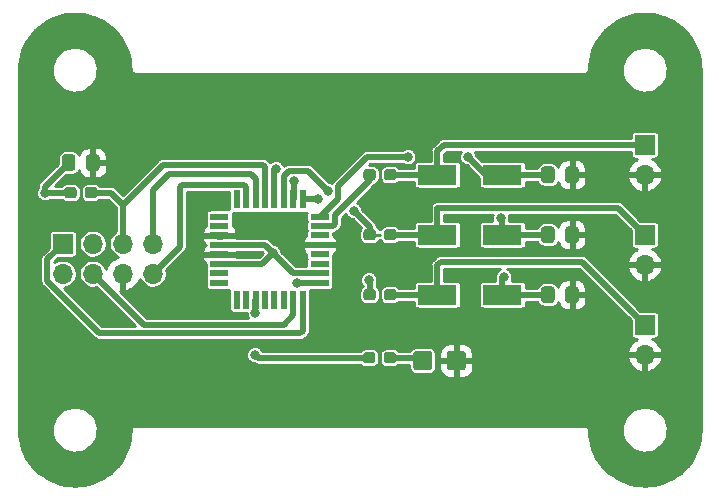
<source format=gbr>
%TF.GenerationSoftware,KiCad,Pcbnew,5.99.0-unknown-1463dd1~101~ubuntu20.04.1*%
%TF.CreationDate,2020-07-08T00:12:38-04:00*%
%TF.ProjectId,Metal Detector,4d657461-6c20-4446-9574-6563746f722e,rev?*%
%TF.SameCoordinates,Original*%
%TF.FileFunction,Copper,L1,Top*%
%TF.FilePolarity,Positive*%
%FSLAX46Y46*%
G04 Gerber Fmt 4.6, Leading zero omitted, Abs format (unit mm)*
G04 Created by KiCad (PCBNEW 5.99.0-unknown-1463dd1~101~ubuntu20.04.1) date 2020-07-08 00:12:38*
%MOMM*%
%LPD*%
G01*
G04 APERTURE LIST*
%TA.AperFunction,ComponentPad*%
%ADD10O,1.700000X1.700000*%
%TD*%
%TA.AperFunction,ComponentPad*%
%ADD11R,1.700000X1.700000*%
%TD*%
%TA.AperFunction,SMDPad,CuDef*%
%ADD12R,3.300000X1.700000*%
%TD*%
%TA.AperFunction,SMDPad,CuDef*%
%ADD13R,0.550000X1.600000*%
%TD*%
%TA.AperFunction,SMDPad,CuDef*%
%ADD14R,1.600000X0.550000*%
%TD*%
%TA.AperFunction,ViaPad*%
%ADD15C,0.800000*%
%TD*%
%TA.AperFunction,Conductor*%
%ADD16C,0.500000*%
%TD*%
%TA.AperFunction,Conductor*%
%ADD17C,0.250000*%
%TD*%
%TA.AperFunction,Conductor*%
%ADD18C,0.254000*%
%TD*%
G04 APERTURE END LIST*
D10*
%TO.P,J1,8,Pin_8*%
%TO.N,TX*%
X186944000Y-103632000D03*
%TO.P,J1,7,Pin_7*%
%TO.N,RX*%
X186944000Y-101092000D03*
%TO.P,J1,6,Pin_6*%
%TO.N,GND*%
X184404000Y-103632000D03*
%TO.P,J1,5,Pin_5*%
%TO.N,reset*%
X184404000Y-101092000D03*
%TO.P,J1,4,Pin_4*%
%TO.N,MOSI*%
X181864000Y-103632000D03*
%TO.P,J1,3,Pin_3*%
%TO.N,SCK*%
X181864000Y-101092000D03*
%TO.P,J1,2,Pin_2*%
%TO.N,+5V*%
X179324000Y-103632000D03*
D11*
%TO.P,J1,1,Pin_1*%
%TO.N,MISO*%
X179324000Y-101092000D03*
%TD*%
D10*
%TO.P,coil2,2,2*%
%TO.N,GND*%
X228600000Y-110490000D03*
D11*
%TO.P,coil2,1,1*%
%TO.N,Net-(D3-Pad2)*%
X228600000Y-107950000D03*
%TD*%
%TO.P,R5,2*%
%TO.N,reset*%
%TA.AperFunction,SMDPad,CuDef*%
G36*
G01*
X181198000Y-97011500D02*
X181198000Y-96536500D01*
G75*
G02*
X181435500Y-96299000I237500J0D01*
G01*
X182010500Y-96299000D01*
G75*
G02*
X182248000Y-96536500I0J-237500D01*
G01*
X182248000Y-97011500D01*
G75*
G02*
X182010500Y-97249000I-237500J0D01*
G01*
X181435500Y-97249000D01*
G75*
G02*
X181198000Y-97011500I0J237500D01*
G01*
G37*
%TD.AperFunction*%
%TO.P,R5,1*%
%TO.N,+5V*%
%TA.AperFunction,SMDPad,CuDef*%
G36*
G01*
X179448000Y-97011500D02*
X179448000Y-96536500D01*
G75*
G02*
X179685500Y-96299000I237500J0D01*
G01*
X180260500Y-96299000D01*
G75*
G02*
X180498000Y-96536500I0J-237500D01*
G01*
X180498000Y-97011500D01*
G75*
G02*
X180260500Y-97249000I-237500J0D01*
G01*
X179685500Y-97249000D01*
G75*
G02*
X179448000Y-97011500I0J237500D01*
G01*
G37*
%TD.AperFunction*%
%TD*%
D12*
%TO.P,D4,2,A*%
%TO.N,Net-(D4-Pad2)*%
X211052500Y-95250000D03*
%TO.P,D4,1,K*%
%TO.N,A1*%
X216552500Y-95250000D03*
%TD*%
%TO.P,D3,2,A*%
%TO.N,Net-(D3-Pad2)*%
X211052500Y-105410000D03*
%TO.P,D3,1,K*%
%TO.N,A5*%
X216552500Y-105410000D03*
%TD*%
%TO.P,D2,2,A*%
%TO.N,Net-(D2-Pad2)*%
X211052500Y-100330000D03*
%TO.P,D2,1,K*%
%TO.N,A3*%
X216552500Y-100330000D03*
%TD*%
D13*
%TO.P,U1,32,PD2*%
%TO.N,Net-(U1-Pad32)*%
X194050000Y-97350000D03*
%TO.P,U1,31,PD1*%
%TO.N,TX*%
X194850000Y-97350000D03*
%TO.P,U1,30,PD0*%
%TO.N,RX*%
X195650000Y-97350000D03*
%TO.P,U1,29,~RESET~/PC6*%
%TO.N,reset*%
X196450000Y-97350000D03*
%TO.P,U1,28,PC5*%
%TO.N,A5*%
X197250000Y-97350000D03*
%TO.P,U1,27,PC4*%
%TO.N,A4*%
X198050000Y-97350000D03*
%TO.P,U1,26,PC3*%
%TO.N,A3*%
X198850000Y-97350000D03*
%TO.P,U1,25,PC2*%
%TO.N,A2*%
X199650000Y-97350000D03*
D14*
%TO.P,U1,24,PC1*%
%TO.N,A1*%
X201100000Y-98800000D03*
%TO.P,U1,23,PC0*%
%TO.N,A0*%
X201100000Y-99600000D03*
%TO.P,U1,22,ADC7*%
%TO.N,Net-(U1-Pad22)*%
X201100000Y-100400000D03*
%TO.P,U1,21,GND*%
%TO.N,GND*%
X201100000Y-101200000D03*
%TO.P,U1,20,AREF*%
%TO.N,Net-(U1-Pad20)*%
X201100000Y-102000000D03*
%TO.P,U1,19,ADC6*%
%TO.N,Net-(U1-Pad19)*%
X201100000Y-102800000D03*
%TO.P,U1,18,AVCC*%
%TO.N,+5V*%
X201100000Y-103600000D03*
%TO.P,U1,17,PB5*%
%TO.N,SCK*%
X201100000Y-104400000D03*
D13*
%TO.P,U1,16,PB4*%
%TO.N,MISO*%
X199650000Y-105850000D03*
%TO.P,U1,15,PB3*%
%TO.N,MOSI*%
X198850000Y-105850000D03*
%TO.P,U1,14,PB2*%
%TO.N,Net-(U1-Pad14)*%
X198050000Y-105850000D03*
%TO.P,U1,13,PB1*%
%TO.N,Net-(U1-Pad13)*%
X197250000Y-105850000D03*
%TO.P,U1,12,PB0*%
%TO.N,Net-(U1-Pad12)*%
X196450000Y-105850000D03*
%TO.P,U1,11,PD7*%
%TO.N,Net-(R1-Pad1)*%
X195650000Y-105850000D03*
%TO.P,U1,10,PD6*%
%TO.N,Net-(U1-Pad10)*%
X194850000Y-105850000D03*
%TO.P,U1,9,PD5*%
%TO.N,Net-(U1-Pad9)*%
X194050000Y-105850000D03*
D14*
%TO.P,U1,8,XTAL2/PB7*%
%TO.N,Net-(U1-Pad8)*%
X192600000Y-104400000D03*
%TO.P,U1,7,XTAL1/PB6*%
%TO.N,Net-(U1-Pad7)*%
X192600000Y-103600000D03*
%TO.P,U1,6,VCC*%
%TO.N,+5V*%
X192600000Y-102800000D03*
%TO.P,U1,5,GND*%
%TO.N,GND*%
X192600000Y-102000000D03*
%TO.P,U1,4,VCC*%
%TO.N,+5V*%
X192600000Y-101200000D03*
%TO.P,U1,3,GND*%
%TO.N,GND*%
X192600000Y-100400000D03*
%TO.P,U1,2,PD4*%
%TO.N,Net-(U1-Pad2)*%
X192600000Y-99600000D03*
%TO.P,U1,1,PD3*%
%TO.N,Net-(U1-Pad1)*%
X192600000Y-98800000D03*
%TD*%
%TO.P,R4,2*%
%TO.N,Net-(D4-Pad2)*%
%TA.AperFunction,SMDPad,CuDef*%
G36*
G01*
X206532500Y-95487500D02*
X206532500Y-95012500D01*
G75*
G02*
X206770000Y-94775000I237500J0D01*
G01*
X207345000Y-94775000D01*
G75*
G02*
X207582500Y-95012500I0J-237500D01*
G01*
X207582500Y-95487500D01*
G75*
G02*
X207345000Y-95725000I-237500J0D01*
G01*
X206770000Y-95725000D01*
G75*
G02*
X206532500Y-95487500I0J237500D01*
G01*
G37*
%TD.AperFunction*%
%TO.P,R4,1*%
%TO.N,A0*%
%TA.AperFunction,SMDPad,CuDef*%
G36*
G01*
X204782500Y-95487500D02*
X204782500Y-95012500D01*
G75*
G02*
X205020000Y-94775000I237500J0D01*
G01*
X205595000Y-94775000D01*
G75*
G02*
X205832500Y-95012500I0J-237500D01*
G01*
X205832500Y-95487500D01*
G75*
G02*
X205595000Y-95725000I-237500J0D01*
G01*
X205020000Y-95725000D01*
G75*
G02*
X204782500Y-95487500I0J237500D01*
G01*
G37*
%TD.AperFunction*%
%TD*%
%TO.P,R3,2*%
%TO.N,Net-(D3-Pad2)*%
%TA.AperFunction,SMDPad,CuDef*%
G36*
G01*
X206532500Y-105647500D02*
X206532500Y-105172500D01*
G75*
G02*
X206770000Y-104935000I237500J0D01*
G01*
X207345000Y-104935000D01*
G75*
G02*
X207582500Y-105172500I0J-237500D01*
G01*
X207582500Y-105647500D01*
G75*
G02*
X207345000Y-105885000I-237500J0D01*
G01*
X206770000Y-105885000D01*
G75*
G02*
X206532500Y-105647500I0J237500D01*
G01*
G37*
%TD.AperFunction*%
%TO.P,R3,1*%
%TO.N,A4*%
%TA.AperFunction,SMDPad,CuDef*%
G36*
G01*
X204782500Y-105647500D02*
X204782500Y-105172500D01*
G75*
G02*
X205020000Y-104935000I237500J0D01*
G01*
X205595000Y-104935000D01*
G75*
G02*
X205832500Y-105172500I0J-237500D01*
G01*
X205832500Y-105647500D01*
G75*
G02*
X205595000Y-105885000I-237500J0D01*
G01*
X205020000Y-105885000D01*
G75*
G02*
X204782500Y-105647500I0J237500D01*
G01*
G37*
%TD.AperFunction*%
%TD*%
%TO.P,R2,2*%
%TO.N,Net-(D2-Pad2)*%
%TA.AperFunction,SMDPad,CuDef*%
G36*
G01*
X206532500Y-100567500D02*
X206532500Y-100092500D01*
G75*
G02*
X206770000Y-99855000I237500J0D01*
G01*
X207345000Y-99855000D01*
G75*
G02*
X207582500Y-100092500I0J-237500D01*
G01*
X207582500Y-100567500D01*
G75*
G02*
X207345000Y-100805000I-237500J0D01*
G01*
X206770000Y-100805000D01*
G75*
G02*
X206532500Y-100567500I0J237500D01*
G01*
G37*
%TD.AperFunction*%
%TO.P,R2,1*%
%TO.N,A2*%
%TA.AperFunction,SMDPad,CuDef*%
G36*
G01*
X204782500Y-100567500D02*
X204782500Y-100092500D01*
G75*
G02*
X205020000Y-99855000I237500J0D01*
G01*
X205595000Y-99855000D01*
G75*
G02*
X205832500Y-100092500I0J-237500D01*
G01*
X205832500Y-100567500D01*
G75*
G02*
X205595000Y-100805000I-237500J0D01*
G01*
X205020000Y-100805000D01*
G75*
G02*
X204782500Y-100567500I0J237500D01*
G01*
G37*
%TD.AperFunction*%
%TD*%
%TO.P,R1,2*%
%TO.N,Net-(D1-Pad2)*%
%TA.AperFunction,SMDPad,CuDef*%
G36*
G01*
X206499000Y-110981500D02*
X206499000Y-110506500D01*
G75*
G02*
X206736500Y-110269000I237500J0D01*
G01*
X207311500Y-110269000D01*
G75*
G02*
X207549000Y-110506500I0J-237500D01*
G01*
X207549000Y-110981500D01*
G75*
G02*
X207311500Y-111219000I-237500J0D01*
G01*
X206736500Y-111219000D01*
G75*
G02*
X206499000Y-110981500I0J237500D01*
G01*
G37*
%TD.AperFunction*%
%TO.P,R1,1*%
%TO.N,Net-(R1-Pad1)*%
%TA.AperFunction,SMDPad,CuDef*%
G36*
G01*
X204749000Y-110981500D02*
X204749000Y-110506500D01*
G75*
G02*
X204986500Y-110269000I237500J0D01*
G01*
X205561500Y-110269000D01*
G75*
G02*
X205799000Y-110506500I0J-237500D01*
G01*
X205799000Y-110981500D01*
G75*
G02*
X205561500Y-111219000I-237500J0D01*
G01*
X204986500Y-111219000D01*
G75*
G02*
X204749000Y-110981500I0J237500D01*
G01*
G37*
%TD.AperFunction*%
%TD*%
%TO.P,D1,2,A*%
%TO.N,Net-(D1-Pad2)*%
%TA.AperFunction,SMDPad,CuDef*%
G36*
G01*
X210604000Y-110423000D02*
X210604000Y-111573000D01*
G75*
G02*
X210354000Y-111823000I-250000J0D01*
G01*
X209254000Y-111823000D01*
G75*
G02*
X209004000Y-111573000I0J250000D01*
G01*
X209004000Y-110423000D01*
G75*
G02*
X209254000Y-110173000I250000J0D01*
G01*
X210354000Y-110173000D01*
G75*
G02*
X210604000Y-110423000I0J-250000D01*
G01*
G37*
%TD.AperFunction*%
%TO.P,D1,1,K*%
%TO.N,GND*%
%TA.AperFunction,SMDPad,CuDef*%
G36*
G01*
X213454000Y-110423000D02*
X213454000Y-111573000D01*
G75*
G02*
X213204000Y-111823000I-250000J0D01*
G01*
X212104000Y-111823000D01*
G75*
G02*
X211854000Y-111573000I0J250000D01*
G01*
X211854000Y-110423000D01*
G75*
G02*
X212104000Y-110173000I250000J0D01*
G01*
X213204000Y-110173000D01*
G75*
G02*
X213454000Y-110423000I0J-250000D01*
G01*
G37*
%TD.AperFunction*%
%TD*%
D10*
%TO.P,coil3,2,2*%
%TO.N,GND*%
X228600000Y-95250000D03*
D11*
%TO.P,coil3,1,1*%
%TO.N,Net-(D4-Pad2)*%
X228600000Y-92710000D03*
%TD*%
D10*
%TO.P,coil1,2,2*%
%TO.N,GND*%
X228600000Y-102870000D03*
D11*
%TO.P,coil1,1,1*%
%TO.N,Net-(D2-Pad2)*%
X228600000Y-100330000D03*
%TD*%
%TO.P,C4,2*%
%TO.N,GND*%
%TA.AperFunction,SMDPad,CuDef*%
G36*
G01*
X221872500Y-95700000D02*
X221872500Y-94800000D01*
G75*
G02*
X222122500Y-94550000I250000J0D01*
G01*
X222772500Y-94550000D01*
G75*
G02*
X223022500Y-94800000I0J-250000D01*
G01*
X223022500Y-95700000D01*
G75*
G02*
X222772500Y-95950000I-250000J0D01*
G01*
X222122500Y-95950000D01*
G75*
G02*
X221872500Y-95700000I0J250000D01*
G01*
G37*
%TD.AperFunction*%
%TO.P,C4,1*%
%TO.N,A1*%
%TA.AperFunction,SMDPad,CuDef*%
G36*
G01*
X219822500Y-95700000D02*
X219822500Y-94800000D01*
G75*
G02*
X220072500Y-94550000I250000J0D01*
G01*
X220722500Y-94550000D01*
G75*
G02*
X220972500Y-94800000I0J-250000D01*
G01*
X220972500Y-95700000D01*
G75*
G02*
X220722500Y-95950000I-250000J0D01*
G01*
X220072500Y-95950000D01*
G75*
G02*
X219822500Y-95700000I0J250000D01*
G01*
G37*
%TD.AperFunction*%
%TD*%
%TO.P,C3,2*%
%TO.N,GND*%
%TA.AperFunction,SMDPad,CuDef*%
G36*
G01*
X221872500Y-105860000D02*
X221872500Y-104960000D01*
G75*
G02*
X222122500Y-104710000I250000J0D01*
G01*
X222772500Y-104710000D01*
G75*
G02*
X223022500Y-104960000I0J-250000D01*
G01*
X223022500Y-105860000D01*
G75*
G02*
X222772500Y-106110000I-250000J0D01*
G01*
X222122500Y-106110000D01*
G75*
G02*
X221872500Y-105860000I0J250000D01*
G01*
G37*
%TD.AperFunction*%
%TO.P,C3,1*%
%TO.N,A5*%
%TA.AperFunction,SMDPad,CuDef*%
G36*
G01*
X219822500Y-105860000D02*
X219822500Y-104960000D01*
G75*
G02*
X220072500Y-104710000I250000J0D01*
G01*
X220722500Y-104710000D01*
G75*
G02*
X220972500Y-104960000I0J-250000D01*
G01*
X220972500Y-105860000D01*
G75*
G02*
X220722500Y-106110000I-250000J0D01*
G01*
X220072500Y-106110000D01*
G75*
G02*
X219822500Y-105860000I0J250000D01*
G01*
G37*
%TD.AperFunction*%
%TD*%
%TO.P,C2,2*%
%TO.N,GND*%
%TA.AperFunction,SMDPad,CuDef*%
G36*
G01*
X221872500Y-100780000D02*
X221872500Y-99880000D01*
G75*
G02*
X222122500Y-99630000I250000J0D01*
G01*
X222772500Y-99630000D01*
G75*
G02*
X223022500Y-99880000I0J-250000D01*
G01*
X223022500Y-100780000D01*
G75*
G02*
X222772500Y-101030000I-250000J0D01*
G01*
X222122500Y-101030000D01*
G75*
G02*
X221872500Y-100780000I0J250000D01*
G01*
G37*
%TD.AperFunction*%
%TO.P,C2,1*%
%TO.N,A3*%
%TA.AperFunction,SMDPad,CuDef*%
G36*
G01*
X219822500Y-100780000D02*
X219822500Y-99880000D01*
G75*
G02*
X220072500Y-99630000I250000J0D01*
G01*
X220722500Y-99630000D01*
G75*
G02*
X220972500Y-99880000I0J-250000D01*
G01*
X220972500Y-100780000D01*
G75*
G02*
X220722500Y-101030000I-250000J0D01*
G01*
X220072500Y-101030000D01*
G75*
G02*
X219822500Y-100780000I0J250000D01*
G01*
G37*
%TD.AperFunction*%
%TD*%
%TO.P,C1,2*%
%TO.N,GND*%
%TA.AperFunction,SMDPad,CuDef*%
G36*
G01*
X181298000Y-94684000D02*
X181298000Y-93784000D01*
G75*
G02*
X181548000Y-93534000I250000J0D01*
G01*
X182198000Y-93534000D01*
G75*
G02*
X182448000Y-93784000I0J-250000D01*
G01*
X182448000Y-94684000D01*
G75*
G02*
X182198000Y-94934000I-250000J0D01*
G01*
X181548000Y-94934000D01*
G75*
G02*
X181298000Y-94684000I0J250000D01*
G01*
G37*
%TD.AperFunction*%
%TO.P,C1,1*%
%TO.N,+5V*%
%TA.AperFunction,SMDPad,CuDef*%
G36*
G01*
X179248000Y-94684000D02*
X179248000Y-93784000D01*
G75*
G02*
X179498000Y-93534000I250000J0D01*
G01*
X180148000Y-93534000D01*
G75*
G02*
X180398000Y-93784000I0J-250000D01*
G01*
X180398000Y-94684000D01*
G75*
G02*
X180148000Y-94934000I-250000J0D01*
G01*
X179498000Y-94934000D01*
G75*
G02*
X179248000Y-94684000I0J250000D01*
G01*
G37*
%TD.AperFunction*%
%TD*%
D15*
%TO.N,A1*%
X213614000Y-93726000D03*
X208534000Y-93726000D03*
%TO.N,A5*%
X197358000Y-94742000D03*
X216662000Y-103886000D03*
%TO.N,A4*%
X205232000Y-104140000D03*
X201777727Y-96608000D03*
%TO.N,A3*%
X198882000Y-95758000D03*
X216408000Y-98915500D03*
%TO.N,A2*%
X200914000Y-97282000D03*
X203962000Y-98298000D03*
%TO.N,Net-(R1-Pad1)*%
X195580000Y-110490000D03*
X195633989Y-106967698D03*
%TO.N,+5V*%
X177800000Y-96774000D03*
%TO.N,SCK*%
X199138054Y-104450000D03*
%TO.N,+5V*%
X197104000Y-101854000D03*
%TD*%
D16*
%TO.N,A1*%
X216552500Y-95250000D02*
X215138000Y-95250000D01*
X215138000Y-95250000D02*
X213614000Y-93726000D01*
X208534000Y-93726000D02*
X205101727Y-93726000D01*
X205101727Y-93726000D02*
X202627728Y-96199999D01*
X202627728Y-96199999D02*
X202627728Y-97272272D01*
X202627728Y-97272272D02*
X201100000Y-98800000D01*
%TO.N,A0*%
X205307500Y-95250000D02*
X205307500Y-95725000D01*
X202350001Y-99435001D02*
X202185002Y-99600000D01*
X205307500Y-95725000D02*
X202350001Y-98682499D01*
X202185002Y-99600000D02*
X201100000Y-99600000D01*
X202350001Y-98682499D02*
X202350001Y-99435001D01*
%TO.N,A5*%
X216552500Y-105410000D02*
X216552500Y-103995500D01*
X216552500Y-103995500D02*
X216662000Y-103886000D01*
X197358000Y-94742000D02*
X197250000Y-94850000D01*
X197250000Y-94850000D02*
X197250000Y-97350000D01*
%TO.N,A4*%
X205307500Y-104215500D02*
X205232000Y-104140000D01*
X205307500Y-105410000D02*
X205307500Y-104215500D01*
X200077726Y-94907999D02*
X198473999Y-94907999D01*
X201777727Y-96608000D02*
X200077726Y-94907999D01*
X198473999Y-94907999D02*
X198031999Y-95349999D01*
X198031999Y-95349999D02*
X198031999Y-97331999D01*
X198031999Y-97331999D02*
X198050000Y-97350000D01*
%TO.N,A3*%
X216552500Y-99060000D02*
X216408000Y-98915500D01*
X216552500Y-100330000D02*
X216552500Y-99060000D01*
X198882000Y-95758000D02*
X198882000Y-97318000D01*
X198882000Y-97318000D02*
X198850000Y-97350000D01*
%TO.N,A2*%
X205307500Y-99643500D02*
X203962000Y-98298000D01*
X205307500Y-100330000D02*
X205307500Y-99643500D01*
X200914000Y-97282000D02*
X199718000Y-97282000D01*
X199718000Y-97282000D02*
X199650000Y-97350000D01*
%TO.N,Net-(D4-Pad2)*%
X211052500Y-95250000D02*
X211052500Y-93239500D01*
X211052500Y-93239500D02*
X211582000Y-92710000D01*
X211582000Y-92710000D02*
X228600000Y-92710000D01*
%TO.N,Net-(D2-Pad2)*%
X211052500Y-100330000D02*
X211052500Y-98065500D01*
X211052500Y-98065500D02*
X226335500Y-98065500D01*
X226335500Y-98065500D02*
X228600000Y-100330000D01*
%TO.N,Net-(D3-Pad2)*%
X211052500Y-102891500D02*
X211328000Y-102616000D01*
X225298000Y-104648000D02*
X228600000Y-107950000D01*
X223266000Y-102616000D02*
X225298000Y-104648000D01*
X211052500Y-105410000D02*
X211052500Y-102891500D01*
X211328000Y-102616000D02*
X223266000Y-102616000D01*
%TO.N,Net-(D1-Pad2)*%
X207024000Y-110744000D02*
X209550000Y-110744000D01*
X209550000Y-110744000D02*
X209804000Y-110998000D01*
%TO.N,Net-(R1-Pad1)*%
X195834000Y-110744000D02*
X195580000Y-110490000D01*
X205274000Y-110744000D02*
X195834000Y-110744000D01*
X195633989Y-106967698D02*
X195633989Y-105866011D01*
X195633989Y-105866011D02*
X195650000Y-105850000D01*
%TO.N,+5V*%
X177800000Y-96774000D02*
X177800000Y-96257000D01*
X177800000Y-96257000D02*
X179823000Y-94234000D01*
X177800000Y-96774000D02*
X179973000Y-96774000D01*
%TO.N,MISO*%
X178023999Y-102392001D02*
X178023999Y-104256001D01*
X179324000Y-101092000D02*
X178023999Y-102392001D01*
X182418008Y-108650010D02*
X199451990Y-108650010D01*
X178023999Y-104256001D02*
X182418008Y-108650010D01*
X199451990Y-108650010D02*
X199650000Y-108452000D01*
X199650000Y-108452000D02*
X199650000Y-105850000D01*
%TO.N,SCK*%
X199138054Y-104450000D02*
X201050000Y-104450000D01*
X201050000Y-104450000D02*
X201100000Y-104400000D01*
%TO.N,reset*%
X181723000Y-96774000D02*
X183388000Y-96774000D01*
X183388000Y-96774000D02*
X184404000Y-97790000D01*
%TO.N,MOSI*%
X181864000Y-103632000D02*
X186182000Y-107950000D01*
X198850000Y-107150000D02*
X198850000Y-105850000D01*
X186182000Y-107950000D02*
X198050000Y-107950000D01*
X198050000Y-107950000D02*
X198850000Y-107150000D01*
%TO.N,TX*%
X186944000Y-103632000D02*
X189230000Y-101346000D01*
X189396001Y-96099999D02*
X194651999Y-96099999D01*
X189230000Y-96266000D02*
X189396001Y-96099999D01*
X189230000Y-101346000D02*
X189230000Y-96266000D01*
X194651999Y-96099999D02*
X194850000Y-96298000D01*
X194850000Y-96298000D02*
X194850000Y-97350000D01*
%TO.N,RX*%
X186944000Y-96520000D02*
X188302001Y-95161999D01*
X188302001Y-95161999D02*
X195237999Y-95161999D01*
X186944000Y-101092000D02*
X186944000Y-96520000D01*
X195237999Y-95161999D02*
X195668001Y-95592001D01*
X195668001Y-95592001D02*
X195668001Y-97331999D01*
X195668001Y-97331999D02*
X195650000Y-97350000D01*
%TO.N,+5V*%
X197104000Y-101854000D02*
X196158000Y-102800000D01*
X196158000Y-102800000D02*
X192600000Y-102800000D01*
X197104000Y-101854000D02*
X196450000Y-101200000D01*
X196450000Y-101200000D02*
X192600000Y-101200000D01*
X197104000Y-101854000D02*
X198850000Y-103600000D01*
X198850000Y-103600000D02*
X201100000Y-103600000D01*
%TO.N,reset*%
X184404000Y-101092000D02*
X184404000Y-97790000D01*
X184404000Y-97790000D02*
X187794001Y-94399999D01*
X187794001Y-94399999D02*
X196253999Y-94399999D01*
X196253999Y-94399999D02*
X196450000Y-94596000D01*
X196450000Y-94596000D02*
X196450000Y-97350000D01*
%TO.N,TX*%
X194818000Y-97318000D02*
X194850000Y-97350000D01*
%TO.N,A5*%
X216552500Y-105410000D02*
X220397500Y-105410000D01*
%TO.N,Net-(D3-Pad2)*%
X207057500Y-105410000D02*
X211052500Y-105410000D01*
%TO.N,A1*%
X216552500Y-95250000D02*
X220397500Y-95250000D01*
%TO.N,Net-(D4-Pad2)*%
X207057500Y-95250000D02*
X211052500Y-95250000D01*
%TO.N,Net-(D2-Pad2)*%
X207057500Y-100330000D02*
X211052500Y-100330000D01*
%TO.N,A3*%
X216552500Y-100330000D02*
X220397500Y-100330000D01*
D17*
%TO.N,A2*%
X205787500Y-100330000D02*
X206182500Y-100330000D01*
%TO.N,A5*%
X216552500Y-105410000D02*
X217857500Y-105410000D01*
%TO.N,A3*%
X216552500Y-100330000D02*
X217857500Y-100330000D01*
%TD*%
%TO.N,GND*%
D18*
X229013144Y-81637711D02*
X229423154Y-81691689D01*
X229826885Y-81781194D01*
X230221285Y-81905547D01*
X230603354Y-82063806D01*
X230970158Y-82254752D01*
X231318940Y-82476951D01*
X231647024Y-82728698D01*
X231951912Y-83008077D01*
X232231306Y-83312981D01*
X232483049Y-83641061D01*
X232705248Y-83989843D01*
X232896194Y-84356646D01*
X233054454Y-84738719D01*
X233178806Y-85133115D01*
X233268311Y-85536846D01*
X233322289Y-85946854D01*
X233341282Y-86381868D01*
X233343477Y-86395841D01*
X233346000Y-86405032D01*
X233346001Y-116794665D01*
X233343519Y-116803644D01*
X233341294Y-116817766D01*
X233340974Y-116825198D01*
X233322289Y-117253146D01*
X233268311Y-117663154D01*
X233178806Y-118066885D01*
X233054454Y-118461281D01*
X232896194Y-118843354D01*
X232705248Y-119210157D01*
X232483049Y-119558939D01*
X232231306Y-119887019D01*
X231951912Y-120191923D01*
X231647024Y-120471302D01*
X231318940Y-120723049D01*
X230970158Y-120945248D01*
X230603354Y-121136194D01*
X230221285Y-121294453D01*
X229826885Y-121418806D01*
X229423154Y-121508311D01*
X229013144Y-121562289D01*
X228600000Y-121580328D01*
X228186854Y-121562289D01*
X227776846Y-121508311D01*
X227373115Y-121418806D01*
X226978719Y-121294454D01*
X226596646Y-121136194D01*
X226229843Y-120945248D01*
X225881061Y-120723049D01*
X225552981Y-120471306D01*
X225248077Y-120191912D01*
X224968698Y-119887024D01*
X224716951Y-119558940D01*
X224494752Y-119210158D01*
X224303806Y-118843354D01*
X224145547Y-118461285D01*
X224021194Y-118066885D01*
X223931689Y-117663154D01*
X223877711Y-117253144D01*
X223863531Y-116928364D01*
X226662940Y-116928364D01*
X226663388Y-116937703D01*
X226697278Y-117213708D01*
X226699102Y-117222879D01*
X226773415Y-117490843D01*
X226776575Y-117499644D01*
X226889679Y-117753681D01*
X226894105Y-117761918D01*
X227043517Y-117996447D01*
X227049111Y-118003939D01*
X227231547Y-118213807D01*
X227238187Y-118220390D01*
X227449640Y-118400987D01*
X227457180Y-118406517D01*
X227693004Y-118553876D01*
X227701279Y-118558229D01*
X227956293Y-118669113D01*
X227965121Y-118672196D01*
X228233724Y-118744167D01*
X228242910Y-118745911D01*
X228519200Y-118777390D01*
X228528544Y-118777757D01*
X228806453Y-118768053D01*
X228815748Y-118767035D01*
X229089170Y-118716359D01*
X229098212Y-118713978D01*
X229361140Y-118623445D01*
X229369731Y-118619754D01*
X229616389Y-118491351D01*
X229624341Y-118486431D01*
X229849310Y-118322981D01*
X229856447Y-118316939D01*
X230054786Y-118122032D01*
X230060951Y-118115002D01*
X230228304Y-117892919D01*
X230233362Y-117885055D01*
X230366049Y-117640675D01*
X230369889Y-117632150D01*
X230464998Y-117370841D01*
X230467536Y-117361842D01*
X230523140Y-117088536D01*
X230524386Y-117077605D01*
X230534184Y-116703435D01*
X230533512Y-116692453D01*
X230492288Y-116416612D01*
X230490224Y-116407492D01*
X230408922Y-116141565D01*
X230405533Y-116132850D01*
X230285817Y-115881861D01*
X230281177Y-115873743D01*
X230125678Y-115643206D01*
X230119890Y-115635863D01*
X229932022Y-115430842D01*
X229925212Y-115424435D01*
X229709104Y-115249434D01*
X229701421Y-115244105D01*
X229461821Y-115102970D01*
X229453435Y-115098834D01*
X229195606Y-114994664D01*
X229186700Y-114991814D01*
X228916305Y-114926897D01*
X228907076Y-114925394D01*
X228630056Y-114901158D01*
X228620706Y-114901036D01*
X228343147Y-114918012D01*
X228333882Y-114919273D01*
X228061881Y-114977088D01*
X228052904Y-114979705D01*
X227792436Y-115077091D01*
X227783944Y-115081005D01*
X227540732Y-115215819D01*
X227532912Y-115220946D01*
X227312298Y-115390231D01*
X227305322Y-115396457D01*
X227112153Y-115596489D01*
X227106173Y-115603678D01*
X226944693Y-115830066D01*
X226939842Y-115838059D01*
X226813597Y-116085829D01*
X226809981Y-116094452D01*
X226721745Y-116358160D01*
X226719443Y-116367223D01*
X226671155Y-116641077D01*
X226670219Y-116650380D01*
X226662940Y-116928364D01*
X223863531Y-116928364D01*
X223858718Y-116818132D01*
X223856523Y-116804160D01*
X223854045Y-116795132D01*
X223854059Y-116778655D01*
X223847772Y-116750982D01*
X223834122Y-116722556D01*
X223825774Y-116692144D01*
X223812363Y-116667133D01*
X223801543Y-116654709D01*
X223794411Y-116639856D01*
X223776745Y-116617646D01*
X223752113Y-116597947D01*
X223731407Y-116574169D01*
X223708478Y-116557449D01*
X223693338Y-116550945D01*
X223680447Y-116540635D01*
X223654843Y-116528272D01*
X223624264Y-116521268D01*
X223595214Y-116508787D01*
X223567302Y-116503665D01*
X223512721Y-116506000D01*
X185427563Y-116506000D01*
X185373284Y-116503583D01*
X185345365Y-116508656D01*
X185316366Y-116521055D01*
X185285624Y-116528067D01*
X185260053Y-116540373D01*
X185247167Y-116550641D01*
X185232014Y-116557120D01*
X185209056Y-116573801D01*
X185188303Y-116597549D01*
X185163644Y-116617198D01*
X185145939Y-116639376D01*
X185138780Y-116654219D01*
X185127938Y-116666626D01*
X185114485Y-116691610D01*
X185106083Y-116722007D01*
X185092383Y-116750411D01*
X185086049Y-116778071D01*
X185086034Y-116794545D01*
X185083519Y-116803646D01*
X185081294Y-116817767D01*
X185080974Y-116825198D01*
X185062289Y-117253146D01*
X185008311Y-117663154D01*
X184918806Y-118066885D01*
X184794454Y-118461281D01*
X184636194Y-118843354D01*
X184445248Y-119210157D01*
X184223049Y-119558939D01*
X183971306Y-119887019D01*
X183691912Y-120191923D01*
X183387024Y-120471302D01*
X183058940Y-120723049D01*
X182710158Y-120945248D01*
X182343354Y-121136194D01*
X181961285Y-121294453D01*
X181566885Y-121418806D01*
X181163154Y-121508311D01*
X180753144Y-121562289D01*
X180340000Y-121580328D01*
X179926854Y-121562289D01*
X179516846Y-121508311D01*
X179113115Y-121418806D01*
X178718719Y-121294454D01*
X178336646Y-121136194D01*
X177969843Y-120945248D01*
X177621061Y-120723049D01*
X177292981Y-120471306D01*
X176988077Y-120191912D01*
X176708698Y-119887024D01*
X176456951Y-119558940D01*
X176234752Y-119210158D01*
X176043806Y-118843354D01*
X175885547Y-118461285D01*
X175761194Y-118066885D01*
X175671689Y-117663154D01*
X175617711Y-117253144D01*
X175603531Y-116928364D01*
X178402940Y-116928364D01*
X178403388Y-116937703D01*
X178437278Y-117213708D01*
X178439102Y-117222879D01*
X178513415Y-117490843D01*
X178516575Y-117499644D01*
X178629679Y-117753681D01*
X178634105Y-117761918D01*
X178783517Y-117996447D01*
X178789111Y-118003939D01*
X178971547Y-118213807D01*
X178978187Y-118220390D01*
X179189640Y-118400987D01*
X179197180Y-118406517D01*
X179433004Y-118553876D01*
X179441279Y-118558229D01*
X179696293Y-118669113D01*
X179705121Y-118672196D01*
X179973724Y-118744167D01*
X179982910Y-118745911D01*
X180259200Y-118777390D01*
X180268544Y-118777757D01*
X180546453Y-118768053D01*
X180555748Y-118767035D01*
X180829170Y-118716359D01*
X180838212Y-118713978D01*
X181101140Y-118623445D01*
X181109731Y-118619754D01*
X181356389Y-118491351D01*
X181364341Y-118486431D01*
X181589310Y-118322981D01*
X181596447Y-118316939D01*
X181794786Y-118122032D01*
X181800951Y-118115002D01*
X181968304Y-117892919D01*
X181973362Y-117885055D01*
X182106049Y-117640675D01*
X182109889Y-117632150D01*
X182204998Y-117370841D01*
X182207536Y-117361842D01*
X182263140Y-117088536D01*
X182264386Y-117077605D01*
X182274184Y-116703435D01*
X182273512Y-116692453D01*
X182232288Y-116416612D01*
X182230224Y-116407492D01*
X182148922Y-116141565D01*
X182145533Y-116132850D01*
X182025817Y-115881861D01*
X182021177Y-115873743D01*
X181865678Y-115643206D01*
X181859890Y-115635863D01*
X181672022Y-115430842D01*
X181665212Y-115424435D01*
X181449104Y-115249434D01*
X181441421Y-115244105D01*
X181201821Y-115102970D01*
X181193435Y-115098834D01*
X180935606Y-114994664D01*
X180926700Y-114991814D01*
X180656305Y-114926897D01*
X180647076Y-114925394D01*
X180370056Y-114901158D01*
X180360706Y-114901036D01*
X180083147Y-114918012D01*
X180073882Y-114919273D01*
X179801881Y-114977088D01*
X179792904Y-114979705D01*
X179532436Y-115077091D01*
X179523944Y-115081005D01*
X179280732Y-115215819D01*
X179272912Y-115220946D01*
X179052298Y-115390231D01*
X179045322Y-115396457D01*
X178852153Y-115596489D01*
X178846173Y-115603678D01*
X178684693Y-115830066D01*
X178679842Y-115838059D01*
X178553597Y-116085829D01*
X178549981Y-116094452D01*
X178461745Y-116358160D01*
X178459443Y-116367223D01*
X178411155Y-116641077D01*
X178410219Y-116650380D01*
X178402940Y-116928364D01*
X175603531Y-116928364D01*
X175598718Y-116818132D01*
X175596523Y-116804159D01*
X175594000Y-116794968D01*
X175594000Y-110383470D01*
X194844001Y-110383470D01*
X194844001Y-110596530D01*
X194847104Y-110616119D01*
X194912943Y-110818753D01*
X194921947Y-110836424D01*
X195047182Y-111008795D01*
X195061205Y-111022818D01*
X195233576Y-111148053D01*
X195251247Y-111157057D01*
X195453881Y-111222896D01*
X195473470Y-111225999D01*
X195496847Y-111225999D01*
X195518846Y-111238700D01*
X195573355Y-111276868D01*
X195593338Y-111286186D01*
X195607809Y-111290063D01*
X195620790Y-111297558D01*
X195641509Y-111305099D01*
X195707059Y-111316657D01*
X195771326Y-111333878D01*
X195793290Y-111335799D01*
X195859579Y-111330000D01*
X204540747Y-111330000D01*
X204591770Y-111397566D01*
X204609027Y-111413298D01*
X204770489Y-111513272D01*
X204792264Y-111521707D01*
X204973188Y-111555528D01*
X204984789Y-111556603D01*
X205564671Y-111556603D01*
X205579143Y-111554924D01*
X205801046Y-111502733D01*
X205824844Y-111491561D01*
X205977566Y-111376230D01*
X205993298Y-111358973D01*
X206093272Y-111197511D01*
X206101707Y-111175736D01*
X206135528Y-110994812D01*
X206136603Y-110983211D01*
X206136603Y-110504789D01*
X206161397Y-110504789D01*
X206161397Y-110984671D01*
X206163076Y-110999143D01*
X206215267Y-111221046D01*
X206226439Y-111244844D01*
X206341770Y-111397566D01*
X206359027Y-111413298D01*
X206520489Y-111513272D01*
X206542264Y-111521707D01*
X206723188Y-111555528D01*
X206734789Y-111556603D01*
X207314671Y-111556603D01*
X207329143Y-111554924D01*
X207551046Y-111502733D01*
X207574844Y-111491561D01*
X207727566Y-111376230D01*
X207743298Y-111358973D01*
X207761237Y-111330000D01*
X208666397Y-111330000D01*
X208666397Y-111575955D01*
X208668076Y-111590427D01*
X208721600Y-111817998D01*
X208732772Y-111841796D01*
X208850919Y-111998248D01*
X208868176Y-112013980D01*
X209033612Y-112116414D01*
X209055387Y-112124849D01*
X209240904Y-112159528D01*
X209252505Y-112160603D01*
X210356955Y-112160603D01*
X210371427Y-112158924D01*
X210598998Y-112105400D01*
X210622796Y-112094228D01*
X210779248Y-111976081D01*
X210794980Y-111958824D01*
X210897414Y-111793388D01*
X210905849Y-111771613D01*
X210940528Y-111586096D01*
X210941603Y-111574495D01*
X210941603Y-111199808D01*
X211214776Y-111199808D01*
X211214776Y-111577183D01*
X211216220Y-111590613D01*
X211289255Y-111926353D01*
X211297885Y-111947187D01*
X211426696Y-112147620D01*
X211438499Y-112161241D01*
X211616849Y-112315783D01*
X211632011Y-112325527D01*
X211846677Y-112423561D01*
X211863970Y-112428639D01*
X212093094Y-112461582D01*
X212102071Y-112462224D01*
X212452191Y-112462224D01*
X212526000Y-112388415D01*
X212781999Y-112388415D01*
X212855808Y-112462224D01*
X213208183Y-112462224D01*
X213221613Y-112460780D01*
X213557353Y-112387745D01*
X213578187Y-112379115D01*
X213778620Y-112250304D01*
X213792241Y-112238501D01*
X213946783Y-112060151D01*
X213956527Y-112044989D01*
X214054561Y-111830323D01*
X214059639Y-111813030D01*
X214092582Y-111583906D01*
X214093224Y-111574929D01*
X214093224Y-111199809D01*
X214019415Y-111126000D01*
X212855809Y-111125999D01*
X212782000Y-111199808D01*
X212781999Y-112388415D01*
X212526000Y-112388415D01*
X212526001Y-111199809D01*
X212452192Y-111126000D01*
X211288585Y-111125999D01*
X211214776Y-111199808D01*
X210941603Y-111199808D01*
X210941603Y-110421071D01*
X211214776Y-110421071D01*
X211214776Y-110796191D01*
X211288585Y-110870000D01*
X212452191Y-110870001D01*
X212526000Y-110796192D01*
X212526000Y-110796191D01*
X212781999Y-110796191D01*
X212855808Y-110870000D01*
X214019415Y-110870001D01*
X214093224Y-110796192D01*
X214093224Y-110714853D01*
X227126602Y-110714853D01*
X227189221Y-110966005D01*
X227192669Y-110976104D01*
X227289591Y-111196900D01*
X227294692Y-111206275D01*
X227427430Y-111407584D01*
X227434038Y-111415965D01*
X227598798Y-111592032D01*
X227606722Y-111599180D01*
X227798792Y-111744968D01*
X227807808Y-111750679D01*
X228021696Y-111862021D01*
X228031545Y-111866131D01*
X228261134Y-111939845D01*
X228271535Y-111942236D01*
X228385162Y-111958407D01*
X228472000Y-111883052D01*
X228472000Y-110691809D01*
X228728000Y-110691809D01*
X228728000Y-111883748D01*
X228820218Y-111959362D01*
X229009019Y-111921636D01*
X229019270Y-111918667D01*
X229244387Y-111832253D01*
X229253991Y-111827600D01*
X229461330Y-111704491D01*
X229470012Y-111698286D01*
X229653645Y-111542004D01*
X229661158Y-111534424D01*
X229815833Y-111349435D01*
X229821962Y-111340698D01*
X229943256Y-111132294D01*
X229947825Y-111122650D01*
X230032272Y-110896787D01*
X230035151Y-110886511D01*
X230068943Y-110709369D01*
X229993356Y-110618000D01*
X228801809Y-110618000D01*
X228728000Y-110691809D01*
X228472000Y-110691809D01*
X228398191Y-110618000D01*
X227202272Y-110618000D01*
X227126602Y-110714853D01*
X214093224Y-110714853D01*
X214093224Y-110418817D01*
X214091780Y-110405387D01*
X214018745Y-110069647D01*
X214010115Y-110048813D01*
X213881304Y-109848380D01*
X213869501Y-109834759D01*
X213691151Y-109680217D01*
X213675989Y-109670473D01*
X213461323Y-109572439D01*
X213444030Y-109567361D01*
X213214906Y-109534418D01*
X213205929Y-109533776D01*
X212855809Y-109533776D01*
X212782000Y-109607585D01*
X212781999Y-110796191D01*
X212526000Y-110796191D01*
X212526001Y-109607585D01*
X212452192Y-109533776D01*
X212099817Y-109533776D01*
X212086387Y-109535220D01*
X211750647Y-109608255D01*
X211729813Y-109616885D01*
X211529380Y-109745696D01*
X211515759Y-109757499D01*
X211361217Y-109935849D01*
X211351473Y-109951011D01*
X211253439Y-110165677D01*
X211248361Y-110182970D01*
X211215418Y-110412094D01*
X211214776Y-110421071D01*
X210941603Y-110421071D01*
X210941603Y-110420045D01*
X210939924Y-110405573D01*
X210886400Y-110178002D01*
X210875228Y-110154204D01*
X210757081Y-109997752D01*
X210739824Y-109982020D01*
X210574388Y-109879586D01*
X210552613Y-109871151D01*
X210367096Y-109836472D01*
X210355495Y-109835397D01*
X209251045Y-109835397D01*
X209236573Y-109837076D01*
X209009002Y-109890600D01*
X208985204Y-109901772D01*
X208828752Y-110019919D01*
X208813020Y-110037176D01*
X208738209Y-110158000D01*
X207757253Y-110158000D01*
X207706230Y-110090434D01*
X207688973Y-110074702D01*
X207527511Y-109974728D01*
X207505736Y-109966293D01*
X207324812Y-109932472D01*
X207313211Y-109931397D01*
X206733329Y-109931397D01*
X206718857Y-109933076D01*
X206496954Y-109985267D01*
X206473156Y-109996439D01*
X206320434Y-110111770D01*
X206304702Y-110129027D01*
X206204728Y-110290489D01*
X206196293Y-110312264D01*
X206162472Y-110493188D01*
X206161397Y-110504789D01*
X206136603Y-110504789D01*
X206136603Y-110503329D01*
X206134924Y-110488857D01*
X206082733Y-110266954D01*
X206071561Y-110243156D01*
X205956230Y-110090434D01*
X205938973Y-110074702D01*
X205777511Y-109974728D01*
X205755736Y-109966293D01*
X205574812Y-109932472D01*
X205563211Y-109931397D01*
X204983329Y-109931397D01*
X204968857Y-109933076D01*
X204746954Y-109985267D01*
X204723156Y-109996439D01*
X204570434Y-110111770D01*
X204554702Y-110129027D01*
X204536763Y-110158000D01*
X196245403Y-110158000D01*
X196238053Y-110143576D01*
X196112818Y-109971205D01*
X196098795Y-109957182D01*
X195926424Y-109831947D01*
X195908753Y-109822943D01*
X195706119Y-109757104D01*
X195686530Y-109754001D01*
X195473470Y-109754001D01*
X195453881Y-109757104D01*
X195251247Y-109822943D01*
X195233576Y-109831947D01*
X195061205Y-109957182D01*
X195047182Y-109971205D01*
X194921947Y-110143576D01*
X194912943Y-110161247D01*
X194847104Y-110363881D01*
X194844001Y-110383470D01*
X175594000Y-110383470D01*
X175594000Y-102351292D01*
X177432200Y-102351292D01*
X177437999Y-102417584D01*
X177438000Y-104230407D01*
X177432200Y-104296710D01*
X177434121Y-104318673D01*
X177451345Y-104382955D01*
X177462901Y-104448493D01*
X177470442Y-104469210D01*
X177477935Y-104482189D01*
X177481814Y-104496664D01*
X177491131Y-104516644D01*
X177529301Y-104571158D01*
X177562577Y-104628792D01*
X177576748Y-104645681D01*
X177627735Y-104688464D01*
X181985545Y-109046275D01*
X182028328Y-109097262D01*
X182045218Y-109111434D01*
X182102851Y-109144708D01*
X182157363Y-109182878D01*
X182177346Y-109192196D01*
X182191817Y-109196073D01*
X182204798Y-109203568D01*
X182225517Y-109211109D01*
X182291067Y-109222667D01*
X182355334Y-109239888D01*
X182377298Y-109241809D01*
X182443590Y-109236010D01*
X199426408Y-109236010D01*
X199492699Y-109241809D01*
X199514662Y-109239888D01*
X199578933Y-109222667D01*
X199644482Y-109211109D01*
X199665200Y-109203568D01*
X199678182Y-109196073D01*
X199692652Y-109192195D01*
X199712634Y-109182878D01*
X199767141Y-109144711D01*
X199824781Y-109111434D01*
X199841670Y-109097262D01*
X199884458Y-109046269D01*
X200046261Y-108884466D01*
X200097252Y-108841680D01*
X200111424Y-108824791D01*
X200144699Y-108767154D01*
X200182867Y-108712647D01*
X200192185Y-108692665D01*
X200196064Y-108678189D01*
X200203558Y-108665208D01*
X200211099Y-108644491D01*
X200222655Y-108578949D01*
X200239878Y-108514673D01*
X200241799Y-108492710D01*
X200236000Y-108426421D01*
X200236000Y-106782613D01*
X200242090Y-106767910D01*
X200261862Y-106668510D01*
X200263075Y-106656190D01*
X200263075Y-105170789D01*
X204444897Y-105170789D01*
X204444897Y-105650671D01*
X204446576Y-105665143D01*
X204498767Y-105887046D01*
X204509939Y-105910844D01*
X204625270Y-106063566D01*
X204642527Y-106079298D01*
X204803989Y-106179272D01*
X204825764Y-106187707D01*
X205006688Y-106221528D01*
X205018289Y-106222603D01*
X205598171Y-106222603D01*
X205612643Y-106220924D01*
X205834546Y-106168733D01*
X205858344Y-106157561D01*
X206011066Y-106042230D01*
X206026798Y-106024973D01*
X206126772Y-105863511D01*
X206135207Y-105841736D01*
X206169028Y-105660812D01*
X206170103Y-105649211D01*
X206170103Y-105170789D01*
X206194897Y-105170789D01*
X206194897Y-105650671D01*
X206196576Y-105665143D01*
X206248767Y-105887046D01*
X206259939Y-105910844D01*
X206375270Y-106063566D01*
X206392527Y-106079298D01*
X206553989Y-106179272D01*
X206575764Y-106187707D01*
X206756688Y-106221528D01*
X206768289Y-106222603D01*
X207348171Y-106222603D01*
X207362643Y-106220924D01*
X207584546Y-106168733D01*
X207608344Y-106157561D01*
X207761066Y-106042230D01*
X207776798Y-106024973D01*
X207794737Y-105996000D01*
X209064425Y-105996000D01*
X209064425Y-106266190D01*
X209065638Y-106278510D01*
X209085410Y-106377910D01*
X209094908Y-106400841D01*
X209154669Y-106490280D01*
X209172220Y-106507831D01*
X209261659Y-106567592D01*
X209284590Y-106577090D01*
X209383990Y-106596862D01*
X209396310Y-106598075D01*
X212708690Y-106598075D01*
X212721010Y-106596862D01*
X212820410Y-106577090D01*
X212843341Y-106567592D01*
X212932780Y-106507831D01*
X212950331Y-106490280D01*
X213010092Y-106400841D01*
X213019590Y-106377910D01*
X213039362Y-106278510D01*
X213040575Y-106266190D01*
X213040575Y-104553810D01*
X213039362Y-104541490D01*
X213019590Y-104442090D01*
X213010092Y-104419159D01*
X212950331Y-104329720D01*
X212932780Y-104312169D01*
X212843341Y-104252408D01*
X212820410Y-104242910D01*
X212721010Y-104223138D01*
X212708690Y-104221925D01*
X211638500Y-104221925D01*
X211638500Y-103202000D01*
X216385393Y-103202000D01*
X216333247Y-103218943D01*
X216315576Y-103227947D01*
X216143205Y-103353182D01*
X216129182Y-103367205D01*
X216003947Y-103539576D01*
X215994943Y-103557247D01*
X215929104Y-103759881D01*
X215926001Y-103779470D01*
X215926001Y-103992530D01*
X215929104Y-104012119D01*
X215966501Y-104127216D01*
X215966501Y-104221925D01*
X214896310Y-104221925D01*
X214883990Y-104223138D01*
X214784590Y-104242910D01*
X214761659Y-104252408D01*
X214672220Y-104312169D01*
X214654669Y-104329720D01*
X214594908Y-104419159D01*
X214585410Y-104442090D01*
X214565638Y-104541490D01*
X214564425Y-104553810D01*
X214564425Y-106266190D01*
X214565638Y-106278510D01*
X214585410Y-106377910D01*
X214594908Y-106400841D01*
X214654669Y-106490280D01*
X214672220Y-106507831D01*
X214761659Y-106567592D01*
X214784590Y-106577090D01*
X214883990Y-106596862D01*
X214896310Y-106598075D01*
X218208690Y-106598075D01*
X218221010Y-106596862D01*
X218320410Y-106577090D01*
X218343341Y-106567592D01*
X218432780Y-106507831D01*
X218450331Y-106490280D01*
X218510092Y-106400841D01*
X218519590Y-106377910D01*
X218539362Y-106278510D01*
X218540575Y-106266190D01*
X218540575Y-105996000D01*
X219514464Y-105996000D01*
X219540100Y-106104998D01*
X219551272Y-106128796D01*
X219669419Y-106285248D01*
X219686676Y-106300980D01*
X219852112Y-106403414D01*
X219873887Y-106411849D01*
X220059404Y-106446528D01*
X220071005Y-106447603D01*
X220725455Y-106447603D01*
X220739927Y-106445924D01*
X220967498Y-106392400D01*
X220991296Y-106381228D01*
X221147748Y-106263081D01*
X221163480Y-106245824D01*
X221265914Y-106080388D01*
X221274186Y-106059035D01*
X221307755Y-106213353D01*
X221316385Y-106234187D01*
X221445196Y-106434620D01*
X221456999Y-106448241D01*
X221635349Y-106602783D01*
X221650511Y-106612527D01*
X221865177Y-106710561D01*
X221882470Y-106715639D01*
X222111594Y-106748582D01*
X222120571Y-106749224D01*
X222245691Y-106749224D01*
X222319500Y-106675415D01*
X222319500Y-105611809D01*
X222575500Y-105611809D01*
X222575500Y-106675415D01*
X222649309Y-106749224D01*
X222776683Y-106749224D01*
X222790113Y-106747780D01*
X223125853Y-106674745D01*
X223146687Y-106666115D01*
X223347120Y-106537304D01*
X223360741Y-106525501D01*
X223515283Y-106347151D01*
X223525027Y-106331989D01*
X223623061Y-106117323D01*
X223628139Y-106100030D01*
X223661082Y-105870906D01*
X223661724Y-105861929D01*
X223661724Y-105611809D01*
X223587915Y-105538000D01*
X222649309Y-105538000D01*
X222575500Y-105611809D01*
X222319500Y-105611809D01*
X222319500Y-104144585D01*
X222575500Y-104144585D01*
X222575500Y-105208191D01*
X222649309Y-105282000D01*
X223587915Y-105282000D01*
X223661724Y-105208191D01*
X223661724Y-104955817D01*
X223660280Y-104942387D01*
X223587245Y-104606647D01*
X223578615Y-104585813D01*
X223449804Y-104385380D01*
X223438001Y-104371759D01*
X223259651Y-104217217D01*
X223244489Y-104207473D01*
X223029823Y-104109439D01*
X223012530Y-104104361D01*
X222783406Y-104071418D01*
X222774429Y-104070776D01*
X222649309Y-104070776D01*
X222575500Y-104144585D01*
X222319500Y-104144585D01*
X222245691Y-104070776D01*
X222118317Y-104070776D01*
X222104887Y-104072220D01*
X221769147Y-104145255D01*
X221748313Y-104153885D01*
X221547880Y-104282696D01*
X221534259Y-104294499D01*
X221379717Y-104472849D01*
X221369973Y-104488011D01*
X221271939Y-104702677D01*
X221266861Y-104719970D01*
X221262766Y-104748448D01*
X221254900Y-104715002D01*
X221243728Y-104691204D01*
X221125581Y-104534752D01*
X221108324Y-104519020D01*
X220942888Y-104416586D01*
X220921113Y-104408151D01*
X220735596Y-104373472D01*
X220723995Y-104372397D01*
X220069545Y-104372397D01*
X220055073Y-104374076D01*
X219827502Y-104427600D01*
X219803704Y-104438772D01*
X219647252Y-104556919D01*
X219631520Y-104574176D01*
X219529086Y-104739613D01*
X219520651Y-104761387D01*
X219508947Y-104824000D01*
X218540575Y-104824000D01*
X218540575Y-104553810D01*
X218539362Y-104541490D01*
X218519590Y-104442090D01*
X218510092Y-104419159D01*
X218450331Y-104329720D01*
X218432780Y-104312169D01*
X218343341Y-104252408D01*
X218320410Y-104242910D01*
X218221010Y-104223138D01*
X218208690Y-104221925D01*
X217325403Y-104221925D01*
X217329057Y-104214753D01*
X217394896Y-104012119D01*
X217397999Y-103992530D01*
X217397999Y-103779470D01*
X217394896Y-103759881D01*
X217329057Y-103557247D01*
X217320053Y-103539576D01*
X217194818Y-103367205D01*
X217180795Y-103353182D01*
X217008424Y-103227947D01*
X216990753Y-103218943D01*
X216938607Y-103202000D01*
X223023273Y-103202000D01*
X224916492Y-105095221D01*
X224916503Y-105095230D01*
X227411925Y-107590653D01*
X227411925Y-108806190D01*
X227413138Y-108818510D01*
X227432910Y-108917910D01*
X227442408Y-108940841D01*
X227502169Y-109030280D01*
X227519720Y-109047831D01*
X227609159Y-109107592D01*
X227632090Y-109117090D01*
X227731490Y-109136862D01*
X227743810Y-109138075D01*
X227985803Y-109138075D01*
X227832155Y-109214346D01*
X227823032Y-109219882D01*
X227628199Y-109361957D01*
X227620138Y-109368952D01*
X227452029Y-109541822D01*
X227445263Y-109550074D01*
X227308683Y-109748798D01*
X227303403Y-109758073D01*
X227202260Y-109976968D01*
X227198619Y-109987000D01*
X227124085Y-110263233D01*
X227199734Y-110362000D01*
X229992863Y-110362000D01*
X230068373Y-110272487D01*
X230042499Y-110121114D01*
X230039817Y-110110784D01*
X229959723Y-109883343D01*
X229955339Y-109873612D01*
X229838067Y-109662916D01*
X229832107Y-109654064D01*
X229681013Y-109466140D01*
X229673647Y-109458417D01*
X229493049Y-109298638D01*
X229484486Y-109292267D01*
X229279549Y-109165202D01*
X229270036Y-109160365D01*
X229215142Y-109138075D01*
X229456190Y-109138075D01*
X229468510Y-109136862D01*
X229567910Y-109117090D01*
X229590841Y-109107592D01*
X229680280Y-109047831D01*
X229697831Y-109030280D01*
X229757592Y-108940841D01*
X229767090Y-108917910D01*
X229786862Y-108818510D01*
X229788075Y-108806190D01*
X229788075Y-107093810D01*
X229786862Y-107081490D01*
X229767090Y-106982090D01*
X229757592Y-106959159D01*
X229697831Y-106869720D01*
X229680280Y-106852169D01*
X229590841Y-106792408D01*
X229567910Y-106782910D01*
X229468510Y-106763138D01*
X229456190Y-106761925D01*
X228240653Y-106761925D01*
X225745230Y-104266503D01*
X225745221Y-104266492D01*
X224573581Y-103094853D01*
X227126602Y-103094853D01*
X227189221Y-103346005D01*
X227192669Y-103356104D01*
X227289591Y-103576900D01*
X227294692Y-103586275D01*
X227427430Y-103787584D01*
X227434038Y-103795965D01*
X227598798Y-103972032D01*
X227606722Y-103979180D01*
X227798792Y-104124968D01*
X227807808Y-104130679D01*
X228021696Y-104242021D01*
X228031545Y-104246131D01*
X228261134Y-104319845D01*
X228271535Y-104322236D01*
X228385162Y-104338407D01*
X228472000Y-104263052D01*
X228472000Y-103071809D01*
X228728000Y-103071809D01*
X228728000Y-104263748D01*
X228820218Y-104339362D01*
X229009019Y-104301636D01*
X229019270Y-104298667D01*
X229244387Y-104212253D01*
X229253991Y-104207600D01*
X229461330Y-104084491D01*
X229470012Y-104078286D01*
X229653645Y-103922004D01*
X229661158Y-103914424D01*
X229815833Y-103729435D01*
X229821962Y-103720698D01*
X229943256Y-103512294D01*
X229947825Y-103502650D01*
X230032272Y-103276787D01*
X230035151Y-103266511D01*
X230068943Y-103089369D01*
X229993356Y-102998000D01*
X228801809Y-102998000D01*
X228728000Y-103071809D01*
X228472000Y-103071809D01*
X228398191Y-102998000D01*
X227202272Y-102998000D01*
X227126602Y-103094853D01*
X224573581Y-103094853D01*
X223698468Y-102219741D01*
X223655680Y-102168748D01*
X223638791Y-102154576D01*
X223581151Y-102121299D01*
X223526644Y-102083132D01*
X223506662Y-102073815D01*
X223492192Y-102069937D01*
X223479210Y-102062442D01*
X223458492Y-102054901D01*
X223392943Y-102043343D01*
X223328672Y-102026122D01*
X223306709Y-102024201D01*
X223240418Y-102030000D01*
X211353582Y-102030000D01*
X211287290Y-102024201D01*
X211265326Y-102026122D01*
X211201059Y-102043343D01*
X211135509Y-102054901D01*
X211114790Y-102062442D01*
X211101809Y-102069937D01*
X211087338Y-102073814D01*
X211067356Y-102083132D01*
X211012842Y-102121302D01*
X210955209Y-102154576D01*
X210938320Y-102168748D01*
X210895542Y-102219729D01*
X210656228Y-102459044D01*
X210605250Y-102501820D01*
X210591078Y-102518709D01*
X210557802Y-102576343D01*
X210519632Y-102630857D01*
X210510315Y-102650837D01*
X210506436Y-102665312D01*
X210498943Y-102678291D01*
X210491402Y-102699008D01*
X210479846Y-102764546D01*
X210462622Y-102828828D01*
X210460701Y-102850791D01*
X210466501Y-102917094D01*
X210466500Y-104221925D01*
X209396310Y-104221925D01*
X209383990Y-104223138D01*
X209284590Y-104242910D01*
X209261659Y-104252408D01*
X209172220Y-104312169D01*
X209154669Y-104329720D01*
X209094908Y-104419159D01*
X209085410Y-104442090D01*
X209065638Y-104541490D01*
X209064425Y-104553810D01*
X209064425Y-104824000D01*
X207790753Y-104824000D01*
X207739730Y-104756434D01*
X207722473Y-104740702D01*
X207561011Y-104640728D01*
X207539236Y-104632293D01*
X207358312Y-104598472D01*
X207346711Y-104597397D01*
X206766829Y-104597397D01*
X206752357Y-104599076D01*
X206530454Y-104651267D01*
X206506656Y-104662439D01*
X206353934Y-104777770D01*
X206338202Y-104795027D01*
X206238228Y-104956489D01*
X206229793Y-104978264D01*
X206195972Y-105159188D01*
X206194897Y-105170789D01*
X206170103Y-105170789D01*
X206170103Y-105169329D01*
X206168424Y-105154857D01*
X206116233Y-104932954D01*
X206105061Y-104909156D01*
X205989730Y-104756434D01*
X205972473Y-104740702D01*
X205893500Y-104691804D01*
X205893500Y-104479659D01*
X205899057Y-104468753D01*
X205964896Y-104266119D01*
X205967999Y-104246530D01*
X205967999Y-104033470D01*
X205964896Y-104013881D01*
X205899057Y-103811247D01*
X205890053Y-103793576D01*
X205764818Y-103621205D01*
X205750795Y-103607182D01*
X205578424Y-103481947D01*
X205560753Y-103472943D01*
X205358119Y-103407104D01*
X205338530Y-103404001D01*
X205125470Y-103404001D01*
X205105881Y-103407104D01*
X204903247Y-103472943D01*
X204885576Y-103481947D01*
X204713205Y-103607182D01*
X204699182Y-103621205D01*
X204573947Y-103793576D01*
X204564943Y-103811247D01*
X204499104Y-104013881D01*
X204496001Y-104033470D01*
X204496001Y-104246530D01*
X204499104Y-104266119D01*
X204564943Y-104468753D01*
X204573947Y-104486424D01*
X204699182Y-104658795D01*
X204713206Y-104672819D01*
X204721501Y-104678846D01*
X204721501Y-104688987D01*
X204603934Y-104777770D01*
X204588202Y-104795027D01*
X204488228Y-104956489D01*
X204479793Y-104978264D01*
X204445972Y-105159188D01*
X204444897Y-105170789D01*
X200263075Y-105170789D01*
X200263075Y-105043810D01*
X200262306Y-105036000D01*
X201024418Y-105036000D01*
X201090709Y-105041799D01*
X201112672Y-105039878D01*
X201176943Y-105022657D01*
X201231285Y-105013075D01*
X201906190Y-105013075D01*
X201918510Y-105011862D01*
X202017910Y-104992090D01*
X202040841Y-104982592D01*
X202130280Y-104922831D01*
X202147831Y-104905280D01*
X202207592Y-104815841D01*
X202217090Y-104792910D01*
X202236862Y-104693510D01*
X202238075Y-104681190D01*
X202238075Y-104118810D01*
X202236862Y-104106490D01*
X202217090Y-104007090D01*
X202214153Y-104000000D01*
X202217090Y-103992910D01*
X202236862Y-103893510D01*
X202238075Y-103881190D01*
X202238075Y-103318810D01*
X202236862Y-103306490D01*
X202217090Y-103207090D01*
X202214153Y-103200000D01*
X202217090Y-103192910D01*
X202236862Y-103093510D01*
X202238075Y-103081190D01*
X202238075Y-102518810D01*
X202236862Y-102506490D01*
X202217090Y-102407090D01*
X202214153Y-102400000D01*
X202217090Y-102392910D01*
X202236862Y-102293510D01*
X202238075Y-102281190D01*
X202238075Y-102018950D01*
X202384590Y-101896010D01*
X202398761Y-101879121D01*
X202499359Y-101704880D01*
X202506900Y-101684163D01*
X202540878Y-101491462D01*
X202541837Y-101480501D01*
X202541837Y-101401809D01*
X202468028Y-101328000D01*
X199731972Y-101328000D01*
X199658163Y-101401809D01*
X199658163Y-101483258D01*
X199660319Y-101499634D01*
X199735137Y-101778859D01*
X199747880Y-101803339D01*
X199878990Y-101959590D01*
X199895879Y-101973761D01*
X199961925Y-102011893D01*
X199961925Y-102281190D01*
X199963138Y-102293510D01*
X199982910Y-102392910D01*
X199985847Y-102400000D01*
X199982910Y-102407090D01*
X199963138Y-102506490D01*
X199961925Y-102518810D01*
X199961925Y-103014000D01*
X199092730Y-103014000D01*
X197839999Y-101761271D01*
X197839999Y-101747470D01*
X197836896Y-101727881D01*
X197771057Y-101525247D01*
X197762053Y-101507576D01*
X197636818Y-101335205D01*
X197622795Y-101321182D01*
X197450424Y-101195947D01*
X197432753Y-101186943D01*
X197230119Y-101121104D01*
X197210530Y-101118001D01*
X197196730Y-101118001D01*
X196882461Y-100803733D01*
X196839680Y-100752748D01*
X196822791Y-100738577D01*
X196765152Y-100705299D01*
X196710644Y-100667132D01*
X196690662Y-100657815D01*
X196676192Y-100653937D01*
X196663210Y-100646442D01*
X196642492Y-100638901D01*
X196576943Y-100627343D01*
X196512672Y-100610122D01*
X196490709Y-100608201D01*
X196424418Y-100614000D01*
X194041837Y-100614000D01*
X194041837Y-100601809D01*
X193968028Y-100528000D01*
X192801809Y-100528000D01*
X192742884Y-100586925D01*
X192457116Y-100586925D01*
X192398191Y-100528000D01*
X191231972Y-100528000D01*
X191158163Y-100601809D01*
X191158163Y-100683258D01*
X191160319Y-100699634D01*
X191235137Y-100978859D01*
X191247880Y-101003339D01*
X191378990Y-101159590D01*
X191395879Y-101173761D01*
X191440150Y-101199321D01*
X191315410Y-101303990D01*
X191301239Y-101320879D01*
X191200641Y-101495120D01*
X191193100Y-101515837D01*
X191159122Y-101708538D01*
X191158163Y-101719499D01*
X191158163Y-101798191D01*
X191231972Y-101872000D01*
X192398191Y-101872000D01*
X192457116Y-101813075D01*
X192742884Y-101813075D01*
X192801809Y-101872000D01*
X193968028Y-101872000D01*
X194041837Y-101798191D01*
X194041837Y-101786000D01*
X196207272Y-101786000D01*
X196275271Y-101854000D01*
X195915272Y-102214000D01*
X194041837Y-102214000D01*
X194041837Y-102201809D01*
X193968028Y-102128000D01*
X191231972Y-102128000D01*
X191158163Y-102201809D01*
X191158163Y-102283258D01*
X191160319Y-102299634D01*
X191235137Y-102578859D01*
X191247880Y-102603339D01*
X191378990Y-102759590D01*
X191395879Y-102773761D01*
X191461925Y-102811893D01*
X191461925Y-103081190D01*
X191463138Y-103093510D01*
X191482910Y-103192910D01*
X191485847Y-103200000D01*
X191482910Y-103207090D01*
X191463138Y-103306490D01*
X191461925Y-103318810D01*
X191461925Y-103881190D01*
X191463138Y-103893510D01*
X191482910Y-103992910D01*
X191485847Y-104000000D01*
X191482910Y-104007090D01*
X191463138Y-104106490D01*
X191461925Y-104118810D01*
X191461925Y-104681190D01*
X191463138Y-104693510D01*
X191482910Y-104792910D01*
X191492408Y-104815841D01*
X191552169Y-104905280D01*
X191569720Y-104922831D01*
X191659159Y-104982592D01*
X191682090Y-104992090D01*
X191781490Y-105011862D01*
X191793810Y-105013075D01*
X193406190Y-105013075D01*
X193418510Y-105011862D01*
X193443012Y-105006988D01*
X193438138Y-105031490D01*
X193436925Y-105043810D01*
X193436925Y-106656190D01*
X193438138Y-106668510D01*
X193457910Y-106767910D01*
X193467408Y-106790841D01*
X193527169Y-106880280D01*
X193544720Y-106897831D01*
X193634159Y-106957592D01*
X193657090Y-106967090D01*
X193756490Y-106986862D01*
X193768810Y-106988075D01*
X194331190Y-106988075D01*
X194343510Y-106986862D01*
X194442910Y-106967090D01*
X194450000Y-106964153D01*
X194457090Y-106967090D01*
X194556490Y-106986862D01*
X194568810Y-106988075D01*
X194897990Y-106988075D01*
X194897990Y-107074228D01*
X194901093Y-107093817D01*
X194966932Y-107296451D01*
X194975936Y-107314122D01*
X195012175Y-107364000D01*
X186424728Y-107364000D01*
X184156484Y-105095756D01*
X184189162Y-105100407D01*
X184276000Y-105025052D01*
X184276001Y-103504000D01*
X184532000Y-103504001D01*
X184531999Y-105025748D01*
X184624217Y-105101362D01*
X184813019Y-105063636D01*
X184823270Y-105060667D01*
X185048387Y-104974253D01*
X185057991Y-104969600D01*
X185265330Y-104846491D01*
X185274012Y-104840286D01*
X185457645Y-104684004D01*
X185465158Y-104676424D01*
X185619833Y-104491435D01*
X185625962Y-104482698D01*
X185747256Y-104274294D01*
X185751825Y-104264650D01*
X185833996Y-104044874D01*
X185883562Y-104170063D01*
X185889195Y-104181024D01*
X186008268Y-104365789D01*
X186015923Y-104375448D01*
X186168615Y-104533566D01*
X186178001Y-104541554D01*
X186358498Y-104667002D01*
X186369256Y-104673015D01*
X186570681Y-104761015D01*
X186582403Y-104764823D01*
X186797084Y-104812024D01*
X186809322Y-104813483D01*
X187029083Y-104818087D01*
X187041372Y-104817142D01*
X187257843Y-104778972D01*
X187269713Y-104775657D01*
X187474646Y-104696169D01*
X187485647Y-104690612D01*
X187671238Y-104572832D01*
X187680950Y-104565245D01*
X187840131Y-104413660D01*
X187848184Y-104404330D01*
X187974890Y-104224714D01*
X187980977Y-104213997D01*
X188070381Y-104013191D01*
X188074272Y-104001496D01*
X188123068Y-103786720D01*
X188124632Y-103773606D01*
X188128125Y-103523415D01*
X188126928Y-103510262D01*
X188088507Y-103316220D01*
X189626267Y-101778461D01*
X189677252Y-101735680D01*
X189691424Y-101718791D01*
X189724698Y-101661156D01*
X189762868Y-101606645D01*
X189772186Y-101586662D01*
X189776063Y-101572191D01*
X189783558Y-101559210D01*
X189791099Y-101538491D01*
X189802657Y-101472941D01*
X189819878Y-101408674D01*
X189821799Y-101386710D01*
X189816000Y-101320421D01*
X189816000Y-96685999D01*
X193436925Y-96685999D01*
X193436925Y-98156190D01*
X193438138Y-98168510D01*
X193443012Y-98193012D01*
X193418510Y-98188138D01*
X193406190Y-98186925D01*
X191793810Y-98186925D01*
X191781490Y-98188138D01*
X191682090Y-98207910D01*
X191659159Y-98217408D01*
X191569720Y-98277169D01*
X191552169Y-98294720D01*
X191492408Y-98384159D01*
X191482910Y-98407090D01*
X191463138Y-98506490D01*
X191461925Y-98518810D01*
X191461925Y-99081190D01*
X191463138Y-99093510D01*
X191482910Y-99192910D01*
X191485847Y-99200000D01*
X191482910Y-99207090D01*
X191463138Y-99306490D01*
X191461925Y-99318810D01*
X191461925Y-99581050D01*
X191315410Y-99703990D01*
X191301239Y-99720879D01*
X191200641Y-99895120D01*
X191193100Y-99915837D01*
X191159122Y-100108538D01*
X191158163Y-100119499D01*
X191158163Y-100198191D01*
X191231972Y-100272000D01*
X193968028Y-100272000D01*
X194041837Y-100198191D01*
X194041837Y-100116742D01*
X194039681Y-100100366D01*
X193964863Y-99821142D01*
X193952120Y-99796662D01*
X193821010Y-99640410D01*
X193804121Y-99626239D01*
X193738075Y-99588107D01*
X193738075Y-99318810D01*
X193736862Y-99306490D01*
X193717090Y-99207090D01*
X193714153Y-99200000D01*
X193717090Y-99192910D01*
X193736862Y-99093510D01*
X193738075Y-99081190D01*
X193738075Y-98518810D01*
X193736862Y-98506490D01*
X193731988Y-98481988D01*
X193756490Y-98486862D01*
X193768810Y-98488075D01*
X194331190Y-98488075D01*
X194343510Y-98486862D01*
X194442910Y-98467090D01*
X194450000Y-98464153D01*
X194457090Y-98467090D01*
X194556490Y-98486862D01*
X194568810Y-98488075D01*
X195131190Y-98488075D01*
X195143510Y-98486862D01*
X195242910Y-98467090D01*
X195250000Y-98464153D01*
X195257090Y-98467090D01*
X195356490Y-98486862D01*
X195368810Y-98488075D01*
X195931190Y-98488075D01*
X195943510Y-98486862D01*
X196042910Y-98467090D01*
X196050000Y-98464153D01*
X196057090Y-98467090D01*
X196156490Y-98486862D01*
X196168810Y-98488075D01*
X196731190Y-98488075D01*
X196743510Y-98486862D01*
X196842910Y-98467090D01*
X196850000Y-98464153D01*
X196857090Y-98467090D01*
X196956490Y-98486862D01*
X196968810Y-98488075D01*
X197531190Y-98488075D01*
X197543510Y-98486862D01*
X197642910Y-98467090D01*
X197650000Y-98464153D01*
X197657090Y-98467090D01*
X197756490Y-98486862D01*
X197768810Y-98488075D01*
X198331190Y-98488075D01*
X198343510Y-98486862D01*
X198442910Y-98467090D01*
X198450000Y-98464153D01*
X198457090Y-98467090D01*
X198556490Y-98486862D01*
X198568810Y-98488075D01*
X199131190Y-98488075D01*
X199143510Y-98486862D01*
X199242910Y-98467090D01*
X199250000Y-98464153D01*
X199257090Y-98467090D01*
X199356490Y-98486862D01*
X199368810Y-98488075D01*
X199931190Y-98488075D01*
X199943510Y-98486862D01*
X199968012Y-98481988D01*
X199963138Y-98506490D01*
X199961925Y-98518810D01*
X199961925Y-99081190D01*
X199963138Y-99093510D01*
X199982910Y-99192910D01*
X199985847Y-99200000D01*
X199982910Y-99207090D01*
X199963138Y-99306490D01*
X199961925Y-99318810D01*
X199961925Y-99881190D01*
X199963138Y-99893510D01*
X199982910Y-99992910D01*
X199985847Y-100000000D01*
X199982910Y-100007090D01*
X199963138Y-100106490D01*
X199961925Y-100118810D01*
X199961925Y-100381050D01*
X199815410Y-100503990D01*
X199801239Y-100520879D01*
X199700641Y-100695120D01*
X199693100Y-100715837D01*
X199659122Y-100908538D01*
X199658163Y-100919499D01*
X199658163Y-100998191D01*
X199731972Y-101072000D01*
X202468028Y-101072000D01*
X202541837Y-100998191D01*
X202541837Y-100916742D01*
X202539681Y-100900366D01*
X202464863Y-100621142D01*
X202452120Y-100596662D01*
X202321010Y-100440410D01*
X202304121Y-100426239D01*
X202238075Y-100388107D01*
X202238075Y-100190718D01*
X202247674Y-100189878D01*
X202311945Y-100172657D01*
X202377494Y-100161099D01*
X202398212Y-100153558D01*
X202411194Y-100146063D01*
X202425664Y-100142185D01*
X202445646Y-100132868D01*
X202500154Y-100094701D01*
X202557793Y-100061423D01*
X202574682Y-100047252D01*
X202617463Y-99996267D01*
X202746272Y-99867459D01*
X202797253Y-99824681D01*
X202811424Y-99807792D01*
X202844699Y-99750158D01*
X202882869Y-99695644D01*
X202892187Y-99675663D01*
X202896065Y-99661192D01*
X202903559Y-99648211D01*
X202911099Y-99627493D01*
X202922658Y-99561944D01*
X202939879Y-99497674D01*
X202941800Y-99475711D01*
X202936001Y-99409419D01*
X202936001Y-98925226D01*
X203280114Y-98581113D01*
X203294943Y-98626753D01*
X203303947Y-98644424D01*
X203429182Y-98816795D01*
X203443205Y-98830818D01*
X203615576Y-98956053D01*
X203633247Y-98965057D01*
X203835881Y-99030896D01*
X203855470Y-99033999D01*
X203869271Y-99033999D01*
X204573707Y-99738436D01*
X204488228Y-99876489D01*
X204479793Y-99898264D01*
X204445972Y-100079188D01*
X204444897Y-100090789D01*
X204444897Y-100570671D01*
X204446576Y-100585143D01*
X204498767Y-100807046D01*
X204509939Y-100830844D01*
X204625270Y-100983566D01*
X204642527Y-100999298D01*
X204803989Y-101099272D01*
X204825764Y-101107707D01*
X205006688Y-101141528D01*
X205018289Y-101142603D01*
X205598171Y-101142603D01*
X205612643Y-101140924D01*
X205834546Y-101088733D01*
X205858344Y-101077561D01*
X206011066Y-100962230D01*
X206026798Y-100944973D01*
X206122135Y-100791000D01*
X206221684Y-100791000D01*
X206234004Y-100789787D01*
X206244229Y-100787753D01*
X206248767Y-100807046D01*
X206259939Y-100830844D01*
X206375270Y-100983566D01*
X206392527Y-100999298D01*
X206553989Y-101099272D01*
X206575764Y-101107707D01*
X206756688Y-101141528D01*
X206768289Y-101142603D01*
X207348171Y-101142603D01*
X207362643Y-101140924D01*
X207584546Y-101088733D01*
X207608344Y-101077561D01*
X207761066Y-100962230D01*
X207776798Y-100944973D01*
X207794737Y-100916000D01*
X209064425Y-100916000D01*
X209064425Y-101186190D01*
X209065638Y-101198510D01*
X209085410Y-101297910D01*
X209094908Y-101320841D01*
X209154669Y-101410280D01*
X209172220Y-101427831D01*
X209261659Y-101487592D01*
X209284590Y-101497090D01*
X209383990Y-101516862D01*
X209396310Y-101518075D01*
X212708690Y-101518075D01*
X212721010Y-101516862D01*
X212820410Y-101497090D01*
X212843341Y-101487592D01*
X212932780Y-101427831D01*
X212950331Y-101410280D01*
X213010092Y-101320841D01*
X213019590Y-101297910D01*
X213039362Y-101198510D01*
X213040575Y-101186190D01*
X213040575Y-99473810D01*
X213039362Y-99461490D01*
X213019590Y-99362090D01*
X213010092Y-99339159D01*
X212950331Y-99249720D01*
X212932780Y-99232169D01*
X212843341Y-99172408D01*
X212820410Y-99162910D01*
X212721010Y-99143138D01*
X212708690Y-99141925D01*
X211638500Y-99141925D01*
X211638500Y-98651500D01*
X215719904Y-98651500D01*
X215675104Y-98789381D01*
X215672001Y-98808970D01*
X215672001Y-99022030D01*
X215675104Y-99041619D01*
X215707695Y-99141925D01*
X214896310Y-99141925D01*
X214883990Y-99143138D01*
X214784590Y-99162910D01*
X214761659Y-99172408D01*
X214672220Y-99232169D01*
X214654669Y-99249720D01*
X214594908Y-99339159D01*
X214585410Y-99362090D01*
X214565638Y-99461490D01*
X214564425Y-99473810D01*
X214564425Y-101186190D01*
X214565638Y-101198510D01*
X214585410Y-101297910D01*
X214594908Y-101320841D01*
X214654669Y-101410280D01*
X214672220Y-101427831D01*
X214761659Y-101487592D01*
X214784590Y-101497090D01*
X214883990Y-101516862D01*
X214896310Y-101518075D01*
X218208690Y-101518075D01*
X218221010Y-101516862D01*
X218320410Y-101497090D01*
X218343341Y-101487592D01*
X218432780Y-101427831D01*
X218450331Y-101410280D01*
X218510092Y-101320841D01*
X218519590Y-101297910D01*
X218539362Y-101198510D01*
X218540575Y-101186190D01*
X218540575Y-100916000D01*
X219514464Y-100916000D01*
X219540100Y-101024998D01*
X219551272Y-101048796D01*
X219669419Y-101205248D01*
X219686676Y-101220980D01*
X219852112Y-101323414D01*
X219873887Y-101331849D01*
X220059404Y-101366528D01*
X220071005Y-101367603D01*
X220725455Y-101367603D01*
X220739927Y-101365924D01*
X220967498Y-101312400D01*
X220991296Y-101301228D01*
X221147748Y-101183081D01*
X221163480Y-101165824D01*
X221265914Y-101000388D01*
X221274186Y-100979035D01*
X221307755Y-101133353D01*
X221316385Y-101154187D01*
X221445196Y-101354620D01*
X221456999Y-101368241D01*
X221635349Y-101522783D01*
X221650511Y-101532527D01*
X221865177Y-101630561D01*
X221882470Y-101635639D01*
X222111594Y-101668582D01*
X222120571Y-101669224D01*
X222245691Y-101669224D01*
X222319500Y-101595415D01*
X222319500Y-100531809D01*
X222575500Y-100531809D01*
X222575500Y-101595415D01*
X222649309Y-101669224D01*
X222776683Y-101669224D01*
X222790113Y-101667780D01*
X223125853Y-101594745D01*
X223146687Y-101586115D01*
X223347120Y-101457304D01*
X223360741Y-101445501D01*
X223515283Y-101267151D01*
X223525027Y-101251989D01*
X223623061Y-101037323D01*
X223628139Y-101020030D01*
X223661082Y-100790906D01*
X223661724Y-100781929D01*
X223661724Y-100531809D01*
X223587915Y-100458000D01*
X222649309Y-100458000D01*
X222575500Y-100531809D01*
X222319500Y-100531809D01*
X222319500Y-99064585D01*
X222575500Y-99064585D01*
X222575500Y-100128191D01*
X222649309Y-100202000D01*
X223587915Y-100202000D01*
X223661724Y-100128191D01*
X223661724Y-99875817D01*
X223660280Y-99862387D01*
X223587245Y-99526647D01*
X223578615Y-99505813D01*
X223449804Y-99305380D01*
X223438001Y-99291759D01*
X223259651Y-99137217D01*
X223244489Y-99127473D01*
X223029823Y-99029439D01*
X223012530Y-99024361D01*
X222783406Y-98991418D01*
X222774429Y-98990776D01*
X222649309Y-98990776D01*
X222575500Y-99064585D01*
X222319500Y-99064585D01*
X222245691Y-98990776D01*
X222118317Y-98990776D01*
X222104887Y-98992220D01*
X221769147Y-99065255D01*
X221748313Y-99073885D01*
X221547880Y-99202696D01*
X221534259Y-99214499D01*
X221379717Y-99392849D01*
X221369973Y-99408011D01*
X221271939Y-99622677D01*
X221266861Y-99639970D01*
X221262766Y-99668448D01*
X221254900Y-99635002D01*
X221243728Y-99611204D01*
X221125581Y-99454752D01*
X221108324Y-99439020D01*
X220942888Y-99336586D01*
X220921113Y-99328151D01*
X220735596Y-99293472D01*
X220723995Y-99292397D01*
X220069545Y-99292397D01*
X220055073Y-99294076D01*
X219827502Y-99347600D01*
X219803704Y-99358772D01*
X219647252Y-99476919D01*
X219631520Y-99494176D01*
X219529086Y-99659613D01*
X219520651Y-99681387D01*
X219508947Y-99744000D01*
X218540575Y-99744000D01*
X218540575Y-99473810D01*
X218539362Y-99461490D01*
X218519590Y-99362090D01*
X218510092Y-99339159D01*
X218450331Y-99249720D01*
X218432780Y-99232169D01*
X218343341Y-99172408D01*
X218320410Y-99162910D01*
X218221010Y-99143138D01*
X218208690Y-99141925D01*
X217138500Y-99141925D01*
X217138500Y-99085582D01*
X217144299Y-99019289D01*
X217143999Y-99015860D01*
X217143999Y-98808970D01*
X217140896Y-98789381D01*
X217096096Y-98651500D01*
X226092773Y-98651500D01*
X227411925Y-99970653D01*
X227411925Y-101186190D01*
X227413138Y-101198510D01*
X227432910Y-101297910D01*
X227442408Y-101320841D01*
X227502169Y-101410280D01*
X227519720Y-101427831D01*
X227609159Y-101487592D01*
X227632090Y-101497090D01*
X227731490Y-101516862D01*
X227743810Y-101518075D01*
X227985803Y-101518075D01*
X227832155Y-101594346D01*
X227823032Y-101599882D01*
X227628199Y-101741957D01*
X227620138Y-101748952D01*
X227452029Y-101921822D01*
X227445263Y-101930074D01*
X227308683Y-102128798D01*
X227303403Y-102138073D01*
X227202260Y-102356968D01*
X227198619Y-102367000D01*
X227124085Y-102643233D01*
X227199734Y-102742000D01*
X229992863Y-102742000D01*
X230068373Y-102652487D01*
X230042499Y-102501114D01*
X230039817Y-102490784D01*
X229959723Y-102263343D01*
X229955339Y-102253612D01*
X229838067Y-102042916D01*
X229832107Y-102034064D01*
X229681013Y-101846140D01*
X229673647Y-101838417D01*
X229493049Y-101678638D01*
X229484486Y-101672267D01*
X229279549Y-101545202D01*
X229270036Y-101540365D01*
X229215142Y-101518075D01*
X229456190Y-101518075D01*
X229468510Y-101516862D01*
X229567910Y-101497090D01*
X229590841Y-101487592D01*
X229680280Y-101427831D01*
X229697831Y-101410280D01*
X229757592Y-101320841D01*
X229767090Y-101297910D01*
X229786862Y-101198510D01*
X229788075Y-101186190D01*
X229788075Y-99473810D01*
X229786862Y-99461490D01*
X229767090Y-99362090D01*
X229757592Y-99339159D01*
X229697831Y-99249720D01*
X229680280Y-99232169D01*
X229590841Y-99172408D01*
X229567910Y-99162910D01*
X229468510Y-99143138D01*
X229456190Y-99141925D01*
X228240653Y-99141925D01*
X226767968Y-97669241D01*
X226725180Y-97618248D01*
X226708291Y-97604076D01*
X226650651Y-97570799D01*
X226596144Y-97532632D01*
X226576162Y-97523315D01*
X226561692Y-97519437D01*
X226548710Y-97511942D01*
X226527992Y-97504401D01*
X226462443Y-97492843D01*
X226398172Y-97475622D01*
X226376209Y-97473701D01*
X226309918Y-97479500D01*
X210960368Y-97479500D01*
X210938656Y-97483328D01*
X210900256Y-97497304D01*
X210860008Y-97504402D01*
X210839291Y-97511942D01*
X210803898Y-97532376D01*
X210765499Y-97546352D01*
X210746407Y-97557375D01*
X210715104Y-97583641D01*
X210679709Y-97604077D01*
X210662820Y-97618248D01*
X210636550Y-97649556D01*
X210605249Y-97675821D01*
X210591078Y-97692709D01*
X210570646Y-97728097D01*
X210544375Y-97759406D01*
X210533352Y-97778499D01*
X210519374Y-97816904D01*
X210498943Y-97852290D01*
X210491402Y-97873009D01*
X210484308Y-97913247D01*
X210470329Y-97951653D01*
X210466500Y-97973366D01*
X210466500Y-98156767D01*
X210466501Y-98156773D01*
X210466500Y-99141925D01*
X209396310Y-99141925D01*
X209383990Y-99143138D01*
X209284590Y-99162910D01*
X209261659Y-99172408D01*
X209172220Y-99232169D01*
X209154669Y-99249720D01*
X209094908Y-99339159D01*
X209085410Y-99362090D01*
X209065638Y-99461490D01*
X209064425Y-99473810D01*
X209064425Y-99744000D01*
X207790753Y-99744000D01*
X207739730Y-99676434D01*
X207722473Y-99660702D01*
X207561011Y-99560728D01*
X207539236Y-99552293D01*
X207358312Y-99518472D01*
X207346711Y-99517397D01*
X206766829Y-99517397D01*
X206752357Y-99519076D01*
X206530454Y-99571267D01*
X206506656Y-99582439D01*
X206353934Y-99697770D01*
X206338202Y-99715027D01*
X206241225Y-99871649D01*
X206234004Y-99870213D01*
X206221684Y-99869000D01*
X206120007Y-99869000D01*
X206116233Y-99852955D01*
X206105061Y-99829156D01*
X205989730Y-99676434D01*
X205972473Y-99660702D01*
X205898253Y-99614747D01*
X205899299Y-99602790D01*
X205897378Y-99580826D01*
X205880157Y-99516559D01*
X205868599Y-99451009D01*
X205861058Y-99430290D01*
X205853563Y-99417309D01*
X205849686Y-99402838D01*
X205840368Y-99382855D01*
X205802198Y-99328343D01*
X205768924Y-99270710D01*
X205754752Y-99253820D01*
X205703765Y-99211037D01*
X204697999Y-98205272D01*
X204697999Y-98191470D01*
X204694896Y-98171881D01*
X204629057Y-97969247D01*
X204620053Y-97951576D01*
X204494818Y-97779205D01*
X204480795Y-97765182D01*
X204308424Y-97639947D01*
X204290753Y-97630943D01*
X204245113Y-97616114D01*
X205703765Y-96157463D01*
X205754752Y-96114680D01*
X205768924Y-96097790D01*
X205802198Y-96040157D01*
X205822162Y-96011646D01*
X205834546Y-96008733D01*
X205858344Y-95997561D01*
X206011066Y-95882230D01*
X206026798Y-95864973D01*
X206126772Y-95703511D01*
X206135207Y-95681736D01*
X206169028Y-95500812D01*
X206170103Y-95489211D01*
X206170103Y-95010789D01*
X206194897Y-95010789D01*
X206194897Y-95490671D01*
X206196576Y-95505143D01*
X206248767Y-95727046D01*
X206259939Y-95750844D01*
X206375270Y-95903566D01*
X206392527Y-95919298D01*
X206553989Y-96019272D01*
X206575764Y-96027707D01*
X206756688Y-96061528D01*
X206768289Y-96062603D01*
X207348171Y-96062603D01*
X207362643Y-96060924D01*
X207584546Y-96008733D01*
X207608344Y-95997561D01*
X207761066Y-95882230D01*
X207776798Y-95864973D01*
X207794737Y-95836000D01*
X209064425Y-95836000D01*
X209064425Y-96106190D01*
X209065638Y-96118510D01*
X209085410Y-96217910D01*
X209094908Y-96240841D01*
X209154669Y-96330280D01*
X209172220Y-96347831D01*
X209261659Y-96407592D01*
X209284590Y-96417090D01*
X209383990Y-96436862D01*
X209396310Y-96438075D01*
X212708690Y-96438075D01*
X212721010Y-96436862D01*
X212820410Y-96417090D01*
X212843341Y-96407592D01*
X212932780Y-96347831D01*
X212950331Y-96330280D01*
X213010092Y-96240841D01*
X213019590Y-96217910D01*
X213039362Y-96118510D01*
X213040575Y-96106190D01*
X213040575Y-94393810D01*
X213039362Y-94381490D01*
X213019590Y-94282090D01*
X213010092Y-94259159D01*
X212950331Y-94169720D01*
X212932780Y-94152169D01*
X212843341Y-94092408D01*
X212820410Y-94082910D01*
X212721010Y-94063138D01*
X212708690Y-94061925D01*
X211638500Y-94061925D01*
X211638500Y-93482228D01*
X211824729Y-93296000D01*
X213016669Y-93296000D01*
X212955947Y-93379576D01*
X212946943Y-93397247D01*
X212881104Y-93599881D01*
X212878001Y-93619470D01*
X212878001Y-93832530D01*
X212881104Y-93852119D01*
X212946943Y-94054753D01*
X212955947Y-94072424D01*
X213081182Y-94244795D01*
X213095205Y-94258818D01*
X213267576Y-94384053D01*
X213285247Y-94393057D01*
X213487881Y-94458896D01*
X213507470Y-94461999D01*
X213521272Y-94461999D01*
X214564425Y-95505153D01*
X214564425Y-96106190D01*
X214565638Y-96118510D01*
X214585410Y-96217910D01*
X214594908Y-96240841D01*
X214654669Y-96330280D01*
X214672220Y-96347831D01*
X214761659Y-96407592D01*
X214784590Y-96417090D01*
X214883990Y-96436862D01*
X214896310Y-96438075D01*
X218208690Y-96438075D01*
X218221010Y-96436862D01*
X218320410Y-96417090D01*
X218343341Y-96407592D01*
X218432780Y-96347831D01*
X218450331Y-96330280D01*
X218510092Y-96240841D01*
X218519590Y-96217910D01*
X218539362Y-96118510D01*
X218540575Y-96106190D01*
X218540575Y-95836000D01*
X219514464Y-95836000D01*
X219540100Y-95944998D01*
X219551272Y-95968796D01*
X219669419Y-96125248D01*
X219686676Y-96140980D01*
X219852112Y-96243414D01*
X219873887Y-96251849D01*
X220059404Y-96286528D01*
X220071005Y-96287603D01*
X220725455Y-96287603D01*
X220739927Y-96285924D01*
X220967498Y-96232400D01*
X220991296Y-96221228D01*
X221147748Y-96103081D01*
X221163480Y-96085824D01*
X221265914Y-95920388D01*
X221274186Y-95899035D01*
X221307755Y-96053353D01*
X221316385Y-96074187D01*
X221445196Y-96274620D01*
X221456999Y-96288241D01*
X221635349Y-96442783D01*
X221650511Y-96452527D01*
X221865177Y-96550561D01*
X221882470Y-96555639D01*
X222111594Y-96588582D01*
X222120571Y-96589224D01*
X222245691Y-96589224D01*
X222319500Y-96515415D01*
X222319500Y-95451809D01*
X222575500Y-95451809D01*
X222575500Y-96515415D01*
X222649309Y-96589224D01*
X222776683Y-96589224D01*
X222790113Y-96587780D01*
X223125853Y-96514745D01*
X223146687Y-96506115D01*
X223347120Y-96377304D01*
X223360741Y-96365501D01*
X223515283Y-96187151D01*
X223525027Y-96171989D01*
X223623061Y-95957323D01*
X223628139Y-95940030D01*
X223661082Y-95710906D01*
X223661724Y-95701929D01*
X223661724Y-95474853D01*
X227126602Y-95474853D01*
X227189221Y-95726005D01*
X227192669Y-95736104D01*
X227289591Y-95956900D01*
X227294692Y-95966275D01*
X227427430Y-96167584D01*
X227434038Y-96175965D01*
X227598798Y-96352032D01*
X227606722Y-96359180D01*
X227798792Y-96504968D01*
X227807808Y-96510679D01*
X228021696Y-96622021D01*
X228031545Y-96626131D01*
X228261134Y-96699845D01*
X228271535Y-96702236D01*
X228385162Y-96718407D01*
X228472000Y-96643052D01*
X228472000Y-95451809D01*
X228728000Y-95451809D01*
X228728000Y-96643748D01*
X228820218Y-96719362D01*
X229009019Y-96681636D01*
X229019270Y-96678667D01*
X229244387Y-96592253D01*
X229253991Y-96587600D01*
X229461330Y-96464491D01*
X229470012Y-96458286D01*
X229653645Y-96302004D01*
X229661158Y-96294424D01*
X229815833Y-96109435D01*
X229821962Y-96100698D01*
X229943256Y-95892294D01*
X229947825Y-95882650D01*
X230032272Y-95656787D01*
X230035151Y-95646511D01*
X230068943Y-95469369D01*
X229993356Y-95378000D01*
X228801809Y-95378000D01*
X228728000Y-95451809D01*
X228472000Y-95451809D01*
X228398191Y-95378000D01*
X227202272Y-95378000D01*
X227126602Y-95474853D01*
X223661724Y-95474853D01*
X223661724Y-95451809D01*
X223587915Y-95378000D01*
X222649309Y-95378000D01*
X222575500Y-95451809D01*
X222319500Y-95451809D01*
X222319500Y-93984585D01*
X222575500Y-93984585D01*
X222575500Y-95048191D01*
X222649309Y-95122000D01*
X223587915Y-95122000D01*
X223661724Y-95048191D01*
X223661724Y-94795817D01*
X223660280Y-94782387D01*
X223587245Y-94446647D01*
X223578615Y-94425813D01*
X223449804Y-94225380D01*
X223438001Y-94211759D01*
X223259651Y-94057217D01*
X223244489Y-94047473D01*
X223029823Y-93949439D01*
X223012530Y-93944361D01*
X222783406Y-93911418D01*
X222774429Y-93910776D01*
X222649309Y-93910776D01*
X222575500Y-93984585D01*
X222319500Y-93984585D01*
X222245691Y-93910776D01*
X222118317Y-93910776D01*
X222104887Y-93912220D01*
X221769147Y-93985255D01*
X221748313Y-93993885D01*
X221547880Y-94122696D01*
X221534259Y-94134499D01*
X221379717Y-94312849D01*
X221369973Y-94328011D01*
X221271939Y-94542677D01*
X221266861Y-94559970D01*
X221262766Y-94588448D01*
X221254900Y-94555002D01*
X221243728Y-94531204D01*
X221125581Y-94374752D01*
X221108324Y-94359020D01*
X220942888Y-94256586D01*
X220921113Y-94248151D01*
X220735596Y-94213472D01*
X220723995Y-94212397D01*
X220069545Y-94212397D01*
X220055073Y-94214076D01*
X219827502Y-94267600D01*
X219803704Y-94278772D01*
X219647252Y-94396919D01*
X219631520Y-94414176D01*
X219529086Y-94579613D01*
X219520651Y-94601387D01*
X219508947Y-94664000D01*
X218540575Y-94664000D01*
X218540575Y-94393810D01*
X218539362Y-94381490D01*
X218519590Y-94282090D01*
X218510092Y-94259159D01*
X218450331Y-94169720D01*
X218432780Y-94152169D01*
X218343341Y-94092408D01*
X218320410Y-94082910D01*
X218221010Y-94063138D01*
X218208690Y-94061925D01*
X214896310Y-94061925D01*
X214883990Y-94063138D01*
X214797142Y-94080413D01*
X214349999Y-93633271D01*
X214349999Y-93619470D01*
X214346896Y-93599881D01*
X214281057Y-93397247D01*
X214272053Y-93379576D01*
X214211331Y-93296000D01*
X227411925Y-93296000D01*
X227411925Y-93566190D01*
X227413138Y-93578510D01*
X227432910Y-93677910D01*
X227442408Y-93700841D01*
X227502169Y-93790280D01*
X227519720Y-93807831D01*
X227609159Y-93867592D01*
X227632090Y-93877090D01*
X227731490Y-93896862D01*
X227743810Y-93898075D01*
X227985803Y-93898075D01*
X227832155Y-93974346D01*
X227823032Y-93979882D01*
X227628199Y-94121957D01*
X227620138Y-94128952D01*
X227452029Y-94301822D01*
X227445263Y-94310074D01*
X227308683Y-94508798D01*
X227303403Y-94518073D01*
X227202260Y-94736968D01*
X227198619Y-94747000D01*
X227124085Y-95023233D01*
X227199734Y-95122000D01*
X229992863Y-95122000D01*
X230068373Y-95032487D01*
X230042499Y-94881114D01*
X230039817Y-94870784D01*
X229959723Y-94643343D01*
X229955339Y-94633612D01*
X229838067Y-94422916D01*
X229832107Y-94414064D01*
X229681013Y-94226140D01*
X229673647Y-94218417D01*
X229493049Y-94058638D01*
X229484486Y-94052267D01*
X229279549Y-93925202D01*
X229270036Y-93920365D01*
X229215142Y-93898075D01*
X229456190Y-93898075D01*
X229468510Y-93896862D01*
X229567910Y-93877090D01*
X229590841Y-93867592D01*
X229680280Y-93807831D01*
X229697831Y-93790280D01*
X229757592Y-93700841D01*
X229767090Y-93677910D01*
X229786862Y-93578510D01*
X229788075Y-93566190D01*
X229788075Y-91853810D01*
X229786862Y-91841490D01*
X229767090Y-91742090D01*
X229757592Y-91719159D01*
X229697831Y-91629720D01*
X229680280Y-91612169D01*
X229590841Y-91552408D01*
X229567910Y-91542910D01*
X229468510Y-91523138D01*
X229456190Y-91521925D01*
X227743810Y-91521925D01*
X227731490Y-91523138D01*
X227632090Y-91542910D01*
X227609159Y-91552408D01*
X227519720Y-91612169D01*
X227502169Y-91629720D01*
X227442408Y-91719159D01*
X227432910Y-91742090D01*
X227413138Y-91841490D01*
X227411925Y-91853810D01*
X227411925Y-92124000D01*
X211607582Y-92124000D01*
X211541290Y-92118201D01*
X211519326Y-92120122D01*
X211455059Y-92137343D01*
X211389509Y-92148901D01*
X211368790Y-92156442D01*
X211355809Y-92163937D01*
X211341338Y-92167814D01*
X211321355Y-92177132D01*
X211266843Y-92215302D01*
X211209210Y-92248576D01*
X211192320Y-92262748D01*
X211149537Y-92313735D01*
X210656233Y-92807039D01*
X210605249Y-92849821D01*
X210591078Y-92866709D01*
X210557802Y-92924343D01*
X210519632Y-92978857D01*
X210510315Y-92998837D01*
X210506436Y-93013312D01*
X210498943Y-93026291D01*
X210491402Y-93047008D01*
X210479846Y-93112546D01*
X210462622Y-93176828D01*
X210460701Y-93198791D01*
X210466501Y-93265094D01*
X210466501Y-94061925D01*
X209396310Y-94061925D01*
X209383990Y-94063138D01*
X209284590Y-94082910D01*
X209261659Y-94092408D01*
X209172220Y-94152169D01*
X209154669Y-94169720D01*
X209094908Y-94259159D01*
X209085410Y-94282090D01*
X209065638Y-94381490D01*
X209064425Y-94393810D01*
X209064425Y-94664000D01*
X207790753Y-94664000D01*
X207739730Y-94596434D01*
X207722473Y-94580702D01*
X207561011Y-94480728D01*
X207539236Y-94472293D01*
X207358312Y-94438472D01*
X207346711Y-94437397D01*
X206766829Y-94437397D01*
X206752357Y-94439076D01*
X206530454Y-94491267D01*
X206506656Y-94502439D01*
X206353934Y-94617770D01*
X206338202Y-94635027D01*
X206238228Y-94796489D01*
X206229793Y-94818264D01*
X206195972Y-94999188D01*
X206194897Y-95010789D01*
X206170103Y-95010789D01*
X206170103Y-95009329D01*
X206168424Y-94994857D01*
X206116233Y-94772954D01*
X206105061Y-94749156D01*
X205989730Y-94596434D01*
X205972473Y-94580702D01*
X205811011Y-94480728D01*
X205789236Y-94472293D01*
X205608312Y-94438472D01*
X205596711Y-94437397D01*
X205219059Y-94437397D01*
X205344456Y-94312000D01*
X208088403Y-94312000D01*
X208187576Y-94384053D01*
X208205247Y-94393057D01*
X208407881Y-94458896D01*
X208427470Y-94461999D01*
X208640530Y-94461999D01*
X208660119Y-94458896D01*
X208862753Y-94393057D01*
X208880424Y-94384053D01*
X209052795Y-94258818D01*
X209066818Y-94244795D01*
X209192053Y-94072424D01*
X209201057Y-94054753D01*
X209266896Y-93852119D01*
X209269999Y-93832530D01*
X209269999Y-93619470D01*
X209266896Y-93599881D01*
X209201057Y-93397247D01*
X209192053Y-93379576D01*
X209066818Y-93207205D01*
X209052795Y-93193182D01*
X208880424Y-93067947D01*
X208862753Y-93058943D01*
X208660119Y-92993104D01*
X208640530Y-92990001D01*
X208427470Y-92990001D01*
X208407881Y-92993104D01*
X208205247Y-93058943D01*
X208187576Y-93067947D01*
X208088403Y-93140000D01*
X205127309Y-93140000D01*
X205061017Y-93134201D01*
X205039053Y-93136122D01*
X204974786Y-93153343D01*
X204909236Y-93164901D01*
X204888517Y-93172442D01*
X204875536Y-93179937D01*
X204861065Y-93183814D01*
X204841082Y-93193132D01*
X204786570Y-93231302D01*
X204728937Y-93264576D01*
X204712047Y-93278748D01*
X204669264Y-93329735D01*
X202231469Y-95767531D01*
X202180476Y-95810319D01*
X202166304Y-95827209D01*
X202133026Y-95884850D01*
X202096108Y-95937573D01*
X201903846Y-95875104D01*
X201884257Y-95872001D01*
X201870456Y-95872001D01*
X200510194Y-94511740D01*
X200467406Y-94460747D01*
X200450517Y-94446575D01*
X200392877Y-94413298D01*
X200338370Y-94375131D01*
X200318388Y-94365814D01*
X200303918Y-94361936D01*
X200290936Y-94354441D01*
X200270218Y-94346900D01*
X200204669Y-94335342D01*
X200140398Y-94318121D01*
X200118435Y-94316200D01*
X200052144Y-94321999D01*
X198499578Y-94321999D01*
X198433289Y-94316200D01*
X198411325Y-94318121D01*
X198347058Y-94335342D01*
X198281508Y-94346900D01*
X198260789Y-94354441D01*
X198247808Y-94361936D01*
X198233337Y-94365813D01*
X198213354Y-94375131D01*
X198158842Y-94413301D01*
X198101209Y-94446575D01*
X198084319Y-94460747D01*
X198052725Y-94498400D01*
X198025057Y-94413247D01*
X198016053Y-94395576D01*
X197890818Y-94223205D01*
X197876795Y-94209182D01*
X197704424Y-94083947D01*
X197686753Y-94074943D01*
X197484119Y-94009104D01*
X197464530Y-94006001D01*
X197251470Y-94006001D01*
X197231881Y-94009104D01*
X197029247Y-94074943D01*
X197011576Y-94083947D01*
X196872143Y-94185251D01*
X196846262Y-94163535D01*
X196686467Y-94003740D01*
X196643679Y-93952747D01*
X196626790Y-93938575D01*
X196569150Y-93905298D01*
X196514643Y-93867131D01*
X196494661Y-93857814D01*
X196480191Y-93853936D01*
X196467209Y-93846441D01*
X196446491Y-93838900D01*
X196380942Y-93827342D01*
X196316671Y-93810121D01*
X196294708Y-93808200D01*
X196228417Y-93813999D01*
X187819580Y-93813999D01*
X187753291Y-93808200D01*
X187731327Y-93810121D01*
X187667060Y-93827342D01*
X187601510Y-93838900D01*
X187580791Y-93846441D01*
X187567810Y-93853936D01*
X187553339Y-93857813D01*
X187533356Y-93867131D01*
X187478844Y-93905301D01*
X187421211Y-93938575D01*
X187404321Y-93952747D01*
X187361538Y-94003734D01*
X184404000Y-96961273D01*
X183820468Y-96377741D01*
X183777680Y-96326748D01*
X183760791Y-96312576D01*
X183703151Y-96279299D01*
X183648644Y-96241132D01*
X183628662Y-96231815D01*
X183614192Y-96227937D01*
X183601210Y-96220442D01*
X183580492Y-96212901D01*
X183514943Y-96201343D01*
X183450672Y-96184122D01*
X183428709Y-96182201D01*
X183362418Y-96188000D01*
X182456253Y-96188000D01*
X182405230Y-96120434D01*
X182387973Y-96104702D01*
X182226511Y-96004728D01*
X182204736Y-95996293D01*
X182023812Y-95962472D01*
X182012211Y-95961397D01*
X181432329Y-95961397D01*
X181417857Y-95963076D01*
X181195954Y-96015267D01*
X181172156Y-96026439D01*
X181019434Y-96141770D01*
X181003702Y-96159027D01*
X180903728Y-96320489D01*
X180895293Y-96342264D01*
X180861472Y-96523188D01*
X180860397Y-96534789D01*
X180860397Y-97014671D01*
X180862076Y-97029143D01*
X180914267Y-97251046D01*
X180925439Y-97274844D01*
X181040770Y-97427566D01*
X181058027Y-97443298D01*
X181219489Y-97543272D01*
X181241264Y-97551707D01*
X181422188Y-97585528D01*
X181433789Y-97586603D01*
X182013671Y-97586603D01*
X182028143Y-97584924D01*
X182250046Y-97532733D01*
X182273844Y-97521561D01*
X182426566Y-97406230D01*
X182442298Y-97388973D01*
X182460237Y-97360000D01*
X183145272Y-97360000D01*
X183818001Y-98032730D01*
X183818000Y-100060439D01*
X183663696Y-100161413D01*
X183654091Y-100169136D01*
X183497044Y-100322928D01*
X183489121Y-100332370D01*
X183364936Y-100513738D01*
X183358999Y-100524538D01*
X183272406Y-100726572D01*
X183268680Y-100738320D01*
X183222978Y-100953326D01*
X183221604Y-100965574D01*
X183218536Y-101185363D01*
X183219568Y-101197644D01*
X183259246Y-101413841D01*
X183262644Y-101425689D01*
X183343562Y-101630063D01*
X183349195Y-101641024D01*
X183468268Y-101825789D01*
X183475923Y-101835448D01*
X183628615Y-101993566D01*
X183638001Y-102001554D01*
X183818498Y-102127002D01*
X183829256Y-102133015D01*
X183994867Y-102205368D01*
X183862068Y-102245210D01*
X183852142Y-102249130D01*
X183636155Y-102356346D01*
X183627032Y-102361882D01*
X183432199Y-102503957D01*
X183424138Y-102510952D01*
X183256029Y-102683822D01*
X183249263Y-102692074D01*
X183112683Y-102890798D01*
X183107403Y-102900073D01*
X183006260Y-103118968D01*
X183002618Y-103129000D01*
X182976798Y-103224694D01*
X182916822Y-103079183D01*
X182911036Y-103068301D01*
X182789396Y-102885218D01*
X182781606Y-102875667D01*
X182626722Y-102719697D01*
X182617225Y-102711840D01*
X182434994Y-102588924D01*
X182424153Y-102583062D01*
X182221519Y-102497882D01*
X182209745Y-102494238D01*
X181994425Y-102450039D01*
X181982168Y-102448751D01*
X181762365Y-102447216D01*
X181750090Y-102448333D01*
X181534174Y-102489522D01*
X181522350Y-102493001D01*
X181318547Y-102575343D01*
X181307624Y-102581053D01*
X181123696Y-102701413D01*
X181114091Y-102709136D01*
X180957044Y-102862928D01*
X180949121Y-102872370D01*
X180824936Y-103053738D01*
X180818999Y-103064538D01*
X180732406Y-103266572D01*
X180728680Y-103278320D01*
X180682978Y-103493326D01*
X180681604Y-103505574D01*
X180678536Y-103725363D01*
X180679568Y-103737644D01*
X180719246Y-103953841D01*
X180722644Y-103965689D01*
X180803562Y-104170063D01*
X180809195Y-104181024D01*
X180928268Y-104365789D01*
X180935923Y-104375448D01*
X181088615Y-104533566D01*
X181098001Y-104541554D01*
X181278498Y-104667002D01*
X181289256Y-104673015D01*
X181490681Y-104761015D01*
X181502403Y-104764823D01*
X181717084Y-104812024D01*
X181729322Y-104813483D01*
X181949083Y-104818087D01*
X181961372Y-104817142D01*
X182177843Y-104778972D01*
X182181284Y-104778011D01*
X185467282Y-108064010D01*
X182660736Y-108064010D01*
X179414403Y-104817678D01*
X179421372Y-104817142D01*
X179637843Y-104778972D01*
X179649713Y-104775657D01*
X179854646Y-104696169D01*
X179865647Y-104690612D01*
X180051238Y-104572832D01*
X180060950Y-104565245D01*
X180220131Y-104413660D01*
X180228184Y-104404330D01*
X180354890Y-104224714D01*
X180360977Y-104213997D01*
X180450381Y-104013191D01*
X180454272Y-104001496D01*
X180503068Y-103786720D01*
X180504632Y-103773606D01*
X180508125Y-103523415D01*
X180506928Y-103510262D01*
X180464148Y-103294207D01*
X180460586Y-103282407D01*
X180376822Y-103079183D01*
X180371036Y-103068301D01*
X180249396Y-102885218D01*
X180241606Y-102875667D01*
X180086722Y-102719697D01*
X180077225Y-102711840D01*
X179894994Y-102588924D01*
X179884153Y-102583062D01*
X179681519Y-102497882D01*
X179669745Y-102494238D01*
X179454425Y-102450039D01*
X179442168Y-102448751D01*
X179222365Y-102447216D01*
X179210090Y-102448333D01*
X178994174Y-102489522D01*
X178982350Y-102493001D01*
X178778547Y-102575343D01*
X178767624Y-102581053D01*
X178609999Y-102684201D01*
X178609999Y-102634728D01*
X178964652Y-102280075D01*
X180180190Y-102280075D01*
X180192510Y-102278862D01*
X180291910Y-102259090D01*
X180314841Y-102249592D01*
X180404280Y-102189831D01*
X180421831Y-102172280D01*
X180481592Y-102082841D01*
X180491090Y-102059910D01*
X180510862Y-101960510D01*
X180512075Y-101948190D01*
X180512075Y-101185363D01*
X180678536Y-101185363D01*
X180679568Y-101197644D01*
X180719246Y-101413841D01*
X180722644Y-101425689D01*
X180803562Y-101630063D01*
X180809195Y-101641024D01*
X180928268Y-101825789D01*
X180935923Y-101835448D01*
X181088615Y-101993566D01*
X181098001Y-102001554D01*
X181278498Y-102127002D01*
X181289256Y-102133015D01*
X181490681Y-102221015D01*
X181502403Y-102224823D01*
X181717084Y-102272024D01*
X181729322Y-102273483D01*
X181949083Y-102278087D01*
X181961372Y-102277142D01*
X182177843Y-102238972D01*
X182189713Y-102235657D01*
X182394646Y-102156169D01*
X182405647Y-102150612D01*
X182591238Y-102032832D01*
X182600950Y-102025245D01*
X182760131Y-101873660D01*
X182768184Y-101864330D01*
X182894890Y-101684714D01*
X182900977Y-101673997D01*
X182990381Y-101473191D01*
X182994272Y-101461496D01*
X183043068Y-101246720D01*
X183044632Y-101233606D01*
X183048125Y-100983415D01*
X183046928Y-100970262D01*
X183004148Y-100754207D01*
X183000586Y-100742407D01*
X182916822Y-100539183D01*
X182911036Y-100528301D01*
X182789396Y-100345218D01*
X182781606Y-100335667D01*
X182626722Y-100179697D01*
X182617225Y-100171840D01*
X182434994Y-100048924D01*
X182424153Y-100043062D01*
X182221519Y-99957882D01*
X182209745Y-99954238D01*
X181994425Y-99910039D01*
X181982168Y-99908751D01*
X181762365Y-99907216D01*
X181750090Y-99908333D01*
X181534174Y-99949522D01*
X181522350Y-99953001D01*
X181318547Y-100035343D01*
X181307624Y-100041053D01*
X181123696Y-100161413D01*
X181114091Y-100169136D01*
X180957044Y-100322928D01*
X180949121Y-100332370D01*
X180824936Y-100513738D01*
X180818999Y-100524538D01*
X180732406Y-100726572D01*
X180728680Y-100738320D01*
X180682978Y-100953326D01*
X180681604Y-100965574D01*
X180678536Y-101185363D01*
X180512075Y-101185363D01*
X180512075Y-100235810D01*
X180510862Y-100223490D01*
X180491090Y-100124090D01*
X180481592Y-100101159D01*
X180421831Y-100011720D01*
X180404280Y-99994169D01*
X180314841Y-99934408D01*
X180291910Y-99924910D01*
X180192510Y-99905138D01*
X180180190Y-99903925D01*
X178467810Y-99903925D01*
X178455490Y-99905138D01*
X178356090Y-99924910D01*
X178333159Y-99934408D01*
X178243720Y-99994169D01*
X178226169Y-100011720D01*
X178166408Y-100101159D01*
X178156910Y-100124090D01*
X178137138Y-100223490D01*
X178135925Y-100235810D01*
X178135925Y-101451348D01*
X177627740Y-101959533D01*
X177576747Y-102002321D01*
X177562575Y-102019211D01*
X177529297Y-102076852D01*
X177491131Y-102131357D01*
X177481813Y-102151340D01*
X177477936Y-102165811D01*
X177470441Y-102178792D01*
X177462900Y-102199511D01*
X177451342Y-102265061D01*
X177434121Y-102329328D01*
X177432200Y-102351292D01*
X175594000Y-102351292D01*
X175594000Y-96667470D01*
X177064001Y-96667470D01*
X177064001Y-96880530D01*
X177067104Y-96900119D01*
X177132943Y-97102753D01*
X177141947Y-97120424D01*
X177267182Y-97292795D01*
X177281205Y-97306818D01*
X177453576Y-97432053D01*
X177471247Y-97441057D01*
X177673881Y-97506896D01*
X177693470Y-97509999D01*
X177906530Y-97509999D01*
X177926119Y-97506896D01*
X178128753Y-97441057D01*
X178146424Y-97432053D01*
X178245597Y-97360000D01*
X179239747Y-97360000D01*
X179290770Y-97427566D01*
X179308027Y-97443298D01*
X179469489Y-97543272D01*
X179491264Y-97551707D01*
X179672188Y-97585528D01*
X179683789Y-97586603D01*
X180263671Y-97586603D01*
X180278143Y-97584924D01*
X180500046Y-97532733D01*
X180523844Y-97521561D01*
X180676566Y-97406230D01*
X180692298Y-97388973D01*
X180792272Y-97227511D01*
X180800707Y-97205736D01*
X180834528Y-97024812D01*
X180835603Y-97013211D01*
X180835603Y-96533329D01*
X180833924Y-96518857D01*
X180781733Y-96296954D01*
X180770561Y-96273156D01*
X180655230Y-96120434D01*
X180637973Y-96104702D01*
X180476511Y-96004728D01*
X180454736Y-95996293D01*
X180273812Y-95962472D01*
X180262211Y-95961397D01*
X179682329Y-95961397D01*
X179667857Y-95963076D01*
X179445954Y-96015267D01*
X179422156Y-96026439D01*
X179269434Y-96141770D01*
X179253702Y-96159027D01*
X179235763Y-96188000D01*
X178697727Y-96188000D01*
X179614125Y-95271603D01*
X180150955Y-95271603D01*
X180165427Y-95269924D01*
X180392998Y-95216400D01*
X180416796Y-95205228D01*
X180573248Y-95087081D01*
X180588980Y-95069824D01*
X180691414Y-94904388D01*
X180699686Y-94883035D01*
X180733255Y-95037353D01*
X180741885Y-95058187D01*
X180870696Y-95258620D01*
X180882499Y-95272241D01*
X181060849Y-95426783D01*
X181076011Y-95436527D01*
X181290677Y-95534561D01*
X181307970Y-95539639D01*
X181537094Y-95572582D01*
X181546071Y-95573224D01*
X181671191Y-95573224D01*
X181745000Y-95499415D01*
X181745000Y-94435809D01*
X182001000Y-94435809D01*
X182001000Y-95499415D01*
X182074809Y-95573224D01*
X182202183Y-95573224D01*
X182215613Y-95571780D01*
X182551353Y-95498745D01*
X182572187Y-95490115D01*
X182772620Y-95361304D01*
X182786241Y-95349501D01*
X182940783Y-95171151D01*
X182950527Y-95155989D01*
X183048561Y-94941323D01*
X183053639Y-94924030D01*
X183086582Y-94694906D01*
X183087224Y-94685929D01*
X183087224Y-94435809D01*
X183013415Y-94362000D01*
X182074809Y-94362000D01*
X182001000Y-94435809D01*
X181745000Y-94435809D01*
X181745000Y-92968585D01*
X182001000Y-92968585D01*
X182001000Y-94032191D01*
X182074809Y-94106000D01*
X183013415Y-94106000D01*
X183087224Y-94032191D01*
X183087224Y-93779817D01*
X183085780Y-93766387D01*
X183012745Y-93430647D01*
X183004115Y-93409813D01*
X182875304Y-93209380D01*
X182863501Y-93195759D01*
X182685151Y-93041217D01*
X182669989Y-93031473D01*
X182455323Y-92933439D01*
X182438030Y-92928361D01*
X182208906Y-92895418D01*
X182199929Y-92894776D01*
X182074809Y-92894776D01*
X182001000Y-92968585D01*
X181745000Y-92968585D01*
X181671191Y-92894776D01*
X181543817Y-92894776D01*
X181530387Y-92896220D01*
X181194647Y-92969255D01*
X181173813Y-92977885D01*
X180973380Y-93106696D01*
X180959759Y-93118499D01*
X180805217Y-93296849D01*
X180795473Y-93312011D01*
X180697439Y-93526677D01*
X180692361Y-93543970D01*
X180688266Y-93572448D01*
X180680400Y-93539002D01*
X180669228Y-93515204D01*
X180551081Y-93358752D01*
X180533824Y-93343020D01*
X180368388Y-93240586D01*
X180346613Y-93232151D01*
X180161096Y-93197472D01*
X180149495Y-93196397D01*
X179495045Y-93196397D01*
X179480573Y-93198076D01*
X179253002Y-93251600D01*
X179229204Y-93262772D01*
X179072752Y-93380919D01*
X179057020Y-93398176D01*
X178954586Y-93563612D01*
X178946151Y-93585387D01*
X178911472Y-93770904D01*
X178910397Y-93782505D01*
X178910397Y-94317875D01*
X177403736Y-95824537D01*
X177352749Y-95867320D01*
X177338578Y-95884209D01*
X177305302Y-95941843D01*
X177267132Y-95996357D01*
X177257815Y-96016337D01*
X177253936Y-96030812D01*
X177246443Y-96043791D01*
X177238902Y-96064508D01*
X177227346Y-96130046D01*
X177210122Y-96194328D01*
X177208201Y-96216291D01*
X177214001Y-96282594D01*
X177214001Y-96328402D01*
X177141947Y-96427576D01*
X177132943Y-96445247D01*
X177067104Y-96647881D01*
X177064001Y-96667470D01*
X175594000Y-96667470D01*
X175594000Y-86448364D01*
X178402940Y-86448364D01*
X178403388Y-86457703D01*
X178437278Y-86733708D01*
X178439102Y-86742879D01*
X178513415Y-87010843D01*
X178516575Y-87019644D01*
X178629679Y-87273681D01*
X178634105Y-87281918D01*
X178783517Y-87516447D01*
X178789111Y-87523939D01*
X178971547Y-87733807D01*
X178978187Y-87740390D01*
X179189640Y-87920987D01*
X179197180Y-87926517D01*
X179433004Y-88073876D01*
X179441279Y-88078229D01*
X179696293Y-88189113D01*
X179705121Y-88192196D01*
X179973724Y-88264167D01*
X179982910Y-88265911D01*
X180259200Y-88297390D01*
X180268544Y-88297757D01*
X180546453Y-88288053D01*
X180555748Y-88287035D01*
X180829170Y-88236359D01*
X180838212Y-88233978D01*
X181101140Y-88143445D01*
X181109731Y-88139754D01*
X181356389Y-88011351D01*
X181364341Y-88006431D01*
X181589310Y-87842981D01*
X181596447Y-87836939D01*
X181794786Y-87642032D01*
X181800951Y-87635002D01*
X181968304Y-87412919D01*
X181973362Y-87405055D01*
X182106049Y-87160675D01*
X182109889Y-87152150D01*
X182204998Y-86890841D01*
X182207536Y-86881842D01*
X182263140Y-86608536D01*
X182264386Y-86597605D01*
X182274184Y-86223435D01*
X182273512Y-86212453D01*
X182232288Y-85936612D01*
X182230224Y-85927492D01*
X182148922Y-85661565D01*
X182145533Y-85652850D01*
X182025817Y-85401861D01*
X182021177Y-85393743D01*
X181865678Y-85163206D01*
X181859890Y-85155863D01*
X181672022Y-84950842D01*
X181665212Y-84944435D01*
X181449104Y-84769434D01*
X181441421Y-84764105D01*
X181201821Y-84622970D01*
X181193435Y-84618834D01*
X180935606Y-84514664D01*
X180926700Y-84511814D01*
X180656305Y-84446897D01*
X180647076Y-84445394D01*
X180370056Y-84421158D01*
X180360706Y-84421036D01*
X180083147Y-84438012D01*
X180073882Y-84439273D01*
X179801881Y-84497088D01*
X179792904Y-84499705D01*
X179532436Y-84597091D01*
X179523944Y-84601005D01*
X179280732Y-84735819D01*
X179272912Y-84740946D01*
X179052298Y-84910231D01*
X179045322Y-84916457D01*
X178852153Y-85116489D01*
X178846173Y-85123678D01*
X178684693Y-85350066D01*
X178679842Y-85358059D01*
X178553597Y-85605829D01*
X178549981Y-85614452D01*
X178461745Y-85878160D01*
X178459443Y-85887223D01*
X178411155Y-86161077D01*
X178410219Y-86170380D01*
X178402940Y-86448364D01*
X175594000Y-86448364D01*
X175594000Y-86405332D01*
X175596481Y-86396355D01*
X175598706Y-86382234D01*
X175599026Y-86374802D01*
X175617711Y-85946856D01*
X175671689Y-85536846D01*
X175761194Y-85133115D01*
X175885547Y-84738715D01*
X176043806Y-84356646D01*
X176234752Y-83989842D01*
X176456951Y-83641060D01*
X176708698Y-83312976D01*
X176988077Y-83008088D01*
X177292981Y-82728694D01*
X177621061Y-82476951D01*
X177969843Y-82254752D01*
X178336646Y-82063806D01*
X178718719Y-81905546D01*
X179113115Y-81781194D01*
X179516846Y-81691689D01*
X179926854Y-81637711D01*
X180340000Y-81619672D01*
X180753144Y-81637711D01*
X181163154Y-81691689D01*
X181566885Y-81781194D01*
X181961285Y-81905547D01*
X182343354Y-82063806D01*
X182710158Y-82254752D01*
X183058940Y-82476951D01*
X183387024Y-82728698D01*
X183691912Y-83008077D01*
X183971306Y-83312981D01*
X184223049Y-83641061D01*
X184445248Y-83989843D01*
X184636194Y-84356646D01*
X184794454Y-84738719D01*
X184918806Y-85133115D01*
X185008311Y-85536846D01*
X185062289Y-85946854D01*
X185081282Y-86381867D01*
X185083477Y-86395840D01*
X185085955Y-86404868D01*
X185085941Y-86421345D01*
X185092228Y-86449018D01*
X185105878Y-86477444D01*
X185114226Y-86507856D01*
X185127637Y-86532867D01*
X185138457Y-86545291D01*
X185145589Y-86560144D01*
X185163255Y-86582354D01*
X185187887Y-86602053D01*
X185208593Y-86625831D01*
X185231522Y-86642551D01*
X185246662Y-86649055D01*
X185259553Y-86659365D01*
X185285157Y-86671728D01*
X185315736Y-86678732D01*
X185344786Y-86691213D01*
X185372698Y-86696335D01*
X185427279Y-86694000D01*
X223512445Y-86694000D01*
X223566715Y-86696418D01*
X223594637Y-86691343D01*
X223623631Y-86678946D01*
X223654376Y-86671933D01*
X223679948Y-86659626D01*
X223692836Y-86649356D01*
X223707985Y-86642879D01*
X223730943Y-86626199D01*
X223751691Y-86602457D01*
X223776357Y-86582801D01*
X223794061Y-86560623D01*
X223801219Y-86545782D01*
X223812062Y-86533374D01*
X223825515Y-86508390D01*
X223833917Y-86477993D01*
X223847617Y-86449589D01*
X223847897Y-86448364D01*
X226662940Y-86448364D01*
X226663388Y-86457703D01*
X226697278Y-86733708D01*
X226699102Y-86742879D01*
X226773415Y-87010843D01*
X226776575Y-87019644D01*
X226889679Y-87273681D01*
X226894105Y-87281918D01*
X227043517Y-87516447D01*
X227049111Y-87523939D01*
X227231547Y-87733807D01*
X227238187Y-87740390D01*
X227449640Y-87920987D01*
X227457180Y-87926517D01*
X227693004Y-88073876D01*
X227701279Y-88078229D01*
X227956293Y-88189113D01*
X227965121Y-88192196D01*
X228233724Y-88264167D01*
X228242910Y-88265911D01*
X228519200Y-88297390D01*
X228528544Y-88297757D01*
X228806453Y-88288053D01*
X228815748Y-88287035D01*
X229089170Y-88236359D01*
X229098212Y-88233978D01*
X229361140Y-88143445D01*
X229369731Y-88139754D01*
X229616389Y-88011351D01*
X229624341Y-88006431D01*
X229849310Y-87842981D01*
X229856447Y-87836939D01*
X230054786Y-87642032D01*
X230060951Y-87635002D01*
X230228304Y-87412919D01*
X230233362Y-87405055D01*
X230366049Y-87160675D01*
X230369889Y-87152150D01*
X230464998Y-86890841D01*
X230467536Y-86881842D01*
X230523140Y-86608536D01*
X230524386Y-86597605D01*
X230534184Y-86223435D01*
X230533512Y-86212453D01*
X230492288Y-85936612D01*
X230490224Y-85927492D01*
X230408922Y-85661565D01*
X230405533Y-85652850D01*
X230285817Y-85401861D01*
X230281177Y-85393743D01*
X230125678Y-85163206D01*
X230119890Y-85155863D01*
X229932022Y-84950842D01*
X229925212Y-84944435D01*
X229709104Y-84769434D01*
X229701421Y-84764105D01*
X229461821Y-84622970D01*
X229453435Y-84618834D01*
X229195606Y-84514664D01*
X229186700Y-84511814D01*
X228916305Y-84446897D01*
X228907076Y-84445394D01*
X228630056Y-84421158D01*
X228620706Y-84421036D01*
X228343147Y-84438012D01*
X228333882Y-84439273D01*
X228061881Y-84497088D01*
X228052904Y-84499705D01*
X227792436Y-84597091D01*
X227783944Y-84601005D01*
X227540732Y-84735819D01*
X227532912Y-84740946D01*
X227312298Y-84910231D01*
X227305322Y-84916457D01*
X227112153Y-85116489D01*
X227106173Y-85123678D01*
X226944693Y-85350066D01*
X226939842Y-85358059D01*
X226813597Y-85605829D01*
X226809981Y-85614452D01*
X226721745Y-85878160D01*
X226719443Y-85887223D01*
X226671155Y-86161077D01*
X226670219Y-86170380D01*
X226662940Y-86448364D01*
X223847897Y-86448364D01*
X223853951Y-86421929D01*
X223853966Y-86405455D01*
X223856481Y-86396354D01*
X223858706Y-86382233D01*
X223859026Y-86374802D01*
X223877711Y-85946856D01*
X223931689Y-85536846D01*
X224021194Y-85133115D01*
X224145547Y-84738715D01*
X224303806Y-84356646D01*
X224494752Y-83989842D01*
X224716951Y-83641060D01*
X224968698Y-83312976D01*
X225248077Y-83008088D01*
X225552981Y-82728694D01*
X225881061Y-82476951D01*
X226229843Y-82254752D01*
X226596646Y-82063806D01*
X226978719Y-81905546D01*
X227373115Y-81781194D01*
X227776846Y-81691689D01*
X228186854Y-81637711D01*
X228600000Y-81619672D01*
X229013144Y-81637711D01*
%TA.AperFunction,Conductor*%
G36*
X229013144Y-81637711D02*
G01*
X229423154Y-81691689D01*
X229826885Y-81781194D01*
X230221285Y-81905547D01*
X230603354Y-82063806D01*
X230970158Y-82254752D01*
X231318940Y-82476951D01*
X231647024Y-82728698D01*
X231951912Y-83008077D01*
X232231306Y-83312981D01*
X232483049Y-83641061D01*
X232705248Y-83989843D01*
X232896194Y-84356646D01*
X233054454Y-84738719D01*
X233178806Y-85133115D01*
X233268311Y-85536846D01*
X233322289Y-85946854D01*
X233341282Y-86381868D01*
X233343477Y-86395841D01*
X233346000Y-86405032D01*
X233346001Y-116794665D01*
X233343519Y-116803644D01*
X233341294Y-116817766D01*
X233340974Y-116825198D01*
X233322289Y-117253146D01*
X233268311Y-117663154D01*
X233178806Y-118066885D01*
X233054454Y-118461281D01*
X232896194Y-118843354D01*
X232705248Y-119210157D01*
X232483049Y-119558939D01*
X232231306Y-119887019D01*
X231951912Y-120191923D01*
X231647024Y-120471302D01*
X231318940Y-120723049D01*
X230970158Y-120945248D01*
X230603354Y-121136194D01*
X230221285Y-121294453D01*
X229826885Y-121418806D01*
X229423154Y-121508311D01*
X229013144Y-121562289D01*
X228600000Y-121580328D01*
X228186854Y-121562289D01*
X227776846Y-121508311D01*
X227373115Y-121418806D01*
X226978719Y-121294454D01*
X226596646Y-121136194D01*
X226229843Y-120945248D01*
X225881061Y-120723049D01*
X225552981Y-120471306D01*
X225248077Y-120191912D01*
X224968698Y-119887024D01*
X224716951Y-119558940D01*
X224494752Y-119210158D01*
X224303806Y-118843354D01*
X224145547Y-118461285D01*
X224021194Y-118066885D01*
X223931689Y-117663154D01*
X223877711Y-117253144D01*
X223863531Y-116928364D01*
X226662940Y-116928364D01*
X226663388Y-116937703D01*
X226697278Y-117213708D01*
X226699102Y-117222879D01*
X226773415Y-117490843D01*
X226776575Y-117499644D01*
X226889679Y-117753681D01*
X226894105Y-117761918D01*
X227043517Y-117996447D01*
X227049111Y-118003939D01*
X227231547Y-118213807D01*
X227238187Y-118220390D01*
X227449640Y-118400987D01*
X227457180Y-118406517D01*
X227693004Y-118553876D01*
X227701279Y-118558229D01*
X227956293Y-118669113D01*
X227965121Y-118672196D01*
X228233724Y-118744167D01*
X228242910Y-118745911D01*
X228519200Y-118777390D01*
X228528544Y-118777757D01*
X228806453Y-118768053D01*
X228815748Y-118767035D01*
X229089170Y-118716359D01*
X229098212Y-118713978D01*
X229361140Y-118623445D01*
X229369731Y-118619754D01*
X229616389Y-118491351D01*
X229624341Y-118486431D01*
X229849310Y-118322981D01*
X229856447Y-118316939D01*
X230054786Y-118122032D01*
X230060951Y-118115002D01*
X230228304Y-117892919D01*
X230233362Y-117885055D01*
X230366049Y-117640675D01*
X230369889Y-117632150D01*
X230464998Y-117370841D01*
X230467536Y-117361842D01*
X230523140Y-117088536D01*
X230524386Y-117077605D01*
X230534184Y-116703435D01*
X230533512Y-116692453D01*
X230492288Y-116416612D01*
X230490224Y-116407492D01*
X230408922Y-116141565D01*
X230405533Y-116132850D01*
X230285817Y-115881861D01*
X230281177Y-115873743D01*
X230125678Y-115643206D01*
X230119890Y-115635863D01*
X229932022Y-115430842D01*
X229925212Y-115424435D01*
X229709104Y-115249434D01*
X229701421Y-115244105D01*
X229461821Y-115102970D01*
X229453435Y-115098834D01*
X229195606Y-114994664D01*
X229186700Y-114991814D01*
X228916305Y-114926897D01*
X228907076Y-114925394D01*
X228630056Y-114901158D01*
X228620706Y-114901036D01*
X228343147Y-114918012D01*
X228333882Y-114919273D01*
X228061881Y-114977088D01*
X228052904Y-114979705D01*
X227792436Y-115077091D01*
X227783944Y-115081005D01*
X227540732Y-115215819D01*
X227532912Y-115220946D01*
X227312298Y-115390231D01*
X227305322Y-115396457D01*
X227112153Y-115596489D01*
X227106173Y-115603678D01*
X226944693Y-115830066D01*
X226939842Y-115838059D01*
X226813597Y-116085829D01*
X226809981Y-116094452D01*
X226721745Y-116358160D01*
X226719443Y-116367223D01*
X226671155Y-116641077D01*
X226670219Y-116650380D01*
X226662940Y-116928364D01*
X223863531Y-116928364D01*
X223858718Y-116818132D01*
X223856523Y-116804160D01*
X223854045Y-116795132D01*
X223854059Y-116778655D01*
X223847772Y-116750982D01*
X223834122Y-116722556D01*
X223825774Y-116692144D01*
X223812363Y-116667133D01*
X223801543Y-116654709D01*
X223794411Y-116639856D01*
X223776745Y-116617646D01*
X223752113Y-116597947D01*
X223731407Y-116574169D01*
X223708478Y-116557449D01*
X223693338Y-116550945D01*
X223680447Y-116540635D01*
X223654843Y-116528272D01*
X223624264Y-116521268D01*
X223595214Y-116508787D01*
X223567302Y-116503665D01*
X223512721Y-116506000D01*
X185427563Y-116506000D01*
X185373284Y-116503583D01*
X185345365Y-116508656D01*
X185316366Y-116521055D01*
X185285624Y-116528067D01*
X185260053Y-116540373D01*
X185247167Y-116550641D01*
X185232014Y-116557120D01*
X185209056Y-116573801D01*
X185188303Y-116597549D01*
X185163644Y-116617198D01*
X185145939Y-116639376D01*
X185138780Y-116654219D01*
X185127938Y-116666626D01*
X185114485Y-116691610D01*
X185106083Y-116722007D01*
X185092383Y-116750411D01*
X185086049Y-116778071D01*
X185086034Y-116794545D01*
X185083519Y-116803646D01*
X185081294Y-116817767D01*
X185080974Y-116825198D01*
X185062289Y-117253146D01*
X185008311Y-117663154D01*
X184918806Y-118066885D01*
X184794454Y-118461281D01*
X184636194Y-118843354D01*
X184445248Y-119210157D01*
X184223049Y-119558939D01*
X183971306Y-119887019D01*
X183691912Y-120191923D01*
X183387024Y-120471302D01*
X183058940Y-120723049D01*
X182710158Y-120945248D01*
X182343354Y-121136194D01*
X181961285Y-121294453D01*
X181566885Y-121418806D01*
X181163154Y-121508311D01*
X180753144Y-121562289D01*
X180340000Y-121580328D01*
X179926854Y-121562289D01*
X179516846Y-121508311D01*
X179113115Y-121418806D01*
X178718719Y-121294454D01*
X178336646Y-121136194D01*
X177969843Y-120945248D01*
X177621061Y-120723049D01*
X177292981Y-120471306D01*
X176988077Y-120191912D01*
X176708698Y-119887024D01*
X176456951Y-119558940D01*
X176234752Y-119210158D01*
X176043806Y-118843354D01*
X175885547Y-118461285D01*
X175761194Y-118066885D01*
X175671689Y-117663154D01*
X175617711Y-117253144D01*
X175603531Y-116928364D01*
X178402940Y-116928364D01*
X178403388Y-116937703D01*
X178437278Y-117213708D01*
X178439102Y-117222879D01*
X178513415Y-117490843D01*
X178516575Y-117499644D01*
X178629679Y-117753681D01*
X178634105Y-117761918D01*
X178783517Y-117996447D01*
X178789111Y-118003939D01*
X178971547Y-118213807D01*
X178978187Y-118220390D01*
X179189640Y-118400987D01*
X179197180Y-118406517D01*
X179433004Y-118553876D01*
X179441279Y-118558229D01*
X179696293Y-118669113D01*
X179705121Y-118672196D01*
X179973724Y-118744167D01*
X179982910Y-118745911D01*
X180259200Y-118777390D01*
X180268544Y-118777757D01*
X180546453Y-118768053D01*
X180555748Y-118767035D01*
X180829170Y-118716359D01*
X180838212Y-118713978D01*
X181101140Y-118623445D01*
X181109731Y-118619754D01*
X181356389Y-118491351D01*
X181364341Y-118486431D01*
X181589310Y-118322981D01*
X181596447Y-118316939D01*
X181794786Y-118122032D01*
X181800951Y-118115002D01*
X181968304Y-117892919D01*
X181973362Y-117885055D01*
X182106049Y-117640675D01*
X182109889Y-117632150D01*
X182204998Y-117370841D01*
X182207536Y-117361842D01*
X182263140Y-117088536D01*
X182264386Y-117077605D01*
X182274184Y-116703435D01*
X182273512Y-116692453D01*
X182232288Y-116416612D01*
X182230224Y-116407492D01*
X182148922Y-116141565D01*
X182145533Y-116132850D01*
X182025817Y-115881861D01*
X182021177Y-115873743D01*
X181865678Y-115643206D01*
X181859890Y-115635863D01*
X181672022Y-115430842D01*
X181665212Y-115424435D01*
X181449104Y-115249434D01*
X181441421Y-115244105D01*
X181201821Y-115102970D01*
X181193435Y-115098834D01*
X180935606Y-114994664D01*
X180926700Y-114991814D01*
X180656305Y-114926897D01*
X180647076Y-114925394D01*
X180370056Y-114901158D01*
X180360706Y-114901036D01*
X180083147Y-114918012D01*
X180073882Y-114919273D01*
X179801881Y-114977088D01*
X179792904Y-114979705D01*
X179532436Y-115077091D01*
X179523944Y-115081005D01*
X179280732Y-115215819D01*
X179272912Y-115220946D01*
X179052298Y-115390231D01*
X179045322Y-115396457D01*
X178852153Y-115596489D01*
X178846173Y-115603678D01*
X178684693Y-115830066D01*
X178679842Y-115838059D01*
X178553597Y-116085829D01*
X178549981Y-116094452D01*
X178461745Y-116358160D01*
X178459443Y-116367223D01*
X178411155Y-116641077D01*
X178410219Y-116650380D01*
X178402940Y-116928364D01*
X175603531Y-116928364D01*
X175598718Y-116818132D01*
X175596523Y-116804159D01*
X175594000Y-116794968D01*
X175594000Y-110383470D01*
X194844001Y-110383470D01*
X194844001Y-110596530D01*
X194847104Y-110616119D01*
X194912943Y-110818753D01*
X194921947Y-110836424D01*
X195047182Y-111008795D01*
X195061205Y-111022818D01*
X195233576Y-111148053D01*
X195251247Y-111157057D01*
X195453881Y-111222896D01*
X195473470Y-111225999D01*
X195496847Y-111225999D01*
X195518846Y-111238700D01*
X195573355Y-111276868D01*
X195593338Y-111286186D01*
X195607809Y-111290063D01*
X195620790Y-111297558D01*
X195641509Y-111305099D01*
X195707059Y-111316657D01*
X195771326Y-111333878D01*
X195793290Y-111335799D01*
X195859579Y-111330000D01*
X204540747Y-111330000D01*
X204591770Y-111397566D01*
X204609027Y-111413298D01*
X204770489Y-111513272D01*
X204792264Y-111521707D01*
X204973188Y-111555528D01*
X204984789Y-111556603D01*
X205564671Y-111556603D01*
X205579143Y-111554924D01*
X205801046Y-111502733D01*
X205824844Y-111491561D01*
X205977566Y-111376230D01*
X205993298Y-111358973D01*
X206093272Y-111197511D01*
X206101707Y-111175736D01*
X206135528Y-110994812D01*
X206136603Y-110983211D01*
X206136603Y-110504789D01*
X206161397Y-110504789D01*
X206161397Y-110984671D01*
X206163076Y-110999143D01*
X206215267Y-111221046D01*
X206226439Y-111244844D01*
X206341770Y-111397566D01*
X206359027Y-111413298D01*
X206520489Y-111513272D01*
X206542264Y-111521707D01*
X206723188Y-111555528D01*
X206734789Y-111556603D01*
X207314671Y-111556603D01*
X207329143Y-111554924D01*
X207551046Y-111502733D01*
X207574844Y-111491561D01*
X207727566Y-111376230D01*
X207743298Y-111358973D01*
X207761237Y-111330000D01*
X208666397Y-111330000D01*
X208666397Y-111575955D01*
X208668076Y-111590427D01*
X208721600Y-111817998D01*
X208732772Y-111841796D01*
X208850919Y-111998248D01*
X208868176Y-112013980D01*
X209033612Y-112116414D01*
X209055387Y-112124849D01*
X209240904Y-112159528D01*
X209252505Y-112160603D01*
X210356955Y-112160603D01*
X210371427Y-112158924D01*
X210598998Y-112105400D01*
X210622796Y-112094228D01*
X210779248Y-111976081D01*
X210794980Y-111958824D01*
X210897414Y-111793388D01*
X210905849Y-111771613D01*
X210940528Y-111586096D01*
X210941603Y-111574495D01*
X210941603Y-111199808D01*
X211214776Y-111199808D01*
X211214776Y-111577183D01*
X211216220Y-111590613D01*
X211289255Y-111926353D01*
X211297885Y-111947187D01*
X211426696Y-112147620D01*
X211438499Y-112161241D01*
X211616849Y-112315783D01*
X211632011Y-112325527D01*
X211846677Y-112423561D01*
X211863970Y-112428639D01*
X212093094Y-112461582D01*
X212102071Y-112462224D01*
X212452191Y-112462224D01*
X212526000Y-112388415D01*
X212781999Y-112388415D01*
X212855808Y-112462224D01*
X213208183Y-112462224D01*
X213221613Y-112460780D01*
X213557353Y-112387745D01*
X213578187Y-112379115D01*
X213778620Y-112250304D01*
X213792241Y-112238501D01*
X213946783Y-112060151D01*
X213956527Y-112044989D01*
X214054561Y-111830323D01*
X214059639Y-111813030D01*
X214092582Y-111583906D01*
X214093224Y-111574929D01*
X214093224Y-111199809D01*
X214019415Y-111126000D01*
X212855809Y-111125999D01*
X212782000Y-111199808D01*
X212781999Y-112388415D01*
X212526000Y-112388415D01*
X212526001Y-111199809D01*
X212452192Y-111126000D01*
X211288585Y-111125999D01*
X211214776Y-111199808D01*
X210941603Y-111199808D01*
X210941603Y-110421071D01*
X211214776Y-110421071D01*
X211214776Y-110796191D01*
X211288585Y-110870000D01*
X212452191Y-110870001D01*
X212526000Y-110796192D01*
X212526000Y-110796191D01*
X212781999Y-110796191D01*
X212855808Y-110870000D01*
X214019415Y-110870001D01*
X214093224Y-110796192D01*
X214093224Y-110714853D01*
X227126602Y-110714853D01*
X227189221Y-110966005D01*
X227192669Y-110976104D01*
X227289591Y-111196900D01*
X227294692Y-111206275D01*
X227427430Y-111407584D01*
X227434038Y-111415965D01*
X227598798Y-111592032D01*
X227606722Y-111599180D01*
X227798792Y-111744968D01*
X227807808Y-111750679D01*
X228021696Y-111862021D01*
X228031545Y-111866131D01*
X228261134Y-111939845D01*
X228271535Y-111942236D01*
X228385162Y-111958407D01*
X228472000Y-111883052D01*
X228472000Y-110691809D01*
X228728000Y-110691809D01*
X228728000Y-111883748D01*
X228820218Y-111959362D01*
X229009019Y-111921636D01*
X229019270Y-111918667D01*
X229244387Y-111832253D01*
X229253991Y-111827600D01*
X229461330Y-111704491D01*
X229470012Y-111698286D01*
X229653645Y-111542004D01*
X229661158Y-111534424D01*
X229815833Y-111349435D01*
X229821962Y-111340698D01*
X229943256Y-111132294D01*
X229947825Y-111122650D01*
X230032272Y-110896787D01*
X230035151Y-110886511D01*
X230068943Y-110709369D01*
X229993356Y-110618000D01*
X228801809Y-110618000D01*
X228728000Y-110691809D01*
X228472000Y-110691809D01*
X228398191Y-110618000D01*
X227202272Y-110618000D01*
X227126602Y-110714853D01*
X214093224Y-110714853D01*
X214093224Y-110418817D01*
X214091780Y-110405387D01*
X214018745Y-110069647D01*
X214010115Y-110048813D01*
X213881304Y-109848380D01*
X213869501Y-109834759D01*
X213691151Y-109680217D01*
X213675989Y-109670473D01*
X213461323Y-109572439D01*
X213444030Y-109567361D01*
X213214906Y-109534418D01*
X213205929Y-109533776D01*
X212855809Y-109533776D01*
X212782000Y-109607585D01*
X212781999Y-110796191D01*
X212526000Y-110796191D01*
X212526001Y-109607585D01*
X212452192Y-109533776D01*
X212099817Y-109533776D01*
X212086387Y-109535220D01*
X211750647Y-109608255D01*
X211729813Y-109616885D01*
X211529380Y-109745696D01*
X211515759Y-109757499D01*
X211361217Y-109935849D01*
X211351473Y-109951011D01*
X211253439Y-110165677D01*
X211248361Y-110182970D01*
X211215418Y-110412094D01*
X211214776Y-110421071D01*
X210941603Y-110421071D01*
X210941603Y-110420045D01*
X210939924Y-110405573D01*
X210886400Y-110178002D01*
X210875228Y-110154204D01*
X210757081Y-109997752D01*
X210739824Y-109982020D01*
X210574388Y-109879586D01*
X210552613Y-109871151D01*
X210367096Y-109836472D01*
X210355495Y-109835397D01*
X209251045Y-109835397D01*
X209236573Y-109837076D01*
X209009002Y-109890600D01*
X208985204Y-109901772D01*
X208828752Y-110019919D01*
X208813020Y-110037176D01*
X208738209Y-110158000D01*
X207757253Y-110158000D01*
X207706230Y-110090434D01*
X207688973Y-110074702D01*
X207527511Y-109974728D01*
X207505736Y-109966293D01*
X207324812Y-109932472D01*
X207313211Y-109931397D01*
X206733329Y-109931397D01*
X206718857Y-109933076D01*
X206496954Y-109985267D01*
X206473156Y-109996439D01*
X206320434Y-110111770D01*
X206304702Y-110129027D01*
X206204728Y-110290489D01*
X206196293Y-110312264D01*
X206162472Y-110493188D01*
X206161397Y-110504789D01*
X206136603Y-110504789D01*
X206136603Y-110503329D01*
X206134924Y-110488857D01*
X206082733Y-110266954D01*
X206071561Y-110243156D01*
X205956230Y-110090434D01*
X205938973Y-110074702D01*
X205777511Y-109974728D01*
X205755736Y-109966293D01*
X205574812Y-109932472D01*
X205563211Y-109931397D01*
X204983329Y-109931397D01*
X204968857Y-109933076D01*
X204746954Y-109985267D01*
X204723156Y-109996439D01*
X204570434Y-110111770D01*
X204554702Y-110129027D01*
X204536763Y-110158000D01*
X196245403Y-110158000D01*
X196238053Y-110143576D01*
X196112818Y-109971205D01*
X196098795Y-109957182D01*
X195926424Y-109831947D01*
X195908753Y-109822943D01*
X195706119Y-109757104D01*
X195686530Y-109754001D01*
X195473470Y-109754001D01*
X195453881Y-109757104D01*
X195251247Y-109822943D01*
X195233576Y-109831947D01*
X195061205Y-109957182D01*
X195047182Y-109971205D01*
X194921947Y-110143576D01*
X194912943Y-110161247D01*
X194847104Y-110363881D01*
X194844001Y-110383470D01*
X175594000Y-110383470D01*
X175594000Y-102351292D01*
X177432200Y-102351292D01*
X177437999Y-102417584D01*
X177438000Y-104230407D01*
X177432200Y-104296710D01*
X177434121Y-104318673D01*
X177451345Y-104382955D01*
X177462901Y-104448493D01*
X177470442Y-104469210D01*
X177477935Y-104482189D01*
X177481814Y-104496664D01*
X177491131Y-104516644D01*
X177529301Y-104571158D01*
X177562577Y-104628792D01*
X177576748Y-104645681D01*
X177627735Y-104688464D01*
X181985545Y-109046275D01*
X182028328Y-109097262D01*
X182045218Y-109111434D01*
X182102851Y-109144708D01*
X182157363Y-109182878D01*
X182177346Y-109192196D01*
X182191817Y-109196073D01*
X182204798Y-109203568D01*
X182225517Y-109211109D01*
X182291067Y-109222667D01*
X182355334Y-109239888D01*
X182377298Y-109241809D01*
X182443590Y-109236010D01*
X199426408Y-109236010D01*
X199492699Y-109241809D01*
X199514662Y-109239888D01*
X199578933Y-109222667D01*
X199644482Y-109211109D01*
X199665200Y-109203568D01*
X199678182Y-109196073D01*
X199692652Y-109192195D01*
X199712634Y-109182878D01*
X199767141Y-109144711D01*
X199824781Y-109111434D01*
X199841670Y-109097262D01*
X199884458Y-109046269D01*
X200046261Y-108884466D01*
X200097252Y-108841680D01*
X200111424Y-108824791D01*
X200144699Y-108767154D01*
X200182867Y-108712647D01*
X200192185Y-108692665D01*
X200196064Y-108678189D01*
X200203558Y-108665208D01*
X200211099Y-108644491D01*
X200222655Y-108578949D01*
X200239878Y-108514673D01*
X200241799Y-108492710D01*
X200236000Y-108426421D01*
X200236000Y-106782613D01*
X200242090Y-106767910D01*
X200261862Y-106668510D01*
X200263075Y-106656190D01*
X200263075Y-105170789D01*
X204444897Y-105170789D01*
X204444897Y-105650671D01*
X204446576Y-105665143D01*
X204498767Y-105887046D01*
X204509939Y-105910844D01*
X204625270Y-106063566D01*
X204642527Y-106079298D01*
X204803989Y-106179272D01*
X204825764Y-106187707D01*
X205006688Y-106221528D01*
X205018289Y-106222603D01*
X205598171Y-106222603D01*
X205612643Y-106220924D01*
X205834546Y-106168733D01*
X205858344Y-106157561D01*
X206011066Y-106042230D01*
X206026798Y-106024973D01*
X206126772Y-105863511D01*
X206135207Y-105841736D01*
X206169028Y-105660812D01*
X206170103Y-105649211D01*
X206170103Y-105170789D01*
X206194897Y-105170789D01*
X206194897Y-105650671D01*
X206196576Y-105665143D01*
X206248767Y-105887046D01*
X206259939Y-105910844D01*
X206375270Y-106063566D01*
X206392527Y-106079298D01*
X206553989Y-106179272D01*
X206575764Y-106187707D01*
X206756688Y-106221528D01*
X206768289Y-106222603D01*
X207348171Y-106222603D01*
X207362643Y-106220924D01*
X207584546Y-106168733D01*
X207608344Y-106157561D01*
X207761066Y-106042230D01*
X207776798Y-106024973D01*
X207794737Y-105996000D01*
X209064425Y-105996000D01*
X209064425Y-106266190D01*
X209065638Y-106278510D01*
X209085410Y-106377910D01*
X209094908Y-106400841D01*
X209154669Y-106490280D01*
X209172220Y-106507831D01*
X209261659Y-106567592D01*
X209284590Y-106577090D01*
X209383990Y-106596862D01*
X209396310Y-106598075D01*
X212708690Y-106598075D01*
X212721010Y-106596862D01*
X212820410Y-106577090D01*
X212843341Y-106567592D01*
X212932780Y-106507831D01*
X212950331Y-106490280D01*
X213010092Y-106400841D01*
X213019590Y-106377910D01*
X213039362Y-106278510D01*
X213040575Y-106266190D01*
X213040575Y-104553810D01*
X213039362Y-104541490D01*
X213019590Y-104442090D01*
X213010092Y-104419159D01*
X212950331Y-104329720D01*
X212932780Y-104312169D01*
X212843341Y-104252408D01*
X212820410Y-104242910D01*
X212721010Y-104223138D01*
X212708690Y-104221925D01*
X211638500Y-104221925D01*
X211638500Y-103202000D01*
X216385393Y-103202000D01*
X216333247Y-103218943D01*
X216315576Y-103227947D01*
X216143205Y-103353182D01*
X216129182Y-103367205D01*
X216003947Y-103539576D01*
X215994943Y-103557247D01*
X215929104Y-103759881D01*
X215926001Y-103779470D01*
X215926001Y-103992530D01*
X215929104Y-104012119D01*
X215966501Y-104127216D01*
X215966501Y-104221925D01*
X214896310Y-104221925D01*
X214883990Y-104223138D01*
X214784590Y-104242910D01*
X214761659Y-104252408D01*
X214672220Y-104312169D01*
X214654669Y-104329720D01*
X214594908Y-104419159D01*
X214585410Y-104442090D01*
X214565638Y-104541490D01*
X214564425Y-104553810D01*
X214564425Y-106266190D01*
X214565638Y-106278510D01*
X214585410Y-106377910D01*
X214594908Y-106400841D01*
X214654669Y-106490280D01*
X214672220Y-106507831D01*
X214761659Y-106567592D01*
X214784590Y-106577090D01*
X214883990Y-106596862D01*
X214896310Y-106598075D01*
X218208690Y-106598075D01*
X218221010Y-106596862D01*
X218320410Y-106577090D01*
X218343341Y-106567592D01*
X218432780Y-106507831D01*
X218450331Y-106490280D01*
X218510092Y-106400841D01*
X218519590Y-106377910D01*
X218539362Y-106278510D01*
X218540575Y-106266190D01*
X218540575Y-105996000D01*
X219514464Y-105996000D01*
X219540100Y-106104998D01*
X219551272Y-106128796D01*
X219669419Y-106285248D01*
X219686676Y-106300980D01*
X219852112Y-106403414D01*
X219873887Y-106411849D01*
X220059404Y-106446528D01*
X220071005Y-106447603D01*
X220725455Y-106447603D01*
X220739927Y-106445924D01*
X220967498Y-106392400D01*
X220991296Y-106381228D01*
X221147748Y-106263081D01*
X221163480Y-106245824D01*
X221265914Y-106080388D01*
X221274186Y-106059035D01*
X221307755Y-106213353D01*
X221316385Y-106234187D01*
X221445196Y-106434620D01*
X221456999Y-106448241D01*
X221635349Y-106602783D01*
X221650511Y-106612527D01*
X221865177Y-106710561D01*
X221882470Y-106715639D01*
X222111594Y-106748582D01*
X222120571Y-106749224D01*
X222245691Y-106749224D01*
X222319500Y-106675415D01*
X222319500Y-105611809D01*
X222575500Y-105611809D01*
X222575500Y-106675415D01*
X222649309Y-106749224D01*
X222776683Y-106749224D01*
X222790113Y-106747780D01*
X223125853Y-106674745D01*
X223146687Y-106666115D01*
X223347120Y-106537304D01*
X223360741Y-106525501D01*
X223515283Y-106347151D01*
X223525027Y-106331989D01*
X223623061Y-106117323D01*
X223628139Y-106100030D01*
X223661082Y-105870906D01*
X223661724Y-105861929D01*
X223661724Y-105611809D01*
X223587915Y-105538000D01*
X222649309Y-105538000D01*
X222575500Y-105611809D01*
X222319500Y-105611809D01*
X222319500Y-104144585D01*
X222575500Y-104144585D01*
X222575500Y-105208191D01*
X222649309Y-105282000D01*
X223587915Y-105282000D01*
X223661724Y-105208191D01*
X223661724Y-104955817D01*
X223660280Y-104942387D01*
X223587245Y-104606647D01*
X223578615Y-104585813D01*
X223449804Y-104385380D01*
X223438001Y-104371759D01*
X223259651Y-104217217D01*
X223244489Y-104207473D01*
X223029823Y-104109439D01*
X223012530Y-104104361D01*
X222783406Y-104071418D01*
X222774429Y-104070776D01*
X222649309Y-104070776D01*
X222575500Y-104144585D01*
X222319500Y-104144585D01*
X222245691Y-104070776D01*
X222118317Y-104070776D01*
X222104887Y-104072220D01*
X221769147Y-104145255D01*
X221748313Y-104153885D01*
X221547880Y-104282696D01*
X221534259Y-104294499D01*
X221379717Y-104472849D01*
X221369973Y-104488011D01*
X221271939Y-104702677D01*
X221266861Y-104719970D01*
X221262766Y-104748448D01*
X221254900Y-104715002D01*
X221243728Y-104691204D01*
X221125581Y-104534752D01*
X221108324Y-104519020D01*
X220942888Y-104416586D01*
X220921113Y-104408151D01*
X220735596Y-104373472D01*
X220723995Y-104372397D01*
X220069545Y-104372397D01*
X220055073Y-104374076D01*
X219827502Y-104427600D01*
X219803704Y-104438772D01*
X219647252Y-104556919D01*
X219631520Y-104574176D01*
X219529086Y-104739613D01*
X219520651Y-104761387D01*
X219508947Y-104824000D01*
X218540575Y-104824000D01*
X218540575Y-104553810D01*
X218539362Y-104541490D01*
X218519590Y-104442090D01*
X218510092Y-104419159D01*
X218450331Y-104329720D01*
X218432780Y-104312169D01*
X218343341Y-104252408D01*
X218320410Y-104242910D01*
X218221010Y-104223138D01*
X218208690Y-104221925D01*
X217325403Y-104221925D01*
X217329057Y-104214753D01*
X217394896Y-104012119D01*
X217397999Y-103992530D01*
X217397999Y-103779470D01*
X217394896Y-103759881D01*
X217329057Y-103557247D01*
X217320053Y-103539576D01*
X217194818Y-103367205D01*
X217180795Y-103353182D01*
X217008424Y-103227947D01*
X216990753Y-103218943D01*
X216938607Y-103202000D01*
X223023273Y-103202000D01*
X224916492Y-105095221D01*
X224916503Y-105095230D01*
X227411925Y-107590653D01*
X227411925Y-108806190D01*
X227413138Y-108818510D01*
X227432910Y-108917910D01*
X227442408Y-108940841D01*
X227502169Y-109030280D01*
X227519720Y-109047831D01*
X227609159Y-109107592D01*
X227632090Y-109117090D01*
X227731490Y-109136862D01*
X227743810Y-109138075D01*
X227985803Y-109138075D01*
X227832155Y-109214346D01*
X227823032Y-109219882D01*
X227628199Y-109361957D01*
X227620138Y-109368952D01*
X227452029Y-109541822D01*
X227445263Y-109550074D01*
X227308683Y-109748798D01*
X227303403Y-109758073D01*
X227202260Y-109976968D01*
X227198619Y-109987000D01*
X227124085Y-110263233D01*
X227199734Y-110362000D01*
X229992863Y-110362000D01*
X230068373Y-110272487D01*
X230042499Y-110121114D01*
X230039817Y-110110784D01*
X229959723Y-109883343D01*
X229955339Y-109873612D01*
X229838067Y-109662916D01*
X229832107Y-109654064D01*
X229681013Y-109466140D01*
X229673647Y-109458417D01*
X229493049Y-109298638D01*
X229484486Y-109292267D01*
X229279549Y-109165202D01*
X229270036Y-109160365D01*
X229215142Y-109138075D01*
X229456190Y-109138075D01*
X229468510Y-109136862D01*
X229567910Y-109117090D01*
X229590841Y-109107592D01*
X229680280Y-109047831D01*
X229697831Y-109030280D01*
X229757592Y-108940841D01*
X229767090Y-108917910D01*
X229786862Y-108818510D01*
X229788075Y-108806190D01*
X229788075Y-107093810D01*
X229786862Y-107081490D01*
X229767090Y-106982090D01*
X229757592Y-106959159D01*
X229697831Y-106869720D01*
X229680280Y-106852169D01*
X229590841Y-106792408D01*
X229567910Y-106782910D01*
X229468510Y-106763138D01*
X229456190Y-106761925D01*
X228240653Y-106761925D01*
X225745230Y-104266503D01*
X225745221Y-104266492D01*
X224573581Y-103094853D01*
X227126602Y-103094853D01*
X227189221Y-103346005D01*
X227192669Y-103356104D01*
X227289591Y-103576900D01*
X227294692Y-103586275D01*
X227427430Y-103787584D01*
X227434038Y-103795965D01*
X227598798Y-103972032D01*
X227606722Y-103979180D01*
X227798792Y-104124968D01*
X227807808Y-104130679D01*
X228021696Y-104242021D01*
X228031545Y-104246131D01*
X228261134Y-104319845D01*
X228271535Y-104322236D01*
X228385162Y-104338407D01*
X228472000Y-104263052D01*
X228472000Y-103071809D01*
X228728000Y-103071809D01*
X228728000Y-104263748D01*
X228820218Y-104339362D01*
X229009019Y-104301636D01*
X229019270Y-104298667D01*
X229244387Y-104212253D01*
X229253991Y-104207600D01*
X229461330Y-104084491D01*
X229470012Y-104078286D01*
X229653645Y-103922004D01*
X229661158Y-103914424D01*
X229815833Y-103729435D01*
X229821962Y-103720698D01*
X229943256Y-103512294D01*
X229947825Y-103502650D01*
X230032272Y-103276787D01*
X230035151Y-103266511D01*
X230068943Y-103089369D01*
X229993356Y-102998000D01*
X228801809Y-102998000D01*
X228728000Y-103071809D01*
X228472000Y-103071809D01*
X228398191Y-102998000D01*
X227202272Y-102998000D01*
X227126602Y-103094853D01*
X224573581Y-103094853D01*
X223698468Y-102219741D01*
X223655680Y-102168748D01*
X223638791Y-102154576D01*
X223581151Y-102121299D01*
X223526644Y-102083132D01*
X223506662Y-102073815D01*
X223492192Y-102069937D01*
X223479210Y-102062442D01*
X223458492Y-102054901D01*
X223392943Y-102043343D01*
X223328672Y-102026122D01*
X223306709Y-102024201D01*
X223240418Y-102030000D01*
X211353582Y-102030000D01*
X211287290Y-102024201D01*
X211265326Y-102026122D01*
X211201059Y-102043343D01*
X211135509Y-102054901D01*
X211114790Y-102062442D01*
X211101809Y-102069937D01*
X211087338Y-102073814D01*
X211067356Y-102083132D01*
X211012842Y-102121302D01*
X210955209Y-102154576D01*
X210938320Y-102168748D01*
X210895542Y-102219729D01*
X210656228Y-102459044D01*
X210605250Y-102501820D01*
X210591078Y-102518709D01*
X210557802Y-102576343D01*
X210519632Y-102630857D01*
X210510315Y-102650837D01*
X210506436Y-102665312D01*
X210498943Y-102678291D01*
X210491402Y-102699008D01*
X210479846Y-102764546D01*
X210462622Y-102828828D01*
X210460701Y-102850791D01*
X210466501Y-102917094D01*
X210466500Y-104221925D01*
X209396310Y-104221925D01*
X209383990Y-104223138D01*
X209284590Y-104242910D01*
X209261659Y-104252408D01*
X209172220Y-104312169D01*
X209154669Y-104329720D01*
X209094908Y-104419159D01*
X209085410Y-104442090D01*
X209065638Y-104541490D01*
X209064425Y-104553810D01*
X209064425Y-104824000D01*
X207790753Y-104824000D01*
X207739730Y-104756434D01*
X207722473Y-104740702D01*
X207561011Y-104640728D01*
X207539236Y-104632293D01*
X207358312Y-104598472D01*
X207346711Y-104597397D01*
X206766829Y-104597397D01*
X206752357Y-104599076D01*
X206530454Y-104651267D01*
X206506656Y-104662439D01*
X206353934Y-104777770D01*
X206338202Y-104795027D01*
X206238228Y-104956489D01*
X206229793Y-104978264D01*
X206195972Y-105159188D01*
X206194897Y-105170789D01*
X206170103Y-105170789D01*
X206170103Y-105169329D01*
X206168424Y-105154857D01*
X206116233Y-104932954D01*
X206105061Y-104909156D01*
X205989730Y-104756434D01*
X205972473Y-104740702D01*
X205893500Y-104691804D01*
X205893500Y-104479659D01*
X205899057Y-104468753D01*
X205964896Y-104266119D01*
X205967999Y-104246530D01*
X205967999Y-104033470D01*
X205964896Y-104013881D01*
X205899057Y-103811247D01*
X205890053Y-103793576D01*
X205764818Y-103621205D01*
X205750795Y-103607182D01*
X205578424Y-103481947D01*
X205560753Y-103472943D01*
X205358119Y-103407104D01*
X205338530Y-103404001D01*
X205125470Y-103404001D01*
X205105881Y-103407104D01*
X204903247Y-103472943D01*
X204885576Y-103481947D01*
X204713205Y-103607182D01*
X204699182Y-103621205D01*
X204573947Y-103793576D01*
X204564943Y-103811247D01*
X204499104Y-104013881D01*
X204496001Y-104033470D01*
X204496001Y-104246530D01*
X204499104Y-104266119D01*
X204564943Y-104468753D01*
X204573947Y-104486424D01*
X204699182Y-104658795D01*
X204713206Y-104672819D01*
X204721501Y-104678846D01*
X204721501Y-104688987D01*
X204603934Y-104777770D01*
X204588202Y-104795027D01*
X204488228Y-104956489D01*
X204479793Y-104978264D01*
X204445972Y-105159188D01*
X204444897Y-105170789D01*
X200263075Y-105170789D01*
X200263075Y-105043810D01*
X200262306Y-105036000D01*
X201024418Y-105036000D01*
X201090709Y-105041799D01*
X201112672Y-105039878D01*
X201176943Y-105022657D01*
X201231285Y-105013075D01*
X201906190Y-105013075D01*
X201918510Y-105011862D01*
X202017910Y-104992090D01*
X202040841Y-104982592D01*
X202130280Y-104922831D01*
X202147831Y-104905280D01*
X202207592Y-104815841D01*
X202217090Y-104792910D01*
X202236862Y-104693510D01*
X202238075Y-104681190D01*
X202238075Y-104118810D01*
X202236862Y-104106490D01*
X202217090Y-104007090D01*
X202214153Y-104000000D01*
X202217090Y-103992910D01*
X202236862Y-103893510D01*
X202238075Y-103881190D01*
X202238075Y-103318810D01*
X202236862Y-103306490D01*
X202217090Y-103207090D01*
X202214153Y-103200000D01*
X202217090Y-103192910D01*
X202236862Y-103093510D01*
X202238075Y-103081190D01*
X202238075Y-102518810D01*
X202236862Y-102506490D01*
X202217090Y-102407090D01*
X202214153Y-102400000D01*
X202217090Y-102392910D01*
X202236862Y-102293510D01*
X202238075Y-102281190D01*
X202238075Y-102018950D01*
X202384590Y-101896010D01*
X202398761Y-101879121D01*
X202499359Y-101704880D01*
X202506900Y-101684163D01*
X202540878Y-101491462D01*
X202541837Y-101480501D01*
X202541837Y-101401809D01*
X202468028Y-101328000D01*
X199731972Y-101328000D01*
X199658163Y-101401809D01*
X199658163Y-101483258D01*
X199660319Y-101499634D01*
X199735137Y-101778859D01*
X199747880Y-101803339D01*
X199878990Y-101959590D01*
X199895879Y-101973761D01*
X199961925Y-102011893D01*
X199961925Y-102281190D01*
X199963138Y-102293510D01*
X199982910Y-102392910D01*
X199985847Y-102400000D01*
X199982910Y-102407090D01*
X199963138Y-102506490D01*
X199961925Y-102518810D01*
X199961925Y-103014000D01*
X199092730Y-103014000D01*
X197839999Y-101761271D01*
X197839999Y-101747470D01*
X197836896Y-101727881D01*
X197771057Y-101525247D01*
X197762053Y-101507576D01*
X197636818Y-101335205D01*
X197622795Y-101321182D01*
X197450424Y-101195947D01*
X197432753Y-101186943D01*
X197230119Y-101121104D01*
X197210530Y-101118001D01*
X197196730Y-101118001D01*
X196882461Y-100803733D01*
X196839680Y-100752748D01*
X196822791Y-100738577D01*
X196765152Y-100705299D01*
X196710644Y-100667132D01*
X196690662Y-100657815D01*
X196676192Y-100653937D01*
X196663210Y-100646442D01*
X196642492Y-100638901D01*
X196576943Y-100627343D01*
X196512672Y-100610122D01*
X196490709Y-100608201D01*
X196424418Y-100614000D01*
X194041837Y-100614000D01*
X194041837Y-100601809D01*
X193968028Y-100528000D01*
X192801809Y-100528000D01*
X192742884Y-100586925D01*
X192457116Y-100586925D01*
X192398191Y-100528000D01*
X191231972Y-100528000D01*
X191158163Y-100601809D01*
X191158163Y-100683258D01*
X191160319Y-100699634D01*
X191235137Y-100978859D01*
X191247880Y-101003339D01*
X191378990Y-101159590D01*
X191395879Y-101173761D01*
X191440150Y-101199321D01*
X191315410Y-101303990D01*
X191301239Y-101320879D01*
X191200641Y-101495120D01*
X191193100Y-101515837D01*
X191159122Y-101708538D01*
X191158163Y-101719499D01*
X191158163Y-101798191D01*
X191231972Y-101872000D01*
X192398191Y-101872000D01*
X192457116Y-101813075D01*
X192742884Y-101813075D01*
X192801809Y-101872000D01*
X193968028Y-101872000D01*
X194041837Y-101798191D01*
X194041837Y-101786000D01*
X196207272Y-101786000D01*
X196275271Y-101854000D01*
X195915272Y-102214000D01*
X194041837Y-102214000D01*
X194041837Y-102201809D01*
X193968028Y-102128000D01*
X191231972Y-102128000D01*
X191158163Y-102201809D01*
X191158163Y-102283258D01*
X191160319Y-102299634D01*
X191235137Y-102578859D01*
X191247880Y-102603339D01*
X191378990Y-102759590D01*
X191395879Y-102773761D01*
X191461925Y-102811893D01*
X191461925Y-103081190D01*
X191463138Y-103093510D01*
X191482910Y-103192910D01*
X191485847Y-103200000D01*
X191482910Y-103207090D01*
X191463138Y-103306490D01*
X191461925Y-103318810D01*
X191461925Y-103881190D01*
X191463138Y-103893510D01*
X191482910Y-103992910D01*
X191485847Y-104000000D01*
X191482910Y-104007090D01*
X191463138Y-104106490D01*
X191461925Y-104118810D01*
X191461925Y-104681190D01*
X191463138Y-104693510D01*
X191482910Y-104792910D01*
X191492408Y-104815841D01*
X191552169Y-104905280D01*
X191569720Y-104922831D01*
X191659159Y-104982592D01*
X191682090Y-104992090D01*
X191781490Y-105011862D01*
X191793810Y-105013075D01*
X193406190Y-105013075D01*
X193418510Y-105011862D01*
X193443012Y-105006988D01*
X193438138Y-105031490D01*
X193436925Y-105043810D01*
X193436925Y-106656190D01*
X193438138Y-106668510D01*
X193457910Y-106767910D01*
X193467408Y-106790841D01*
X193527169Y-106880280D01*
X193544720Y-106897831D01*
X193634159Y-106957592D01*
X193657090Y-106967090D01*
X193756490Y-106986862D01*
X193768810Y-106988075D01*
X194331190Y-106988075D01*
X194343510Y-106986862D01*
X194442910Y-106967090D01*
X194450000Y-106964153D01*
X194457090Y-106967090D01*
X194556490Y-106986862D01*
X194568810Y-106988075D01*
X194897990Y-106988075D01*
X194897990Y-107074228D01*
X194901093Y-107093817D01*
X194966932Y-107296451D01*
X194975936Y-107314122D01*
X195012175Y-107364000D01*
X186424728Y-107364000D01*
X184156484Y-105095756D01*
X184189162Y-105100407D01*
X184276000Y-105025052D01*
X184276001Y-103504000D01*
X184532000Y-103504001D01*
X184531999Y-105025748D01*
X184624217Y-105101362D01*
X184813019Y-105063636D01*
X184823270Y-105060667D01*
X185048387Y-104974253D01*
X185057991Y-104969600D01*
X185265330Y-104846491D01*
X185274012Y-104840286D01*
X185457645Y-104684004D01*
X185465158Y-104676424D01*
X185619833Y-104491435D01*
X185625962Y-104482698D01*
X185747256Y-104274294D01*
X185751825Y-104264650D01*
X185833996Y-104044874D01*
X185883562Y-104170063D01*
X185889195Y-104181024D01*
X186008268Y-104365789D01*
X186015923Y-104375448D01*
X186168615Y-104533566D01*
X186178001Y-104541554D01*
X186358498Y-104667002D01*
X186369256Y-104673015D01*
X186570681Y-104761015D01*
X186582403Y-104764823D01*
X186797084Y-104812024D01*
X186809322Y-104813483D01*
X187029083Y-104818087D01*
X187041372Y-104817142D01*
X187257843Y-104778972D01*
X187269713Y-104775657D01*
X187474646Y-104696169D01*
X187485647Y-104690612D01*
X187671238Y-104572832D01*
X187680950Y-104565245D01*
X187840131Y-104413660D01*
X187848184Y-104404330D01*
X187974890Y-104224714D01*
X187980977Y-104213997D01*
X188070381Y-104013191D01*
X188074272Y-104001496D01*
X188123068Y-103786720D01*
X188124632Y-103773606D01*
X188128125Y-103523415D01*
X188126928Y-103510262D01*
X188088507Y-103316220D01*
X189626267Y-101778461D01*
X189677252Y-101735680D01*
X189691424Y-101718791D01*
X189724698Y-101661156D01*
X189762868Y-101606645D01*
X189772186Y-101586662D01*
X189776063Y-101572191D01*
X189783558Y-101559210D01*
X189791099Y-101538491D01*
X189802657Y-101472941D01*
X189819878Y-101408674D01*
X189821799Y-101386710D01*
X189816000Y-101320421D01*
X189816000Y-96685999D01*
X193436925Y-96685999D01*
X193436925Y-98156190D01*
X193438138Y-98168510D01*
X193443012Y-98193012D01*
X193418510Y-98188138D01*
X193406190Y-98186925D01*
X191793810Y-98186925D01*
X191781490Y-98188138D01*
X191682090Y-98207910D01*
X191659159Y-98217408D01*
X191569720Y-98277169D01*
X191552169Y-98294720D01*
X191492408Y-98384159D01*
X191482910Y-98407090D01*
X191463138Y-98506490D01*
X191461925Y-98518810D01*
X191461925Y-99081190D01*
X191463138Y-99093510D01*
X191482910Y-99192910D01*
X191485847Y-99200000D01*
X191482910Y-99207090D01*
X191463138Y-99306490D01*
X191461925Y-99318810D01*
X191461925Y-99581050D01*
X191315410Y-99703990D01*
X191301239Y-99720879D01*
X191200641Y-99895120D01*
X191193100Y-99915837D01*
X191159122Y-100108538D01*
X191158163Y-100119499D01*
X191158163Y-100198191D01*
X191231972Y-100272000D01*
X193968028Y-100272000D01*
X194041837Y-100198191D01*
X194041837Y-100116742D01*
X194039681Y-100100366D01*
X193964863Y-99821142D01*
X193952120Y-99796662D01*
X193821010Y-99640410D01*
X193804121Y-99626239D01*
X193738075Y-99588107D01*
X193738075Y-99318810D01*
X193736862Y-99306490D01*
X193717090Y-99207090D01*
X193714153Y-99200000D01*
X193717090Y-99192910D01*
X193736862Y-99093510D01*
X193738075Y-99081190D01*
X193738075Y-98518810D01*
X193736862Y-98506490D01*
X193731988Y-98481988D01*
X193756490Y-98486862D01*
X193768810Y-98488075D01*
X194331190Y-98488075D01*
X194343510Y-98486862D01*
X194442910Y-98467090D01*
X194450000Y-98464153D01*
X194457090Y-98467090D01*
X194556490Y-98486862D01*
X194568810Y-98488075D01*
X195131190Y-98488075D01*
X195143510Y-98486862D01*
X195242910Y-98467090D01*
X195250000Y-98464153D01*
X195257090Y-98467090D01*
X195356490Y-98486862D01*
X195368810Y-98488075D01*
X195931190Y-98488075D01*
X195943510Y-98486862D01*
X196042910Y-98467090D01*
X196050000Y-98464153D01*
X196057090Y-98467090D01*
X196156490Y-98486862D01*
X196168810Y-98488075D01*
X196731190Y-98488075D01*
X196743510Y-98486862D01*
X196842910Y-98467090D01*
X196850000Y-98464153D01*
X196857090Y-98467090D01*
X196956490Y-98486862D01*
X196968810Y-98488075D01*
X197531190Y-98488075D01*
X197543510Y-98486862D01*
X197642910Y-98467090D01*
X197650000Y-98464153D01*
X197657090Y-98467090D01*
X197756490Y-98486862D01*
X197768810Y-98488075D01*
X198331190Y-98488075D01*
X198343510Y-98486862D01*
X198442910Y-98467090D01*
X198450000Y-98464153D01*
X198457090Y-98467090D01*
X198556490Y-98486862D01*
X198568810Y-98488075D01*
X199131190Y-98488075D01*
X199143510Y-98486862D01*
X199242910Y-98467090D01*
X199250000Y-98464153D01*
X199257090Y-98467090D01*
X199356490Y-98486862D01*
X199368810Y-98488075D01*
X199931190Y-98488075D01*
X199943510Y-98486862D01*
X199968012Y-98481988D01*
X199963138Y-98506490D01*
X199961925Y-98518810D01*
X199961925Y-99081190D01*
X199963138Y-99093510D01*
X199982910Y-99192910D01*
X199985847Y-99200000D01*
X199982910Y-99207090D01*
X199963138Y-99306490D01*
X199961925Y-99318810D01*
X199961925Y-99881190D01*
X199963138Y-99893510D01*
X199982910Y-99992910D01*
X199985847Y-100000000D01*
X199982910Y-100007090D01*
X199963138Y-100106490D01*
X199961925Y-100118810D01*
X199961925Y-100381050D01*
X199815410Y-100503990D01*
X199801239Y-100520879D01*
X199700641Y-100695120D01*
X199693100Y-100715837D01*
X199659122Y-100908538D01*
X199658163Y-100919499D01*
X199658163Y-100998191D01*
X199731972Y-101072000D01*
X202468028Y-101072000D01*
X202541837Y-100998191D01*
X202541837Y-100916742D01*
X202539681Y-100900366D01*
X202464863Y-100621142D01*
X202452120Y-100596662D01*
X202321010Y-100440410D01*
X202304121Y-100426239D01*
X202238075Y-100388107D01*
X202238075Y-100190718D01*
X202247674Y-100189878D01*
X202311945Y-100172657D01*
X202377494Y-100161099D01*
X202398212Y-100153558D01*
X202411194Y-100146063D01*
X202425664Y-100142185D01*
X202445646Y-100132868D01*
X202500154Y-100094701D01*
X202557793Y-100061423D01*
X202574682Y-100047252D01*
X202617463Y-99996267D01*
X202746272Y-99867459D01*
X202797253Y-99824681D01*
X202811424Y-99807792D01*
X202844699Y-99750158D01*
X202882869Y-99695644D01*
X202892187Y-99675663D01*
X202896065Y-99661192D01*
X202903559Y-99648211D01*
X202911099Y-99627493D01*
X202922658Y-99561944D01*
X202939879Y-99497674D01*
X202941800Y-99475711D01*
X202936001Y-99409419D01*
X202936001Y-98925226D01*
X203280114Y-98581113D01*
X203294943Y-98626753D01*
X203303947Y-98644424D01*
X203429182Y-98816795D01*
X203443205Y-98830818D01*
X203615576Y-98956053D01*
X203633247Y-98965057D01*
X203835881Y-99030896D01*
X203855470Y-99033999D01*
X203869271Y-99033999D01*
X204573707Y-99738436D01*
X204488228Y-99876489D01*
X204479793Y-99898264D01*
X204445972Y-100079188D01*
X204444897Y-100090789D01*
X204444897Y-100570671D01*
X204446576Y-100585143D01*
X204498767Y-100807046D01*
X204509939Y-100830844D01*
X204625270Y-100983566D01*
X204642527Y-100999298D01*
X204803989Y-101099272D01*
X204825764Y-101107707D01*
X205006688Y-101141528D01*
X205018289Y-101142603D01*
X205598171Y-101142603D01*
X205612643Y-101140924D01*
X205834546Y-101088733D01*
X205858344Y-101077561D01*
X206011066Y-100962230D01*
X206026798Y-100944973D01*
X206122135Y-100791000D01*
X206221684Y-100791000D01*
X206234004Y-100789787D01*
X206244229Y-100787753D01*
X206248767Y-100807046D01*
X206259939Y-100830844D01*
X206375270Y-100983566D01*
X206392527Y-100999298D01*
X206553989Y-101099272D01*
X206575764Y-101107707D01*
X206756688Y-101141528D01*
X206768289Y-101142603D01*
X207348171Y-101142603D01*
X207362643Y-101140924D01*
X207584546Y-101088733D01*
X207608344Y-101077561D01*
X207761066Y-100962230D01*
X207776798Y-100944973D01*
X207794737Y-100916000D01*
X209064425Y-100916000D01*
X209064425Y-101186190D01*
X209065638Y-101198510D01*
X209085410Y-101297910D01*
X209094908Y-101320841D01*
X209154669Y-101410280D01*
X209172220Y-101427831D01*
X209261659Y-101487592D01*
X209284590Y-101497090D01*
X209383990Y-101516862D01*
X209396310Y-101518075D01*
X212708690Y-101518075D01*
X212721010Y-101516862D01*
X212820410Y-101497090D01*
X212843341Y-101487592D01*
X212932780Y-101427831D01*
X212950331Y-101410280D01*
X213010092Y-101320841D01*
X213019590Y-101297910D01*
X213039362Y-101198510D01*
X213040575Y-101186190D01*
X213040575Y-99473810D01*
X213039362Y-99461490D01*
X213019590Y-99362090D01*
X213010092Y-99339159D01*
X212950331Y-99249720D01*
X212932780Y-99232169D01*
X212843341Y-99172408D01*
X212820410Y-99162910D01*
X212721010Y-99143138D01*
X212708690Y-99141925D01*
X211638500Y-99141925D01*
X211638500Y-98651500D01*
X215719904Y-98651500D01*
X215675104Y-98789381D01*
X215672001Y-98808970D01*
X215672001Y-99022030D01*
X215675104Y-99041619D01*
X215707695Y-99141925D01*
X214896310Y-99141925D01*
X214883990Y-99143138D01*
X214784590Y-99162910D01*
X214761659Y-99172408D01*
X214672220Y-99232169D01*
X214654669Y-99249720D01*
X214594908Y-99339159D01*
X214585410Y-99362090D01*
X214565638Y-99461490D01*
X214564425Y-99473810D01*
X214564425Y-101186190D01*
X214565638Y-101198510D01*
X214585410Y-101297910D01*
X214594908Y-101320841D01*
X214654669Y-101410280D01*
X214672220Y-101427831D01*
X214761659Y-101487592D01*
X214784590Y-101497090D01*
X214883990Y-101516862D01*
X214896310Y-101518075D01*
X218208690Y-101518075D01*
X218221010Y-101516862D01*
X218320410Y-101497090D01*
X218343341Y-101487592D01*
X218432780Y-101427831D01*
X218450331Y-101410280D01*
X218510092Y-101320841D01*
X218519590Y-101297910D01*
X218539362Y-101198510D01*
X218540575Y-101186190D01*
X218540575Y-100916000D01*
X219514464Y-100916000D01*
X219540100Y-101024998D01*
X219551272Y-101048796D01*
X219669419Y-101205248D01*
X219686676Y-101220980D01*
X219852112Y-101323414D01*
X219873887Y-101331849D01*
X220059404Y-101366528D01*
X220071005Y-101367603D01*
X220725455Y-101367603D01*
X220739927Y-101365924D01*
X220967498Y-101312400D01*
X220991296Y-101301228D01*
X221147748Y-101183081D01*
X221163480Y-101165824D01*
X221265914Y-101000388D01*
X221274186Y-100979035D01*
X221307755Y-101133353D01*
X221316385Y-101154187D01*
X221445196Y-101354620D01*
X221456999Y-101368241D01*
X221635349Y-101522783D01*
X221650511Y-101532527D01*
X221865177Y-101630561D01*
X221882470Y-101635639D01*
X222111594Y-101668582D01*
X222120571Y-101669224D01*
X222245691Y-101669224D01*
X222319500Y-101595415D01*
X222319500Y-100531809D01*
X222575500Y-100531809D01*
X222575500Y-101595415D01*
X222649309Y-101669224D01*
X222776683Y-101669224D01*
X222790113Y-101667780D01*
X223125853Y-101594745D01*
X223146687Y-101586115D01*
X223347120Y-101457304D01*
X223360741Y-101445501D01*
X223515283Y-101267151D01*
X223525027Y-101251989D01*
X223623061Y-101037323D01*
X223628139Y-101020030D01*
X223661082Y-100790906D01*
X223661724Y-100781929D01*
X223661724Y-100531809D01*
X223587915Y-100458000D01*
X222649309Y-100458000D01*
X222575500Y-100531809D01*
X222319500Y-100531809D01*
X222319500Y-99064585D01*
X222575500Y-99064585D01*
X222575500Y-100128191D01*
X222649309Y-100202000D01*
X223587915Y-100202000D01*
X223661724Y-100128191D01*
X223661724Y-99875817D01*
X223660280Y-99862387D01*
X223587245Y-99526647D01*
X223578615Y-99505813D01*
X223449804Y-99305380D01*
X223438001Y-99291759D01*
X223259651Y-99137217D01*
X223244489Y-99127473D01*
X223029823Y-99029439D01*
X223012530Y-99024361D01*
X222783406Y-98991418D01*
X222774429Y-98990776D01*
X222649309Y-98990776D01*
X222575500Y-99064585D01*
X222319500Y-99064585D01*
X222245691Y-98990776D01*
X222118317Y-98990776D01*
X222104887Y-98992220D01*
X221769147Y-99065255D01*
X221748313Y-99073885D01*
X221547880Y-99202696D01*
X221534259Y-99214499D01*
X221379717Y-99392849D01*
X221369973Y-99408011D01*
X221271939Y-99622677D01*
X221266861Y-99639970D01*
X221262766Y-99668448D01*
X221254900Y-99635002D01*
X221243728Y-99611204D01*
X221125581Y-99454752D01*
X221108324Y-99439020D01*
X220942888Y-99336586D01*
X220921113Y-99328151D01*
X220735596Y-99293472D01*
X220723995Y-99292397D01*
X220069545Y-99292397D01*
X220055073Y-99294076D01*
X219827502Y-99347600D01*
X219803704Y-99358772D01*
X219647252Y-99476919D01*
X219631520Y-99494176D01*
X219529086Y-99659613D01*
X219520651Y-99681387D01*
X219508947Y-99744000D01*
X218540575Y-99744000D01*
X218540575Y-99473810D01*
X218539362Y-99461490D01*
X218519590Y-99362090D01*
X218510092Y-99339159D01*
X218450331Y-99249720D01*
X218432780Y-99232169D01*
X218343341Y-99172408D01*
X218320410Y-99162910D01*
X218221010Y-99143138D01*
X218208690Y-99141925D01*
X217138500Y-99141925D01*
X217138500Y-99085582D01*
X217144299Y-99019289D01*
X217143999Y-99015860D01*
X217143999Y-98808970D01*
X217140896Y-98789381D01*
X217096096Y-98651500D01*
X226092773Y-98651500D01*
X227411925Y-99970653D01*
X227411925Y-101186190D01*
X227413138Y-101198510D01*
X227432910Y-101297910D01*
X227442408Y-101320841D01*
X227502169Y-101410280D01*
X227519720Y-101427831D01*
X227609159Y-101487592D01*
X227632090Y-101497090D01*
X227731490Y-101516862D01*
X227743810Y-101518075D01*
X227985803Y-101518075D01*
X227832155Y-101594346D01*
X227823032Y-101599882D01*
X227628199Y-101741957D01*
X227620138Y-101748952D01*
X227452029Y-101921822D01*
X227445263Y-101930074D01*
X227308683Y-102128798D01*
X227303403Y-102138073D01*
X227202260Y-102356968D01*
X227198619Y-102367000D01*
X227124085Y-102643233D01*
X227199734Y-102742000D01*
X229992863Y-102742000D01*
X230068373Y-102652487D01*
X230042499Y-102501114D01*
X230039817Y-102490784D01*
X229959723Y-102263343D01*
X229955339Y-102253612D01*
X229838067Y-102042916D01*
X229832107Y-102034064D01*
X229681013Y-101846140D01*
X229673647Y-101838417D01*
X229493049Y-101678638D01*
X229484486Y-101672267D01*
X229279549Y-101545202D01*
X229270036Y-101540365D01*
X229215142Y-101518075D01*
X229456190Y-101518075D01*
X229468510Y-101516862D01*
X229567910Y-101497090D01*
X229590841Y-101487592D01*
X229680280Y-101427831D01*
X229697831Y-101410280D01*
X229757592Y-101320841D01*
X229767090Y-101297910D01*
X229786862Y-101198510D01*
X229788075Y-101186190D01*
X229788075Y-99473810D01*
X229786862Y-99461490D01*
X229767090Y-99362090D01*
X229757592Y-99339159D01*
X229697831Y-99249720D01*
X229680280Y-99232169D01*
X229590841Y-99172408D01*
X229567910Y-99162910D01*
X229468510Y-99143138D01*
X229456190Y-99141925D01*
X228240653Y-99141925D01*
X226767968Y-97669241D01*
X226725180Y-97618248D01*
X226708291Y-97604076D01*
X226650651Y-97570799D01*
X226596144Y-97532632D01*
X226576162Y-97523315D01*
X226561692Y-97519437D01*
X226548710Y-97511942D01*
X226527992Y-97504401D01*
X226462443Y-97492843D01*
X226398172Y-97475622D01*
X226376209Y-97473701D01*
X226309918Y-97479500D01*
X210960368Y-97479500D01*
X210938656Y-97483328D01*
X210900256Y-97497304D01*
X210860008Y-97504402D01*
X210839291Y-97511942D01*
X210803898Y-97532376D01*
X210765499Y-97546352D01*
X210746407Y-97557375D01*
X210715104Y-97583641D01*
X210679709Y-97604077D01*
X210662820Y-97618248D01*
X210636550Y-97649556D01*
X210605249Y-97675821D01*
X210591078Y-97692709D01*
X210570646Y-97728097D01*
X210544375Y-97759406D01*
X210533352Y-97778499D01*
X210519374Y-97816904D01*
X210498943Y-97852290D01*
X210491402Y-97873009D01*
X210484308Y-97913247D01*
X210470329Y-97951653D01*
X210466500Y-97973366D01*
X210466500Y-98156767D01*
X210466501Y-98156773D01*
X210466500Y-99141925D01*
X209396310Y-99141925D01*
X209383990Y-99143138D01*
X209284590Y-99162910D01*
X209261659Y-99172408D01*
X209172220Y-99232169D01*
X209154669Y-99249720D01*
X209094908Y-99339159D01*
X209085410Y-99362090D01*
X209065638Y-99461490D01*
X209064425Y-99473810D01*
X209064425Y-99744000D01*
X207790753Y-99744000D01*
X207739730Y-99676434D01*
X207722473Y-99660702D01*
X207561011Y-99560728D01*
X207539236Y-99552293D01*
X207358312Y-99518472D01*
X207346711Y-99517397D01*
X206766829Y-99517397D01*
X206752357Y-99519076D01*
X206530454Y-99571267D01*
X206506656Y-99582439D01*
X206353934Y-99697770D01*
X206338202Y-99715027D01*
X206241225Y-99871649D01*
X206234004Y-99870213D01*
X206221684Y-99869000D01*
X206120007Y-99869000D01*
X206116233Y-99852955D01*
X206105061Y-99829156D01*
X205989730Y-99676434D01*
X205972473Y-99660702D01*
X205898253Y-99614747D01*
X205899299Y-99602790D01*
X205897378Y-99580826D01*
X205880157Y-99516559D01*
X205868599Y-99451009D01*
X205861058Y-99430290D01*
X205853563Y-99417309D01*
X205849686Y-99402838D01*
X205840368Y-99382855D01*
X205802198Y-99328343D01*
X205768924Y-99270710D01*
X205754752Y-99253820D01*
X205703765Y-99211037D01*
X204697999Y-98205272D01*
X204697999Y-98191470D01*
X204694896Y-98171881D01*
X204629057Y-97969247D01*
X204620053Y-97951576D01*
X204494818Y-97779205D01*
X204480795Y-97765182D01*
X204308424Y-97639947D01*
X204290753Y-97630943D01*
X204245113Y-97616114D01*
X205703765Y-96157463D01*
X205754752Y-96114680D01*
X205768924Y-96097790D01*
X205802198Y-96040157D01*
X205822162Y-96011646D01*
X205834546Y-96008733D01*
X205858344Y-95997561D01*
X206011066Y-95882230D01*
X206026798Y-95864973D01*
X206126772Y-95703511D01*
X206135207Y-95681736D01*
X206169028Y-95500812D01*
X206170103Y-95489211D01*
X206170103Y-95010789D01*
X206194897Y-95010789D01*
X206194897Y-95490671D01*
X206196576Y-95505143D01*
X206248767Y-95727046D01*
X206259939Y-95750844D01*
X206375270Y-95903566D01*
X206392527Y-95919298D01*
X206553989Y-96019272D01*
X206575764Y-96027707D01*
X206756688Y-96061528D01*
X206768289Y-96062603D01*
X207348171Y-96062603D01*
X207362643Y-96060924D01*
X207584546Y-96008733D01*
X207608344Y-95997561D01*
X207761066Y-95882230D01*
X207776798Y-95864973D01*
X207794737Y-95836000D01*
X209064425Y-95836000D01*
X209064425Y-96106190D01*
X209065638Y-96118510D01*
X209085410Y-96217910D01*
X209094908Y-96240841D01*
X209154669Y-96330280D01*
X209172220Y-96347831D01*
X209261659Y-96407592D01*
X209284590Y-96417090D01*
X209383990Y-96436862D01*
X209396310Y-96438075D01*
X212708690Y-96438075D01*
X212721010Y-96436862D01*
X212820410Y-96417090D01*
X212843341Y-96407592D01*
X212932780Y-96347831D01*
X212950331Y-96330280D01*
X213010092Y-96240841D01*
X213019590Y-96217910D01*
X213039362Y-96118510D01*
X213040575Y-96106190D01*
X213040575Y-94393810D01*
X213039362Y-94381490D01*
X213019590Y-94282090D01*
X213010092Y-94259159D01*
X212950331Y-94169720D01*
X212932780Y-94152169D01*
X212843341Y-94092408D01*
X212820410Y-94082910D01*
X212721010Y-94063138D01*
X212708690Y-94061925D01*
X211638500Y-94061925D01*
X211638500Y-93482228D01*
X211824729Y-93296000D01*
X213016669Y-93296000D01*
X212955947Y-93379576D01*
X212946943Y-93397247D01*
X212881104Y-93599881D01*
X212878001Y-93619470D01*
X212878001Y-93832530D01*
X212881104Y-93852119D01*
X212946943Y-94054753D01*
X212955947Y-94072424D01*
X213081182Y-94244795D01*
X213095205Y-94258818D01*
X213267576Y-94384053D01*
X213285247Y-94393057D01*
X213487881Y-94458896D01*
X213507470Y-94461999D01*
X213521272Y-94461999D01*
X214564425Y-95505153D01*
X214564425Y-96106190D01*
X214565638Y-96118510D01*
X214585410Y-96217910D01*
X214594908Y-96240841D01*
X214654669Y-96330280D01*
X214672220Y-96347831D01*
X214761659Y-96407592D01*
X214784590Y-96417090D01*
X214883990Y-96436862D01*
X214896310Y-96438075D01*
X218208690Y-96438075D01*
X218221010Y-96436862D01*
X218320410Y-96417090D01*
X218343341Y-96407592D01*
X218432780Y-96347831D01*
X218450331Y-96330280D01*
X218510092Y-96240841D01*
X218519590Y-96217910D01*
X218539362Y-96118510D01*
X218540575Y-96106190D01*
X218540575Y-95836000D01*
X219514464Y-95836000D01*
X219540100Y-95944998D01*
X219551272Y-95968796D01*
X219669419Y-96125248D01*
X219686676Y-96140980D01*
X219852112Y-96243414D01*
X219873887Y-96251849D01*
X220059404Y-96286528D01*
X220071005Y-96287603D01*
X220725455Y-96287603D01*
X220739927Y-96285924D01*
X220967498Y-96232400D01*
X220991296Y-96221228D01*
X221147748Y-96103081D01*
X221163480Y-96085824D01*
X221265914Y-95920388D01*
X221274186Y-95899035D01*
X221307755Y-96053353D01*
X221316385Y-96074187D01*
X221445196Y-96274620D01*
X221456999Y-96288241D01*
X221635349Y-96442783D01*
X221650511Y-96452527D01*
X221865177Y-96550561D01*
X221882470Y-96555639D01*
X222111594Y-96588582D01*
X222120571Y-96589224D01*
X222245691Y-96589224D01*
X222319500Y-96515415D01*
X222319500Y-95451809D01*
X222575500Y-95451809D01*
X222575500Y-96515415D01*
X222649309Y-96589224D01*
X222776683Y-96589224D01*
X222790113Y-96587780D01*
X223125853Y-96514745D01*
X223146687Y-96506115D01*
X223347120Y-96377304D01*
X223360741Y-96365501D01*
X223515283Y-96187151D01*
X223525027Y-96171989D01*
X223623061Y-95957323D01*
X223628139Y-95940030D01*
X223661082Y-95710906D01*
X223661724Y-95701929D01*
X223661724Y-95474853D01*
X227126602Y-95474853D01*
X227189221Y-95726005D01*
X227192669Y-95736104D01*
X227289591Y-95956900D01*
X227294692Y-95966275D01*
X227427430Y-96167584D01*
X227434038Y-96175965D01*
X227598798Y-96352032D01*
X227606722Y-96359180D01*
X227798792Y-96504968D01*
X227807808Y-96510679D01*
X228021696Y-96622021D01*
X228031545Y-96626131D01*
X228261134Y-96699845D01*
X228271535Y-96702236D01*
X228385162Y-96718407D01*
X228472000Y-96643052D01*
X228472000Y-95451809D01*
X228728000Y-95451809D01*
X228728000Y-96643748D01*
X228820218Y-96719362D01*
X229009019Y-96681636D01*
X229019270Y-96678667D01*
X229244387Y-96592253D01*
X229253991Y-96587600D01*
X229461330Y-96464491D01*
X229470012Y-96458286D01*
X229653645Y-96302004D01*
X229661158Y-96294424D01*
X229815833Y-96109435D01*
X229821962Y-96100698D01*
X229943256Y-95892294D01*
X229947825Y-95882650D01*
X230032272Y-95656787D01*
X230035151Y-95646511D01*
X230068943Y-95469369D01*
X229993356Y-95378000D01*
X228801809Y-95378000D01*
X228728000Y-95451809D01*
X228472000Y-95451809D01*
X228398191Y-95378000D01*
X227202272Y-95378000D01*
X227126602Y-95474853D01*
X223661724Y-95474853D01*
X223661724Y-95451809D01*
X223587915Y-95378000D01*
X222649309Y-95378000D01*
X222575500Y-95451809D01*
X222319500Y-95451809D01*
X222319500Y-93984585D01*
X222575500Y-93984585D01*
X222575500Y-95048191D01*
X222649309Y-95122000D01*
X223587915Y-95122000D01*
X223661724Y-95048191D01*
X223661724Y-94795817D01*
X223660280Y-94782387D01*
X223587245Y-94446647D01*
X223578615Y-94425813D01*
X223449804Y-94225380D01*
X223438001Y-94211759D01*
X223259651Y-94057217D01*
X223244489Y-94047473D01*
X223029823Y-93949439D01*
X223012530Y-93944361D01*
X222783406Y-93911418D01*
X222774429Y-93910776D01*
X222649309Y-93910776D01*
X222575500Y-93984585D01*
X222319500Y-93984585D01*
X222245691Y-93910776D01*
X222118317Y-93910776D01*
X222104887Y-93912220D01*
X221769147Y-93985255D01*
X221748313Y-93993885D01*
X221547880Y-94122696D01*
X221534259Y-94134499D01*
X221379717Y-94312849D01*
X221369973Y-94328011D01*
X221271939Y-94542677D01*
X221266861Y-94559970D01*
X221262766Y-94588448D01*
X221254900Y-94555002D01*
X221243728Y-94531204D01*
X221125581Y-94374752D01*
X221108324Y-94359020D01*
X220942888Y-94256586D01*
X220921113Y-94248151D01*
X220735596Y-94213472D01*
X220723995Y-94212397D01*
X220069545Y-94212397D01*
X220055073Y-94214076D01*
X219827502Y-94267600D01*
X219803704Y-94278772D01*
X219647252Y-94396919D01*
X219631520Y-94414176D01*
X219529086Y-94579613D01*
X219520651Y-94601387D01*
X219508947Y-94664000D01*
X218540575Y-94664000D01*
X218540575Y-94393810D01*
X218539362Y-94381490D01*
X218519590Y-94282090D01*
X218510092Y-94259159D01*
X218450331Y-94169720D01*
X218432780Y-94152169D01*
X218343341Y-94092408D01*
X218320410Y-94082910D01*
X218221010Y-94063138D01*
X218208690Y-94061925D01*
X214896310Y-94061925D01*
X214883990Y-94063138D01*
X214797142Y-94080413D01*
X214349999Y-93633271D01*
X214349999Y-93619470D01*
X214346896Y-93599881D01*
X214281057Y-93397247D01*
X214272053Y-93379576D01*
X214211331Y-93296000D01*
X227411925Y-93296000D01*
X227411925Y-93566190D01*
X227413138Y-93578510D01*
X227432910Y-93677910D01*
X227442408Y-93700841D01*
X227502169Y-93790280D01*
X227519720Y-93807831D01*
X227609159Y-93867592D01*
X227632090Y-93877090D01*
X227731490Y-93896862D01*
X227743810Y-93898075D01*
X227985803Y-93898075D01*
X227832155Y-93974346D01*
X227823032Y-93979882D01*
X227628199Y-94121957D01*
X227620138Y-94128952D01*
X227452029Y-94301822D01*
X227445263Y-94310074D01*
X227308683Y-94508798D01*
X227303403Y-94518073D01*
X227202260Y-94736968D01*
X227198619Y-94747000D01*
X227124085Y-95023233D01*
X227199734Y-95122000D01*
X229992863Y-95122000D01*
X230068373Y-95032487D01*
X230042499Y-94881114D01*
X230039817Y-94870784D01*
X229959723Y-94643343D01*
X229955339Y-94633612D01*
X229838067Y-94422916D01*
X229832107Y-94414064D01*
X229681013Y-94226140D01*
X229673647Y-94218417D01*
X229493049Y-94058638D01*
X229484486Y-94052267D01*
X229279549Y-93925202D01*
X229270036Y-93920365D01*
X229215142Y-93898075D01*
X229456190Y-93898075D01*
X229468510Y-93896862D01*
X229567910Y-93877090D01*
X229590841Y-93867592D01*
X229680280Y-93807831D01*
X229697831Y-93790280D01*
X229757592Y-93700841D01*
X229767090Y-93677910D01*
X229786862Y-93578510D01*
X229788075Y-93566190D01*
X229788075Y-91853810D01*
X229786862Y-91841490D01*
X229767090Y-91742090D01*
X229757592Y-91719159D01*
X229697831Y-91629720D01*
X229680280Y-91612169D01*
X229590841Y-91552408D01*
X229567910Y-91542910D01*
X229468510Y-91523138D01*
X229456190Y-91521925D01*
X227743810Y-91521925D01*
X227731490Y-91523138D01*
X227632090Y-91542910D01*
X227609159Y-91552408D01*
X227519720Y-91612169D01*
X227502169Y-91629720D01*
X227442408Y-91719159D01*
X227432910Y-91742090D01*
X227413138Y-91841490D01*
X227411925Y-91853810D01*
X227411925Y-92124000D01*
X211607582Y-92124000D01*
X211541290Y-92118201D01*
X211519326Y-92120122D01*
X211455059Y-92137343D01*
X211389509Y-92148901D01*
X211368790Y-92156442D01*
X211355809Y-92163937D01*
X211341338Y-92167814D01*
X211321355Y-92177132D01*
X211266843Y-92215302D01*
X211209210Y-92248576D01*
X211192320Y-92262748D01*
X211149537Y-92313735D01*
X210656233Y-92807039D01*
X210605249Y-92849821D01*
X210591078Y-92866709D01*
X210557802Y-92924343D01*
X210519632Y-92978857D01*
X210510315Y-92998837D01*
X210506436Y-93013312D01*
X210498943Y-93026291D01*
X210491402Y-93047008D01*
X210479846Y-93112546D01*
X210462622Y-93176828D01*
X210460701Y-93198791D01*
X210466501Y-93265094D01*
X210466501Y-94061925D01*
X209396310Y-94061925D01*
X209383990Y-94063138D01*
X209284590Y-94082910D01*
X209261659Y-94092408D01*
X209172220Y-94152169D01*
X209154669Y-94169720D01*
X209094908Y-94259159D01*
X209085410Y-94282090D01*
X209065638Y-94381490D01*
X209064425Y-94393810D01*
X209064425Y-94664000D01*
X207790753Y-94664000D01*
X207739730Y-94596434D01*
X207722473Y-94580702D01*
X207561011Y-94480728D01*
X207539236Y-94472293D01*
X207358312Y-94438472D01*
X207346711Y-94437397D01*
X206766829Y-94437397D01*
X206752357Y-94439076D01*
X206530454Y-94491267D01*
X206506656Y-94502439D01*
X206353934Y-94617770D01*
X206338202Y-94635027D01*
X206238228Y-94796489D01*
X206229793Y-94818264D01*
X206195972Y-94999188D01*
X206194897Y-95010789D01*
X206170103Y-95010789D01*
X206170103Y-95009329D01*
X206168424Y-94994857D01*
X206116233Y-94772954D01*
X206105061Y-94749156D01*
X205989730Y-94596434D01*
X205972473Y-94580702D01*
X205811011Y-94480728D01*
X205789236Y-94472293D01*
X205608312Y-94438472D01*
X205596711Y-94437397D01*
X205219059Y-94437397D01*
X205344456Y-94312000D01*
X208088403Y-94312000D01*
X208187576Y-94384053D01*
X208205247Y-94393057D01*
X208407881Y-94458896D01*
X208427470Y-94461999D01*
X208640530Y-94461999D01*
X208660119Y-94458896D01*
X208862753Y-94393057D01*
X208880424Y-94384053D01*
X209052795Y-94258818D01*
X209066818Y-94244795D01*
X209192053Y-94072424D01*
X209201057Y-94054753D01*
X209266896Y-93852119D01*
X209269999Y-93832530D01*
X209269999Y-93619470D01*
X209266896Y-93599881D01*
X209201057Y-93397247D01*
X209192053Y-93379576D01*
X209066818Y-93207205D01*
X209052795Y-93193182D01*
X208880424Y-93067947D01*
X208862753Y-93058943D01*
X208660119Y-92993104D01*
X208640530Y-92990001D01*
X208427470Y-92990001D01*
X208407881Y-92993104D01*
X208205247Y-93058943D01*
X208187576Y-93067947D01*
X208088403Y-93140000D01*
X205127309Y-93140000D01*
X205061017Y-93134201D01*
X205039053Y-93136122D01*
X204974786Y-93153343D01*
X204909236Y-93164901D01*
X204888517Y-93172442D01*
X204875536Y-93179937D01*
X204861065Y-93183814D01*
X204841082Y-93193132D01*
X204786570Y-93231302D01*
X204728937Y-93264576D01*
X204712047Y-93278748D01*
X204669264Y-93329735D01*
X202231469Y-95767531D01*
X202180476Y-95810319D01*
X202166304Y-95827209D01*
X202133026Y-95884850D01*
X202096108Y-95937573D01*
X201903846Y-95875104D01*
X201884257Y-95872001D01*
X201870456Y-95872001D01*
X200510194Y-94511740D01*
X200467406Y-94460747D01*
X200450517Y-94446575D01*
X200392877Y-94413298D01*
X200338370Y-94375131D01*
X200318388Y-94365814D01*
X200303918Y-94361936D01*
X200290936Y-94354441D01*
X200270218Y-94346900D01*
X200204669Y-94335342D01*
X200140398Y-94318121D01*
X200118435Y-94316200D01*
X200052144Y-94321999D01*
X198499578Y-94321999D01*
X198433289Y-94316200D01*
X198411325Y-94318121D01*
X198347058Y-94335342D01*
X198281508Y-94346900D01*
X198260789Y-94354441D01*
X198247808Y-94361936D01*
X198233337Y-94365813D01*
X198213354Y-94375131D01*
X198158842Y-94413301D01*
X198101209Y-94446575D01*
X198084319Y-94460747D01*
X198052725Y-94498400D01*
X198025057Y-94413247D01*
X198016053Y-94395576D01*
X197890818Y-94223205D01*
X197876795Y-94209182D01*
X197704424Y-94083947D01*
X197686753Y-94074943D01*
X197484119Y-94009104D01*
X197464530Y-94006001D01*
X197251470Y-94006001D01*
X197231881Y-94009104D01*
X197029247Y-94074943D01*
X197011576Y-94083947D01*
X196872143Y-94185251D01*
X196846262Y-94163535D01*
X196686467Y-94003740D01*
X196643679Y-93952747D01*
X196626790Y-93938575D01*
X196569150Y-93905298D01*
X196514643Y-93867131D01*
X196494661Y-93857814D01*
X196480191Y-93853936D01*
X196467209Y-93846441D01*
X196446491Y-93838900D01*
X196380942Y-93827342D01*
X196316671Y-93810121D01*
X196294708Y-93808200D01*
X196228417Y-93813999D01*
X187819580Y-93813999D01*
X187753291Y-93808200D01*
X187731327Y-93810121D01*
X187667060Y-93827342D01*
X187601510Y-93838900D01*
X187580791Y-93846441D01*
X187567810Y-93853936D01*
X187553339Y-93857813D01*
X187533356Y-93867131D01*
X187478844Y-93905301D01*
X187421211Y-93938575D01*
X187404321Y-93952747D01*
X187361538Y-94003734D01*
X184404000Y-96961273D01*
X183820468Y-96377741D01*
X183777680Y-96326748D01*
X183760791Y-96312576D01*
X183703151Y-96279299D01*
X183648644Y-96241132D01*
X183628662Y-96231815D01*
X183614192Y-96227937D01*
X183601210Y-96220442D01*
X183580492Y-96212901D01*
X183514943Y-96201343D01*
X183450672Y-96184122D01*
X183428709Y-96182201D01*
X183362418Y-96188000D01*
X182456253Y-96188000D01*
X182405230Y-96120434D01*
X182387973Y-96104702D01*
X182226511Y-96004728D01*
X182204736Y-95996293D01*
X182023812Y-95962472D01*
X182012211Y-95961397D01*
X181432329Y-95961397D01*
X181417857Y-95963076D01*
X181195954Y-96015267D01*
X181172156Y-96026439D01*
X181019434Y-96141770D01*
X181003702Y-96159027D01*
X180903728Y-96320489D01*
X180895293Y-96342264D01*
X180861472Y-96523188D01*
X180860397Y-96534789D01*
X180860397Y-97014671D01*
X180862076Y-97029143D01*
X180914267Y-97251046D01*
X180925439Y-97274844D01*
X181040770Y-97427566D01*
X181058027Y-97443298D01*
X181219489Y-97543272D01*
X181241264Y-97551707D01*
X181422188Y-97585528D01*
X181433789Y-97586603D01*
X182013671Y-97586603D01*
X182028143Y-97584924D01*
X182250046Y-97532733D01*
X182273844Y-97521561D01*
X182426566Y-97406230D01*
X182442298Y-97388973D01*
X182460237Y-97360000D01*
X183145272Y-97360000D01*
X183818001Y-98032730D01*
X183818000Y-100060439D01*
X183663696Y-100161413D01*
X183654091Y-100169136D01*
X183497044Y-100322928D01*
X183489121Y-100332370D01*
X183364936Y-100513738D01*
X183358999Y-100524538D01*
X183272406Y-100726572D01*
X183268680Y-100738320D01*
X183222978Y-100953326D01*
X183221604Y-100965574D01*
X183218536Y-101185363D01*
X183219568Y-101197644D01*
X183259246Y-101413841D01*
X183262644Y-101425689D01*
X183343562Y-101630063D01*
X183349195Y-101641024D01*
X183468268Y-101825789D01*
X183475923Y-101835448D01*
X183628615Y-101993566D01*
X183638001Y-102001554D01*
X183818498Y-102127002D01*
X183829256Y-102133015D01*
X183994867Y-102205368D01*
X183862068Y-102245210D01*
X183852142Y-102249130D01*
X183636155Y-102356346D01*
X183627032Y-102361882D01*
X183432199Y-102503957D01*
X183424138Y-102510952D01*
X183256029Y-102683822D01*
X183249263Y-102692074D01*
X183112683Y-102890798D01*
X183107403Y-102900073D01*
X183006260Y-103118968D01*
X183002618Y-103129000D01*
X182976798Y-103224694D01*
X182916822Y-103079183D01*
X182911036Y-103068301D01*
X182789396Y-102885218D01*
X182781606Y-102875667D01*
X182626722Y-102719697D01*
X182617225Y-102711840D01*
X182434994Y-102588924D01*
X182424153Y-102583062D01*
X182221519Y-102497882D01*
X182209745Y-102494238D01*
X181994425Y-102450039D01*
X181982168Y-102448751D01*
X181762365Y-102447216D01*
X181750090Y-102448333D01*
X181534174Y-102489522D01*
X181522350Y-102493001D01*
X181318547Y-102575343D01*
X181307624Y-102581053D01*
X181123696Y-102701413D01*
X181114091Y-102709136D01*
X180957044Y-102862928D01*
X180949121Y-102872370D01*
X180824936Y-103053738D01*
X180818999Y-103064538D01*
X180732406Y-103266572D01*
X180728680Y-103278320D01*
X180682978Y-103493326D01*
X180681604Y-103505574D01*
X180678536Y-103725363D01*
X180679568Y-103737644D01*
X180719246Y-103953841D01*
X180722644Y-103965689D01*
X180803562Y-104170063D01*
X180809195Y-104181024D01*
X180928268Y-104365789D01*
X180935923Y-104375448D01*
X181088615Y-104533566D01*
X181098001Y-104541554D01*
X181278498Y-104667002D01*
X181289256Y-104673015D01*
X181490681Y-104761015D01*
X181502403Y-104764823D01*
X181717084Y-104812024D01*
X181729322Y-104813483D01*
X181949083Y-104818087D01*
X181961372Y-104817142D01*
X182177843Y-104778972D01*
X182181284Y-104778011D01*
X185467282Y-108064010D01*
X182660736Y-108064010D01*
X179414403Y-104817678D01*
X179421372Y-104817142D01*
X179637843Y-104778972D01*
X179649713Y-104775657D01*
X179854646Y-104696169D01*
X179865647Y-104690612D01*
X180051238Y-104572832D01*
X180060950Y-104565245D01*
X180220131Y-104413660D01*
X180228184Y-104404330D01*
X180354890Y-104224714D01*
X180360977Y-104213997D01*
X180450381Y-104013191D01*
X180454272Y-104001496D01*
X180503068Y-103786720D01*
X180504632Y-103773606D01*
X180508125Y-103523415D01*
X180506928Y-103510262D01*
X180464148Y-103294207D01*
X180460586Y-103282407D01*
X180376822Y-103079183D01*
X180371036Y-103068301D01*
X180249396Y-102885218D01*
X180241606Y-102875667D01*
X180086722Y-102719697D01*
X180077225Y-102711840D01*
X179894994Y-102588924D01*
X179884153Y-102583062D01*
X179681519Y-102497882D01*
X179669745Y-102494238D01*
X179454425Y-102450039D01*
X179442168Y-102448751D01*
X179222365Y-102447216D01*
X179210090Y-102448333D01*
X178994174Y-102489522D01*
X178982350Y-102493001D01*
X178778547Y-102575343D01*
X178767624Y-102581053D01*
X178609999Y-102684201D01*
X178609999Y-102634728D01*
X178964652Y-102280075D01*
X180180190Y-102280075D01*
X180192510Y-102278862D01*
X180291910Y-102259090D01*
X180314841Y-102249592D01*
X180404280Y-102189831D01*
X180421831Y-102172280D01*
X180481592Y-102082841D01*
X180491090Y-102059910D01*
X180510862Y-101960510D01*
X180512075Y-101948190D01*
X180512075Y-101185363D01*
X180678536Y-101185363D01*
X180679568Y-101197644D01*
X180719246Y-101413841D01*
X180722644Y-101425689D01*
X180803562Y-101630063D01*
X180809195Y-101641024D01*
X180928268Y-101825789D01*
X180935923Y-101835448D01*
X181088615Y-101993566D01*
X181098001Y-102001554D01*
X181278498Y-102127002D01*
X181289256Y-102133015D01*
X181490681Y-102221015D01*
X181502403Y-102224823D01*
X181717084Y-102272024D01*
X181729322Y-102273483D01*
X181949083Y-102278087D01*
X181961372Y-102277142D01*
X182177843Y-102238972D01*
X182189713Y-102235657D01*
X182394646Y-102156169D01*
X182405647Y-102150612D01*
X182591238Y-102032832D01*
X182600950Y-102025245D01*
X182760131Y-101873660D01*
X182768184Y-101864330D01*
X182894890Y-101684714D01*
X182900977Y-101673997D01*
X182990381Y-101473191D01*
X182994272Y-101461496D01*
X183043068Y-101246720D01*
X183044632Y-101233606D01*
X183048125Y-100983415D01*
X183046928Y-100970262D01*
X183004148Y-100754207D01*
X183000586Y-100742407D01*
X182916822Y-100539183D01*
X182911036Y-100528301D01*
X182789396Y-100345218D01*
X182781606Y-100335667D01*
X182626722Y-100179697D01*
X182617225Y-100171840D01*
X182434994Y-100048924D01*
X182424153Y-100043062D01*
X182221519Y-99957882D01*
X182209745Y-99954238D01*
X181994425Y-99910039D01*
X181982168Y-99908751D01*
X181762365Y-99907216D01*
X181750090Y-99908333D01*
X181534174Y-99949522D01*
X181522350Y-99953001D01*
X181318547Y-100035343D01*
X181307624Y-100041053D01*
X181123696Y-100161413D01*
X181114091Y-100169136D01*
X180957044Y-100322928D01*
X180949121Y-100332370D01*
X180824936Y-100513738D01*
X180818999Y-100524538D01*
X180732406Y-100726572D01*
X180728680Y-100738320D01*
X180682978Y-100953326D01*
X180681604Y-100965574D01*
X180678536Y-101185363D01*
X180512075Y-101185363D01*
X180512075Y-100235810D01*
X180510862Y-100223490D01*
X180491090Y-100124090D01*
X180481592Y-100101159D01*
X180421831Y-100011720D01*
X180404280Y-99994169D01*
X180314841Y-99934408D01*
X180291910Y-99924910D01*
X180192510Y-99905138D01*
X180180190Y-99903925D01*
X178467810Y-99903925D01*
X178455490Y-99905138D01*
X178356090Y-99924910D01*
X178333159Y-99934408D01*
X178243720Y-99994169D01*
X178226169Y-100011720D01*
X178166408Y-100101159D01*
X178156910Y-100124090D01*
X178137138Y-100223490D01*
X178135925Y-100235810D01*
X178135925Y-101451348D01*
X177627740Y-101959533D01*
X177576747Y-102002321D01*
X177562575Y-102019211D01*
X177529297Y-102076852D01*
X177491131Y-102131357D01*
X177481813Y-102151340D01*
X177477936Y-102165811D01*
X177470441Y-102178792D01*
X177462900Y-102199511D01*
X177451342Y-102265061D01*
X177434121Y-102329328D01*
X177432200Y-102351292D01*
X175594000Y-102351292D01*
X175594000Y-96667470D01*
X177064001Y-96667470D01*
X177064001Y-96880530D01*
X177067104Y-96900119D01*
X177132943Y-97102753D01*
X177141947Y-97120424D01*
X177267182Y-97292795D01*
X177281205Y-97306818D01*
X177453576Y-97432053D01*
X177471247Y-97441057D01*
X177673881Y-97506896D01*
X177693470Y-97509999D01*
X177906530Y-97509999D01*
X177926119Y-97506896D01*
X178128753Y-97441057D01*
X178146424Y-97432053D01*
X178245597Y-97360000D01*
X179239747Y-97360000D01*
X179290770Y-97427566D01*
X179308027Y-97443298D01*
X179469489Y-97543272D01*
X179491264Y-97551707D01*
X179672188Y-97585528D01*
X179683789Y-97586603D01*
X180263671Y-97586603D01*
X180278143Y-97584924D01*
X180500046Y-97532733D01*
X180523844Y-97521561D01*
X180676566Y-97406230D01*
X180692298Y-97388973D01*
X180792272Y-97227511D01*
X180800707Y-97205736D01*
X180834528Y-97024812D01*
X180835603Y-97013211D01*
X180835603Y-96533329D01*
X180833924Y-96518857D01*
X180781733Y-96296954D01*
X180770561Y-96273156D01*
X180655230Y-96120434D01*
X180637973Y-96104702D01*
X180476511Y-96004728D01*
X180454736Y-95996293D01*
X180273812Y-95962472D01*
X180262211Y-95961397D01*
X179682329Y-95961397D01*
X179667857Y-95963076D01*
X179445954Y-96015267D01*
X179422156Y-96026439D01*
X179269434Y-96141770D01*
X179253702Y-96159027D01*
X179235763Y-96188000D01*
X178697727Y-96188000D01*
X179614125Y-95271603D01*
X180150955Y-95271603D01*
X180165427Y-95269924D01*
X180392998Y-95216400D01*
X180416796Y-95205228D01*
X180573248Y-95087081D01*
X180588980Y-95069824D01*
X180691414Y-94904388D01*
X180699686Y-94883035D01*
X180733255Y-95037353D01*
X180741885Y-95058187D01*
X180870696Y-95258620D01*
X180882499Y-95272241D01*
X181060849Y-95426783D01*
X181076011Y-95436527D01*
X181290677Y-95534561D01*
X181307970Y-95539639D01*
X181537094Y-95572582D01*
X181546071Y-95573224D01*
X181671191Y-95573224D01*
X181745000Y-95499415D01*
X181745000Y-94435809D01*
X182001000Y-94435809D01*
X182001000Y-95499415D01*
X182074809Y-95573224D01*
X182202183Y-95573224D01*
X182215613Y-95571780D01*
X182551353Y-95498745D01*
X182572187Y-95490115D01*
X182772620Y-95361304D01*
X182786241Y-95349501D01*
X182940783Y-95171151D01*
X182950527Y-95155989D01*
X183048561Y-94941323D01*
X183053639Y-94924030D01*
X183086582Y-94694906D01*
X183087224Y-94685929D01*
X183087224Y-94435809D01*
X183013415Y-94362000D01*
X182074809Y-94362000D01*
X182001000Y-94435809D01*
X181745000Y-94435809D01*
X181745000Y-92968585D01*
X182001000Y-92968585D01*
X182001000Y-94032191D01*
X182074809Y-94106000D01*
X183013415Y-94106000D01*
X183087224Y-94032191D01*
X183087224Y-93779817D01*
X183085780Y-93766387D01*
X183012745Y-93430647D01*
X183004115Y-93409813D01*
X182875304Y-93209380D01*
X182863501Y-93195759D01*
X182685151Y-93041217D01*
X182669989Y-93031473D01*
X182455323Y-92933439D01*
X182438030Y-92928361D01*
X182208906Y-92895418D01*
X182199929Y-92894776D01*
X182074809Y-92894776D01*
X182001000Y-92968585D01*
X181745000Y-92968585D01*
X181671191Y-92894776D01*
X181543817Y-92894776D01*
X181530387Y-92896220D01*
X181194647Y-92969255D01*
X181173813Y-92977885D01*
X180973380Y-93106696D01*
X180959759Y-93118499D01*
X180805217Y-93296849D01*
X180795473Y-93312011D01*
X180697439Y-93526677D01*
X180692361Y-93543970D01*
X180688266Y-93572448D01*
X180680400Y-93539002D01*
X180669228Y-93515204D01*
X180551081Y-93358752D01*
X180533824Y-93343020D01*
X180368388Y-93240586D01*
X180346613Y-93232151D01*
X180161096Y-93197472D01*
X180149495Y-93196397D01*
X179495045Y-93196397D01*
X179480573Y-93198076D01*
X179253002Y-93251600D01*
X179229204Y-93262772D01*
X179072752Y-93380919D01*
X179057020Y-93398176D01*
X178954586Y-93563612D01*
X178946151Y-93585387D01*
X178911472Y-93770904D01*
X178910397Y-93782505D01*
X178910397Y-94317875D01*
X177403736Y-95824537D01*
X177352749Y-95867320D01*
X177338578Y-95884209D01*
X177305302Y-95941843D01*
X177267132Y-95996357D01*
X177257815Y-96016337D01*
X177253936Y-96030812D01*
X177246443Y-96043791D01*
X177238902Y-96064508D01*
X177227346Y-96130046D01*
X177210122Y-96194328D01*
X177208201Y-96216291D01*
X177214001Y-96282594D01*
X177214001Y-96328402D01*
X177141947Y-96427576D01*
X177132943Y-96445247D01*
X177067104Y-96647881D01*
X177064001Y-96667470D01*
X175594000Y-96667470D01*
X175594000Y-86448364D01*
X178402940Y-86448364D01*
X178403388Y-86457703D01*
X178437278Y-86733708D01*
X178439102Y-86742879D01*
X178513415Y-87010843D01*
X178516575Y-87019644D01*
X178629679Y-87273681D01*
X178634105Y-87281918D01*
X178783517Y-87516447D01*
X178789111Y-87523939D01*
X178971547Y-87733807D01*
X178978187Y-87740390D01*
X179189640Y-87920987D01*
X179197180Y-87926517D01*
X179433004Y-88073876D01*
X179441279Y-88078229D01*
X179696293Y-88189113D01*
X179705121Y-88192196D01*
X179973724Y-88264167D01*
X179982910Y-88265911D01*
X180259200Y-88297390D01*
X180268544Y-88297757D01*
X180546453Y-88288053D01*
X180555748Y-88287035D01*
X180829170Y-88236359D01*
X180838212Y-88233978D01*
X181101140Y-88143445D01*
X181109731Y-88139754D01*
X181356389Y-88011351D01*
X181364341Y-88006431D01*
X181589310Y-87842981D01*
X181596447Y-87836939D01*
X181794786Y-87642032D01*
X181800951Y-87635002D01*
X181968304Y-87412919D01*
X181973362Y-87405055D01*
X182106049Y-87160675D01*
X182109889Y-87152150D01*
X182204998Y-86890841D01*
X182207536Y-86881842D01*
X182263140Y-86608536D01*
X182264386Y-86597605D01*
X182274184Y-86223435D01*
X182273512Y-86212453D01*
X182232288Y-85936612D01*
X182230224Y-85927492D01*
X182148922Y-85661565D01*
X182145533Y-85652850D01*
X182025817Y-85401861D01*
X182021177Y-85393743D01*
X181865678Y-85163206D01*
X181859890Y-85155863D01*
X181672022Y-84950842D01*
X181665212Y-84944435D01*
X181449104Y-84769434D01*
X181441421Y-84764105D01*
X181201821Y-84622970D01*
X181193435Y-84618834D01*
X180935606Y-84514664D01*
X180926700Y-84511814D01*
X180656305Y-84446897D01*
X180647076Y-84445394D01*
X180370056Y-84421158D01*
X180360706Y-84421036D01*
X180083147Y-84438012D01*
X180073882Y-84439273D01*
X179801881Y-84497088D01*
X179792904Y-84499705D01*
X179532436Y-84597091D01*
X179523944Y-84601005D01*
X179280732Y-84735819D01*
X179272912Y-84740946D01*
X179052298Y-84910231D01*
X179045322Y-84916457D01*
X178852153Y-85116489D01*
X178846173Y-85123678D01*
X178684693Y-85350066D01*
X178679842Y-85358059D01*
X178553597Y-85605829D01*
X178549981Y-85614452D01*
X178461745Y-85878160D01*
X178459443Y-85887223D01*
X178411155Y-86161077D01*
X178410219Y-86170380D01*
X178402940Y-86448364D01*
X175594000Y-86448364D01*
X175594000Y-86405332D01*
X175596481Y-86396355D01*
X175598706Y-86382234D01*
X175599026Y-86374802D01*
X175617711Y-85946856D01*
X175671689Y-85536846D01*
X175761194Y-85133115D01*
X175885547Y-84738715D01*
X176043806Y-84356646D01*
X176234752Y-83989842D01*
X176456951Y-83641060D01*
X176708698Y-83312976D01*
X176988077Y-83008088D01*
X177292981Y-82728694D01*
X177621061Y-82476951D01*
X177969843Y-82254752D01*
X178336646Y-82063806D01*
X178718719Y-81905546D01*
X179113115Y-81781194D01*
X179516846Y-81691689D01*
X179926854Y-81637711D01*
X180340000Y-81619672D01*
X180753144Y-81637711D01*
X181163154Y-81691689D01*
X181566885Y-81781194D01*
X181961285Y-81905547D01*
X182343354Y-82063806D01*
X182710158Y-82254752D01*
X183058940Y-82476951D01*
X183387024Y-82728698D01*
X183691912Y-83008077D01*
X183971306Y-83312981D01*
X184223049Y-83641061D01*
X184445248Y-83989843D01*
X184636194Y-84356646D01*
X184794454Y-84738719D01*
X184918806Y-85133115D01*
X185008311Y-85536846D01*
X185062289Y-85946854D01*
X185081282Y-86381867D01*
X185083477Y-86395840D01*
X185085955Y-86404868D01*
X185085941Y-86421345D01*
X185092228Y-86449018D01*
X185105878Y-86477444D01*
X185114226Y-86507856D01*
X185127637Y-86532867D01*
X185138457Y-86545291D01*
X185145589Y-86560144D01*
X185163255Y-86582354D01*
X185187887Y-86602053D01*
X185208593Y-86625831D01*
X185231522Y-86642551D01*
X185246662Y-86649055D01*
X185259553Y-86659365D01*
X185285157Y-86671728D01*
X185315736Y-86678732D01*
X185344786Y-86691213D01*
X185372698Y-86696335D01*
X185427279Y-86694000D01*
X223512445Y-86694000D01*
X223566715Y-86696418D01*
X223594637Y-86691343D01*
X223623631Y-86678946D01*
X223654376Y-86671933D01*
X223679948Y-86659626D01*
X223692836Y-86649356D01*
X223707985Y-86642879D01*
X223730943Y-86626199D01*
X223751691Y-86602457D01*
X223776357Y-86582801D01*
X223794061Y-86560623D01*
X223801219Y-86545782D01*
X223812062Y-86533374D01*
X223825515Y-86508390D01*
X223833917Y-86477993D01*
X223847617Y-86449589D01*
X223847897Y-86448364D01*
X226662940Y-86448364D01*
X226663388Y-86457703D01*
X226697278Y-86733708D01*
X226699102Y-86742879D01*
X226773415Y-87010843D01*
X226776575Y-87019644D01*
X226889679Y-87273681D01*
X226894105Y-87281918D01*
X227043517Y-87516447D01*
X227049111Y-87523939D01*
X227231547Y-87733807D01*
X227238187Y-87740390D01*
X227449640Y-87920987D01*
X227457180Y-87926517D01*
X227693004Y-88073876D01*
X227701279Y-88078229D01*
X227956293Y-88189113D01*
X227965121Y-88192196D01*
X228233724Y-88264167D01*
X228242910Y-88265911D01*
X228519200Y-88297390D01*
X228528544Y-88297757D01*
X228806453Y-88288053D01*
X228815748Y-88287035D01*
X229089170Y-88236359D01*
X229098212Y-88233978D01*
X229361140Y-88143445D01*
X229369731Y-88139754D01*
X229616389Y-88011351D01*
X229624341Y-88006431D01*
X229849310Y-87842981D01*
X229856447Y-87836939D01*
X230054786Y-87642032D01*
X230060951Y-87635002D01*
X230228304Y-87412919D01*
X230233362Y-87405055D01*
X230366049Y-87160675D01*
X230369889Y-87152150D01*
X230464998Y-86890841D01*
X230467536Y-86881842D01*
X230523140Y-86608536D01*
X230524386Y-86597605D01*
X230534184Y-86223435D01*
X230533512Y-86212453D01*
X230492288Y-85936612D01*
X230490224Y-85927492D01*
X230408922Y-85661565D01*
X230405533Y-85652850D01*
X230285817Y-85401861D01*
X230281177Y-85393743D01*
X230125678Y-85163206D01*
X230119890Y-85155863D01*
X229932022Y-84950842D01*
X229925212Y-84944435D01*
X229709104Y-84769434D01*
X229701421Y-84764105D01*
X229461821Y-84622970D01*
X229453435Y-84618834D01*
X229195606Y-84514664D01*
X229186700Y-84511814D01*
X228916305Y-84446897D01*
X228907076Y-84445394D01*
X228630056Y-84421158D01*
X228620706Y-84421036D01*
X228343147Y-84438012D01*
X228333882Y-84439273D01*
X228061881Y-84497088D01*
X228052904Y-84499705D01*
X227792436Y-84597091D01*
X227783944Y-84601005D01*
X227540732Y-84735819D01*
X227532912Y-84740946D01*
X227312298Y-84910231D01*
X227305322Y-84916457D01*
X227112153Y-85116489D01*
X227106173Y-85123678D01*
X226944693Y-85350066D01*
X226939842Y-85358059D01*
X226813597Y-85605829D01*
X226809981Y-85614452D01*
X226721745Y-85878160D01*
X226719443Y-85887223D01*
X226671155Y-86161077D01*
X226670219Y-86170380D01*
X226662940Y-86448364D01*
X223847897Y-86448364D01*
X223853951Y-86421929D01*
X223853966Y-86405455D01*
X223856481Y-86396354D01*
X223858706Y-86382233D01*
X223859026Y-86374802D01*
X223877711Y-85946856D01*
X223931689Y-85536846D01*
X224021194Y-85133115D01*
X224145547Y-84738715D01*
X224303806Y-84356646D01*
X224494752Y-83989842D01*
X224716951Y-83641060D01*
X224968698Y-83312976D01*
X225248077Y-83008088D01*
X225552981Y-82728694D01*
X225881061Y-82476951D01*
X226229843Y-82254752D01*
X226596646Y-82063806D01*
X226978719Y-81905546D01*
X227373115Y-81781194D01*
X227776846Y-81691689D01*
X228186854Y-81637711D01*
X228600000Y-81619672D01*
X229013144Y-81637711D01*
G37*
%TD.AperFunction*%
%TD*%
M02*

</source>
